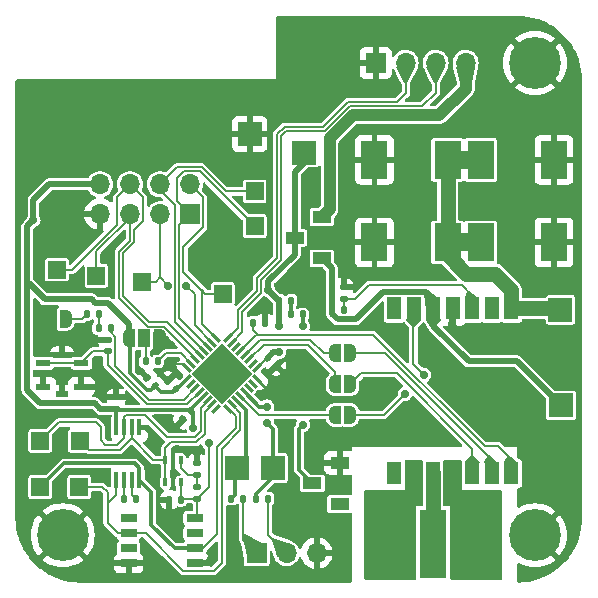
<source format=gbr>
%TF.GenerationSoftware,KiCad,Pcbnew,8.0.2*%
%TF.CreationDate,2024-07-16T11:47:38-07:00*%
%TF.ProjectId,sensor-node-rev-2s,73656e73-6f72-42d6-9e6f-64652d726576,rev?*%
%TF.SameCoordinates,Original*%
%TF.FileFunction,Copper,L1,Top*%
%TF.FilePolarity,Positive*%
%FSLAX46Y46*%
G04 Gerber Fmt 4.6, Leading zero omitted, Abs format (unit mm)*
G04 Created by KiCad (PCBNEW 8.0.2) date 2024-07-16 11:47:38*
%MOMM*%
%LPD*%
G01*
G04 APERTURE LIST*
G04 Aperture macros list*
%AMRoundRect*
0 Rectangle with rounded corners*
0 $1 Rounding radius*
0 $2 $3 $4 $5 $6 $7 $8 $9 X,Y pos of 4 corners*
0 Add a 4 corners polygon primitive as box body*
4,1,4,$2,$3,$4,$5,$6,$7,$8,$9,$2,$3,0*
0 Add four circle primitives for the rounded corners*
1,1,$1+$1,$2,$3*
1,1,$1+$1,$4,$5*
1,1,$1+$1,$6,$7*
1,1,$1+$1,$8,$9*
0 Add four rect primitives between the rounded corners*
20,1,$1+$1,$2,$3,$4,$5,0*
20,1,$1+$1,$4,$5,$6,$7,0*
20,1,$1+$1,$6,$7,$8,$9,0*
20,1,$1+$1,$8,$9,$2,$3,0*%
%AMRotRect*
0 Rectangle, with rotation*
0 The origin of the aperture is its center*
0 $1 length*
0 $2 width*
0 $3 Rotation angle, in degrees counterclockwise*
0 Add horizontal line*
21,1,$1,$2,0,0,$3*%
%AMFreePoly0*
4,1,19,0.500000,-0.750000,0.000000,-0.750000,0.000000,-0.744911,-0.071157,-0.744911,-0.207708,-0.704816,-0.327430,-0.627875,-0.420627,-0.520320,-0.479746,-0.390866,-0.500000,-0.250000,-0.500000,0.250000,-0.479746,0.390866,-0.420627,0.520320,-0.327430,0.627875,-0.207708,0.704816,-0.071157,0.744911,0.000000,0.744911,0.000000,0.750000,0.500000,0.750000,0.500000,-0.750000,0.500000,-0.750000,
$1*%
%AMFreePoly1*
4,1,19,0.000000,0.744911,0.071157,0.744911,0.207708,0.704816,0.327430,0.627875,0.420627,0.520320,0.479746,0.390866,0.500000,0.250000,0.500000,-0.250000,0.479746,-0.390866,0.420627,-0.520320,0.327430,-0.627875,0.207708,-0.704816,0.071157,-0.744911,0.000000,-0.744911,0.000000,-0.750000,-0.500000,-0.750000,-0.500000,0.750000,0.000000,0.750000,0.000000,0.744911,0.000000,0.744911,
$1*%
%AMFreePoly2*
4,1,19,0.550000,-0.750000,0.000000,-0.750000,0.000000,-0.744911,-0.071157,-0.744911,-0.207708,-0.704816,-0.327430,-0.627875,-0.420627,-0.520320,-0.479746,-0.390866,-0.500000,-0.250000,-0.500000,0.250000,-0.479746,0.390866,-0.420627,0.520320,-0.327430,0.627875,-0.207708,0.704816,-0.071157,0.744911,0.000000,0.744911,0.000000,0.750000,0.550000,0.750000,0.550000,-0.750000,0.550000,-0.750000,
$1*%
%AMFreePoly3*
4,1,19,0.000000,0.744911,0.071157,0.744911,0.207708,0.704816,0.327430,0.627875,0.420627,0.520320,0.479746,0.390866,0.500000,0.250000,0.500000,-0.250000,0.479746,-0.390866,0.420627,-0.520320,0.327430,-0.627875,0.207708,-0.704816,0.071157,-0.744911,0.000000,-0.744911,0.000000,-0.750000,-0.550000,-0.750000,-0.550000,0.750000,0.000000,0.750000,0.000000,0.744911,0.000000,0.744911,
$1*%
G04 Aperture macros list end*
%TA.AperFunction,SMDPad,CuDef*%
%ADD10R,2.000000X2.000000*%
%TD*%
%TA.AperFunction,SMDPad,CuDef*%
%ADD11RoundRect,0.135000X0.185000X-0.135000X0.185000X0.135000X-0.185000X0.135000X-0.185000X-0.135000X0*%
%TD*%
%TA.AperFunction,SMDPad,CuDef*%
%ADD12RoundRect,0.100000X-0.100000X0.225000X-0.100000X-0.225000X0.100000X-0.225000X0.100000X0.225000X0*%
%TD*%
%TA.AperFunction,SMDPad,CuDef*%
%ADD13R,1.270000X1.905000*%
%TD*%
%TA.AperFunction,SMDPad,CuDef*%
%ADD14FreePoly0,0.000000*%
%TD*%
%TA.AperFunction,SMDPad,CuDef*%
%ADD15FreePoly1,0.000000*%
%TD*%
%TA.AperFunction,SMDPad,CuDef*%
%ADD16R,1.500000X1.500000*%
%TD*%
%TA.AperFunction,SMDPad,CuDef*%
%ADD17RoundRect,0.135000X0.135000X0.185000X-0.135000X0.185000X-0.135000X-0.185000X0.135000X-0.185000X0*%
%TD*%
%TA.AperFunction,SMDPad,CuDef*%
%ADD18RoundRect,0.140000X-0.219203X-0.021213X-0.021213X-0.219203X0.219203X0.021213X0.021213X0.219203X0*%
%TD*%
%TA.AperFunction,SMDPad,CuDef*%
%ADD19RotRect,0.300000X0.850000X135.000000*%
%TD*%
%TA.AperFunction,SMDPad,CuDef*%
%ADD20RotRect,0.300000X0.850000X45.000000*%
%TD*%
%TA.AperFunction,SMDPad,CuDef*%
%ADD21RotRect,3.700000X3.700000X45.000000*%
%TD*%
%TA.AperFunction,SMDPad,CuDef*%
%ADD22RoundRect,0.140000X-0.021213X0.219203X-0.219203X0.021213X0.021213X-0.219203X0.219203X-0.021213X0*%
%TD*%
%TA.AperFunction,SMDPad,CuDef*%
%ADD23RoundRect,0.140000X0.219203X0.021213X0.021213X0.219203X-0.219203X-0.021213X-0.021213X-0.219203X0*%
%TD*%
%TA.AperFunction,SMDPad,CuDef*%
%ADD24R,1.250000X0.600000*%
%TD*%
%TA.AperFunction,SMDPad,CuDef*%
%ADD25R,1.000000X0.500000*%
%TD*%
%TA.AperFunction,SMDPad,CuDef*%
%ADD26RoundRect,0.140000X0.140000X0.170000X-0.140000X0.170000X-0.140000X-0.170000X0.140000X-0.170000X0*%
%TD*%
%TA.AperFunction,SMDPad,CuDef*%
%ADD27RoundRect,0.140000X0.170000X-0.140000X0.170000X0.140000X-0.170000X0.140000X-0.170000X-0.140000X0*%
%TD*%
%TA.AperFunction,SMDPad,CuDef*%
%ADD28RoundRect,0.147500X0.147500X0.172500X-0.147500X0.172500X-0.147500X-0.172500X0.147500X-0.172500X0*%
%TD*%
%TA.AperFunction,SMDPad,CuDef*%
%ADD29R,0.450000X1.450000*%
%TD*%
%TA.AperFunction,SMDPad,CuDef*%
%ADD30RoundRect,0.135000X-0.135000X-0.185000X0.135000X-0.185000X0.135000X0.185000X-0.135000X0.185000X0*%
%TD*%
%TA.AperFunction,SMDPad,CuDef*%
%ADD31RoundRect,0.147500X-0.147500X-0.172500X0.147500X-0.172500X0.147500X0.172500X-0.147500X0.172500X0*%
%TD*%
%TA.AperFunction,SMDPad,CuDef*%
%ADD32R,2.300000X3.200000*%
%TD*%
%TA.AperFunction,SMDPad,CuDef*%
%ADD33RoundRect,0.135000X-0.185000X0.135000X-0.185000X-0.135000X0.185000X-0.135000X0.185000X0.135000X0*%
%TD*%
%TA.AperFunction,ComponentPad*%
%ADD34R,1.700000X1.700000*%
%TD*%
%TA.AperFunction,ComponentPad*%
%ADD35O,1.700000X1.700000*%
%TD*%
%TA.AperFunction,ComponentPad*%
%ADD36C,4.400000*%
%TD*%
%TA.AperFunction,SMDPad,CuDef*%
%ADD37R,2.286000X5.842000*%
%TD*%
%TA.AperFunction,SMDPad,CuDef*%
%ADD38R,2.413000X5.842000*%
%TD*%
%TA.AperFunction,SMDPad,CuDef*%
%ADD39FreePoly2,0.000000*%
%TD*%
%TA.AperFunction,SMDPad,CuDef*%
%ADD40R,1.000000X1.500000*%
%TD*%
%TA.AperFunction,SMDPad,CuDef*%
%ADD41FreePoly3,0.000000*%
%TD*%
%TA.AperFunction,SMDPad,CuDef*%
%ADD42R,1.600000X1.000000*%
%TD*%
%TA.AperFunction,SMDPad,CuDef*%
%ADD43R,1.450000X0.700000*%
%TD*%
%TA.AperFunction,ViaPad*%
%ADD44C,0.700000*%
%TD*%
%TA.AperFunction,ViaPad*%
%ADD45C,0.900000*%
%TD*%
%TA.AperFunction,Conductor*%
%ADD46C,0.500000*%
%TD*%
%TA.AperFunction,Conductor*%
%ADD47C,0.200000*%
%TD*%
%TA.AperFunction,Conductor*%
%ADD48C,0.300000*%
%TD*%
%TA.AperFunction,Conductor*%
%ADD49C,1.000000*%
%TD*%
%TA.AperFunction,Conductor*%
%ADD50C,1.270000*%
%TD*%
%TA.AperFunction,Conductor*%
%ADD51C,1.250000*%
%TD*%
%TA.AperFunction,Conductor*%
%ADD52C,1.500000*%
%TD*%
G04 APERTURE END LIST*
D10*
%TO.P,TP18,1,1*%
%TO.N,VCAP*%
X120650000Y-121400000D03*
%TD*%
D11*
%TO.P,R11,1*%
%TO.N,VDD*%
X89900000Y-137410000D03*
%TO.P,R11,2*%
%TO.N,Net-(U4-+)*%
X89900000Y-136390000D03*
%TD*%
D12*
%TO.P,U4,1,+*%
%TO.N,Net-(U4-+)*%
X88500000Y-134115000D03*
%TO.P,U4,2,V-*%
%TO.N,GND*%
X87850000Y-134115000D03*
%TO.P,U4,3,-*%
%TO.N,PSENSE_VREF*%
X87200000Y-134115000D03*
%TO.P,U4,4*%
X87200000Y-136015000D03*
%TO.P,U4,5,V+*%
%TO.N,VDD*%
X88500000Y-136015000D03*
%TD*%
D13*
%TO.P,PS1,1,NC_1*%
%TO.N,unconnected-(PS1-NC_1-Pad1)*%
X106577000Y-135254000D03*
%TO.P,PS1,2,GND_1*%
%TO.N,GND*%
X108228000Y-135254000D03*
%TO.P,PS1,3,RFIN*%
%TO.N,/RFIN*%
X109879000Y-135254000D03*
%TO.P,PS1,4,GND_2*%
%TO.N,GND*%
X111530000Y-135254000D03*
%TO.P,PS1,5,DSET*%
%TO.N,Net-(JP6-B)*%
X113181000Y-135254000D03*
%TO.P,PS1,6,INT*%
%TO.N,Net-(JP5-B)*%
X114832000Y-135254000D03*
%TO.P,PS1,7,RESET*%
%TO.N,P2110B_RESET*%
X116483000Y-135254000D03*
%TO.P,PS1,8,VCAP*%
%TO.N,VCAP*%
X116483000Y-121284000D03*
%TO.P,PS1,9,NC_2*%
%TO.N,unconnected-(PS1-NC_2-Pad9)*%
X114832000Y-121284000D03*
%TO.P,PS1,10,VSET*%
%TO.N,/VSET*%
X113181000Y-121284000D03*
%TO.P,PS1,11,GND_3*%
%TO.N,GND*%
X111530000Y-121284000D03*
%TO.P,PS1,12,VOUT*%
%TO.N,/P2110B_VOUT*%
X109879000Y-121284000D03*
%TO.P,PS1,13,DOUT*%
%TO.N,Net-(JP9-B)*%
X108228000Y-121284000D03*
%TO.P,PS1,14,NC_3*%
%TO.N,unconnected-(PS1-NC_3-Pad14)*%
X106577000Y-121284000D03*
%TD*%
D14*
%TO.P,JP9,1,A*%
%TO.N,P2110B_DOUT*%
X101550000Y-130300000D03*
D15*
%TO.P,JP9,2,B*%
%TO.N,Net-(JP9-B)*%
X102850000Y-130300000D03*
%TD*%
D10*
%TO.P,TP17,1,1*%
%TO.N,GND*%
X94325000Y-106525000D03*
%TD*%
D16*
%TO.P,TP11,1,1*%
%TO.N,PSENSE_MINUS*%
X76600000Y-136400000D03*
%TD*%
D17*
%TO.P,R13,1*%
%TO.N,Net-(IC2-RG_2)*%
X84710000Y-137445000D03*
%TO.P,R13,2*%
%TO.N,Net-(IC2-RG_1)*%
X83690000Y-137445000D03*
%TD*%
D16*
%TO.P,TP1,1,1*%
%TO.N,NRF_IRQ*%
X92060000Y-120060000D03*
%TD*%
D18*
%TO.P,C4,1*%
%TO.N,VDD*%
X95900589Y-125450589D03*
%TO.P,C4,2*%
%TO.N,GND*%
X96579411Y-126129411D03*
%TD*%
D17*
%TO.P,R5,1*%
%TO.N,/USER_LED*%
X82560000Y-122950000D03*
%TO.P,R5,2*%
%TO.N,Net-(D2-A)*%
X81540000Y-122950000D03*
%TD*%
D11*
%TO.P,R14,1*%
%TO.N,Net-(U4-+)*%
X89900000Y-135390000D03*
%TO.P,R14,2*%
%TO.N,GND*%
X89900000Y-134370000D03*
%TD*%
D19*
%TO.P,U1,1,VDD*%
%TO.N,VDD*%
X89030152Y-127294975D03*
%TO.P,U1,2,PC14-OSC32_IN*%
%TO.N,unconnected-(U1A-PC14-OSC32_IN-Pad2)*%
X89383705Y-127648528D03*
%TO.P,U1,3,PC15-OSC32_OUT*%
%TO.N,/USER_LED*%
X89737258Y-128002082D03*
%TO.P,U1,4,PF2-NRST*%
%TO.N,/NRST*%
X90090812Y-128355635D03*
%TO.P,U1,5,VDDA/VREF+*%
%TO.N,VDD*%
X90444365Y-128709188D03*
%TO.P,U1,6,PA0-CK_IN*%
%TO.N,PSENSE_OUT*%
X90797918Y-129062742D03*
%TO.P,U1,7,PA1*%
%TO.N,PSENSE_VREF*%
X91151472Y-129416295D03*
%TO.P,U1,8,PA2*%
%TO.N,unconnected-(U1A-PA2-Pad8)*%
X91505025Y-129769848D03*
D20*
%TO.P,U1,9,PA3*%
%TO.N,PSENSE_MINUS*%
X92494975Y-129769848D03*
%TO.P,U1,10,PA4*%
%TO.N,PSENSE_PLUS*%
X92848528Y-129416295D03*
%TO.P,U1,11,PA5*%
%TO.N,USART1_TX*%
X93202082Y-129062742D03*
%TO.P,U1,12,PA6*%
%TO.N,P2110B_DOUT*%
X93555635Y-128709188D03*
%TO.P,U1,13,PA7*%
%TO.N,USART1_RX*%
X93909188Y-128355635D03*
%TO.P,U1,14,PB0*%
%TO.N,unconnected-(U1A-PB0-Pad14)*%
X94262742Y-128002082D03*
%TO.P,U1,15,PB1*%
%TO.N,unconnected-(U1A-PB1-Pad15)*%
X94616295Y-127648528D03*
%TO.P,U1,16,VSS*%
%TO.N,GND*%
X94969848Y-127294975D03*
D19*
%TO.P,U1,17,VDD*%
%TO.N,VDD*%
X94969848Y-126305025D03*
%TO.P,U1,18,PA8*%
%TO.N,unconnected-(U1A-PA8-Pad18)*%
X94616295Y-125951472D03*
%TO.P,U1,19,PA9*%
%TO.N,P2110B_DSET*%
X94262742Y-125597918D03*
%TO.P,U1,20,PA10*%
%TO.N,P2110B_INT*%
X93909188Y-125244365D03*
%TO.P,U1,21,PA11[PA9]*%
%TO.N,P2110B_RESET*%
X93555635Y-124890812D03*
%TO.P,U1,22,PA12[PA10]*%
%TO.N,unconnected-(U1A-PA12[PA10]-Pad22)*%
X93202082Y-124537258D03*
%TO.P,U1,23,PA13*%
%TO.N,SWDIO*%
X92848528Y-124183705D03*
%TO.P,U1,24,PA14*%
%TO.N,SWCLK*%
X92494975Y-123830152D03*
D20*
%TO.P,U1,25,PA15*%
%TO.N,NRF_IRQ*%
X91505025Y-123830152D03*
%TO.P,U1,26,PB3*%
%TO.N,NRF_SCK*%
X91151472Y-124183705D03*
%TO.P,U1,27,PB4*%
%TO.N,NRF_MISO*%
X90797918Y-124537258D03*
%TO.P,U1,28,PB5*%
%TO.N,NRF_MOSI*%
X90444365Y-124890812D03*
%TO.P,U1,29,PB6*%
%TO.N,NRF_CSN*%
X90090812Y-125244365D03*
%TO.P,U1,30,PB7*%
%TO.N,NRF_CE*%
X89737258Y-125597918D03*
%TO.P,U1,31,PF3-BOOT0*%
%TO.N,/BOOT0*%
X89383705Y-125951472D03*
%TO.P,U1,32,VSS*%
%TO.N,GND*%
X89030152Y-126305025D03*
D21*
%TO.P,U1,33,EPAD*%
X92000000Y-126800000D03*
%TD*%
D22*
%TO.P,C2,1*%
%TO.N,VDD*%
X89389411Y-130010589D03*
%TO.P,C2,2*%
%TO.N,GND*%
X88710589Y-130689411D03*
%TD*%
D23*
%TO.P,C3,1*%
%TO.N,VDD*%
X88079411Y-128129411D03*
%TO.P,C3,2*%
%TO.N,GND*%
X87400589Y-127450589D03*
%TD*%
D24*
%TO.P,S4,1,COM_1*%
%TO.N,/NRST*%
X76835000Y-125910000D03*
%TO.P,S4,2,COM_2*%
X80085000Y-125910000D03*
%TO.P,S4,3,NO_1*%
%TO.N,GND*%
X76835000Y-127910000D03*
%TO.P,S4,4,NO_2*%
X80085000Y-127910000D03*
D25*
%TO.P,S4,MP1,MP1*%
X78460000Y-125260000D03*
%TO.P,S4,MP2,MP2*%
X78460000Y-128560000D03*
%TD*%
D26*
%TO.P,C23,1*%
%TO.N,VDD*%
X88480000Y-137500000D03*
%TO.P,C23,2*%
%TO.N,GND*%
X87520000Y-137500000D03*
%TD*%
D27*
%TO.P,C24,1*%
%TO.N,VDD*%
X83050000Y-129780000D03*
%TO.P,C24,2*%
%TO.N,GND*%
X83050000Y-128820000D03*
%TD*%
D14*
%TO.P,JP5,1,A*%
%TO.N,P2110B_INT*%
X101550000Y-125100000D03*
D15*
%TO.P,JP5,2,B*%
%TO.N,Net-(JP5-B)*%
X102850000Y-125100000D03*
%TD*%
D17*
%TO.P,R1,1*%
%TO.N,/BOOT0*%
X86535000Y-125775000D03*
%TO.P,R1,2*%
%TO.N,Net-(JP2-C)*%
X85515000Y-125775000D03*
%TD*%
D16*
%TO.P,TP6,1,1*%
%TO.N,NRF_CSN*%
X78000000Y-118000000D03*
%TD*%
%TO.P,TP9,1,1*%
%TO.N,PSENSE_OUT*%
X76600000Y-132500000D03*
%TD*%
%TO.P,TP3,1,1*%
%TO.N,NRF_MISO*%
X94760000Y-114300000D03*
%TD*%
D28*
%TO.P,D1,1,K*%
%TO.N,POWER_LED_EN*%
X98835000Y-121800000D03*
%TO.P,D1,2,A*%
%TO.N,Net-(D1-A)*%
X97865000Y-121800000D03*
%TD*%
D29*
%TO.P,IC2,1,-IN*%
%TO.N,PSENSE_PLUS*%
X83050000Y-135815000D03*
%TO.P,IC2,2,RG_1*%
%TO.N,Net-(IC2-RG_1)*%
X83700000Y-135815000D03*
%TO.P,IC2,3,RG_2*%
%TO.N,Net-(IC2-RG_2)*%
X84350000Y-135815000D03*
%TO.P,IC2,4,+IN*%
%TO.N,PSENSE_MINUS*%
X85000000Y-135815000D03*
%TO.P,IC2,5,-VS*%
%TO.N,GND*%
X85000000Y-131365000D03*
%TO.P,IC2,6,REF*%
%TO.N,PSENSE_VREF*%
X84350000Y-131365000D03*
%TO.P,IC2,7,VOUT*%
%TO.N,PSENSE_OUT*%
X83700000Y-131365000D03*
%TO.P,IC2,8,+VS*%
%TO.N,VDD*%
X83050000Y-131365000D03*
%TD*%
D30*
%TO.P,R2,1*%
%TO.N,/P2110B_VOUT*%
X101290000Y-121400000D03*
%TO.P,R2,2*%
%TO.N,/VSET*%
X102310000Y-121400000D03*
%TD*%
D16*
%TO.P,TP12,1,1*%
%TO.N,PSENSE_VREF*%
X79950000Y-132500000D03*
%TD*%
%TO.P,TP5,1,1*%
%TO.N,NRF_CE*%
X81350000Y-118525000D03*
%TD*%
D30*
%TO.P,R4,1*%
%TO.N,VDD*%
X96840000Y-120650000D03*
%TO.P,R4,2*%
%TO.N,Net-(D1-A)*%
X97860000Y-120650000D03*
%TD*%
D31*
%TO.P,D2,1,K*%
%TO.N,Net-(D2-K)*%
X80565000Y-121750000D03*
%TO.P,D2,2,A*%
%TO.N,Net-(D2-A)*%
X81535000Y-121750000D03*
%TD*%
D10*
%TO.P,TP16,1,1*%
%TO.N,/P2110B_VOUT*%
X120700000Y-129500000D03*
%TD*%
D32*
%TO.P,C8,1*%
%TO.N,VCAP*%
X113900000Y-115700000D03*
%TO.P,C8,2*%
%TO.N,GND*%
X120100000Y-115700000D03*
%TD*%
D14*
%TO.P,JP6,1,A*%
%TO.N,P2110B_DSET*%
X101550000Y-127700000D03*
D15*
%TO.P,JP6,2,B*%
%TO.N,Net-(JP6-B)*%
X102850000Y-127700000D03*
%TD*%
D33*
%TO.P,R3,1*%
%TO.N,GND*%
X102300000Y-119490000D03*
%TO.P,R3,2*%
%TO.N,/VSET*%
X102300000Y-120510000D03*
%TD*%
D10*
%TO.P,TP14,1,1*%
%TO.N,USART1_RX*%
X96300000Y-134800000D03*
%TD*%
D34*
%TO.P,J2,1,Pin_1*%
%TO.N,GND*%
X105000000Y-100500000D03*
D35*
%TO.P,J2,2,Pin_2*%
%TO.N,SWCLK*%
X107540000Y-100500000D03*
%TO.P,J2,3,Pin_3*%
%TO.N,SWDIO*%
X110080000Y-100500000D03*
%TO.P,J2,4,Pin_4*%
%TO.N,+3.3V*%
X112620000Y-100500000D03*
%TD*%
D30*
%TO.P,R10,1*%
%TO.N,P2110B_RESET*%
X94590000Y-122500000D03*
%TO.P,R10,2*%
%TO.N,GND*%
X95610000Y-122500000D03*
%TD*%
D32*
%TO.P,C6,1*%
%TO.N,VCAP*%
X111100000Y-115700000D03*
%TO.P,C6,2*%
%TO.N,GND*%
X104900000Y-115700000D03*
%TD*%
D17*
%TO.P,R6,1*%
%TO.N,Net-(J4-Pin_1)*%
X93810000Y-137400000D03*
%TO.P,R6,2*%
%TO.N,USART1_TX*%
X92790000Y-137400000D03*
%TD*%
D32*
%TO.P,C5,1*%
%TO.N,VCAP*%
X111100000Y-108700000D03*
%TO.P,C5,2*%
%TO.N,GND*%
X104900000Y-108700000D03*
%TD*%
D16*
%TO.P,TP2,1,1*%
%TO.N,NRF_SCK*%
X85250000Y-119030000D03*
%TD*%
D36*
%TO.P,H3,1,1*%
%TO.N,GND*%
X118500000Y-100500000D03*
%TD*%
D27*
%TO.P,C22,1*%
%TO.N,/NRST*%
X82300000Y-124930000D03*
%TO.P,C22,2*%
%TO.N,GND*%
X82300000Y-123970000D03*
%TD*%
D16*
%TO.P,TP4,1,1*%
%TO.N,NRF_MOSI*%
X94750000Y-111380000D03*
%TD*%
D36*
%TO.P,H4,1,1*%
%TO.N,GND*%
X118500000Y-140500000D03*
%TD*%
D37*
%TO.P,J3,1,1*%
%TO.N,/RFIN*%
X109875000Y-141235600D03*
D38*
%TO.P,J3,2,2*%
%TO.N,GND*%
X114256500Y-141235600D03*
%TO.P,J3,3,3*%
X105493500Y-141235600D03*
%TD*%
D32*
%TO.P,C1,1*%
%TO.N,VCAP*%
X113900000Y-108700000D03*
%TO.P,C1,2*%
%TO.N,GND*%
X120100000Y-108700000D03*
%TD*%
D35*
%TO.P,nRF24L01+,1,Pin_1*%
%TO.N,NRF_IRQ*%
X89280000Y-110770000D03*
%TO.P,nRF24L01+,2,Pin_2*%
%TO.N,NRF_MOSI*%
X86740000Y-110770000D03*
%TO.P,nRF24L01+,3,Pin_3*%
%TO.N,NRF_CSN*%
X84200000Y-110770000D03*
%TO.P,nRF24L01+,4,Pin_4*%
%TO.N,VDD*%
X81660000Y-110770000D03*
%TO.P,nRF24L01+,5,Pin_5*%
%TO.N,GND*%
X81660000Y-113310000D03*
%TO.P,nRF24L01+,6,Pin_6*%
%TO.N,NRF_CE*%
X84200000Y-113310000D03*
%TO.P,nRF24L01+,7,Pin_7*%
%TO.N,NRF_SCK*%
X86740000Y-113310000D03*
D34*
%TO.P,nRF24L01+,8,Pin_8*%
%TO.N,NRF_MISO*%
X89280000Y-113310000D03*
%TD*%
D23*
%TO.P,C7,1*%
%TO.N,VDD*%
X86339411Y-127839411D03*
%TO.P,C7,2*%
%TO.N,GND*%
X85660589Y-127160589D03*
%TD*%
D39*
%TO.P,JP2,1,A*%
%TO.N,VDD*%
X84125000Y-123825000D03*
D40*
%TO.P,JP2,2,C*%
%TO.N,Net-(JP2-C)*%
X85425000Y-123825000D03*
D41*
%TO.P,JP2,3,B*%
%TO.N,GND*%
X86725000Y-123825000D03*
%TD*%
D16*
%TO.P,TP10,1,1*%
%TO.N,PSENSE_PLUS*%
X79900000Y-136400000D03*
%TD*%
D34*
%TO.P,J4,1,Pin_1*%
%TO.N,Net-(J4-Pin_1)*%
X94920000Y-142000000D03*
D35*
%TO.P,J4,2,Pin_2*%
%TO.N,Net-(J4-Pin_2)*%
X97460000Y-142000000D03*
%TO.P,J4,3,Pin_3*%
%TO.N,GND*%
X100000000Y-142000000D03*
%TD*%
D10*
%TO.P,TP13,1,1*%
%TO.N,USART1_TX*%
X93300000Y-134800000D03*
%TD*%
D42*
%TO.P,S1,1,NO*%
%TO.N,unconnected-(S1-NO-Pad1)*%
X101950000Y-137850000D03*
%TO.P,S1,2,COM*%
%TO.N,POWER_LED_EN*%
X99650000Y-136100000D03*
%TO.P,S1,3,NC*%
%TO.N,GND*%
X101950000Y-134350000D03*
%TD*%
D36*
%TO.P,H2,1,1*%
%TO.N,GND*%
X78500000Y-140500000D03*
%TD*%
D10*
%TO.P,TP15,1,1*%
%TO.N,VDD*%
X98900000Y-108100000D03*
%TD*%
D43*
%TO.P,IC1,1,N/C_1*%
%TO.N,unconnected-(IC1-N{slash}C_1-Pad1)*%
X84100000Y-139045000D03*
%TO.P,IC1,2,+OUT*%
%TO.N,PSENSE_PLUS*%
X84100000Y-140315000D03*
%TO.P,IC1,3,N/C_2*%
%TO.N,unconnected-(IC1-N{slash}C_2-Pad3)*%
X84100000Y-141585000D03*
%TO.P,IC1,4,-IN_1*%
%TO.N,GND*%
X84100000Y-142855000D03*
%TO.P,IC1,5,-IN_2*%
X89700000Y-142855000D03*
%TO.P,IC1,6,-OUT*%
%TO.N,PSENSE_MINUS*%
X89700000Y-141585000D03*
%TO.P,IC1,7,N/C_3*%
%TO.N,unconnected-(IC1-N{slash}C_3-Pad7)*%
X89700000Y-140315000D03*
%TO.P,IC1,8,+IN*%
%TO.N,VDD*%
X89700000Y-139045000D03*
%TD*%
D42*
%TO.P,S5,1,NO*%
%TO.N,/P2110B_VOUT*%
X100450000Y-117050000D03*
%TO.P,S5,2,COM*%
%TO.N,VDD*%
X98150000Y-115300000D03*
%TO.P,S5,3,NC*%
%TO.N,+3.3V*%
X100450000Y-113550000D03*
%TD*%
D14*
%TO.P,JP1,1,A*%
%TO.N,GND*%
X77450000Y-122200000D03*
D15*
%TO.P,JP1,2,B*%
%TO.N,Net-(D2-K)*%
X78750000Y-122200000D03*
%TD*%
D17*
%TO.P,R7,1*%
%TO.N,Net-(J4-Pin_2)*%
X95910000Y-137400000D03*
%TO.P,R7,2*%
%TO.N,USART1_RX*%
X94890000Y-137400000D03*
%TD*%
D44*
%TO.N,GND*%
X86300000Y-132300000D03*
X92175000Y-108575000D03*
X97400000Y-137200000D03*
X82190000Y-142830000D03*
X116880000Y-128800000D03*
X80000000Y-124400000D03*
X87100000Y-130700000D03*
X88200000Y-133200000D03*
X100070000Y-132410000D03*
X91475000Y-116000000D03*
X117580000Y-123520000D03*
X100150000Y-139600000D03*
X94100000Y-117900000D03*
X88000000Y-140000000D03*
X78900000Y-106200000D03*
X98700000Y-138200000D03*
X102880000Y-112260000D03*
X89300000Y-102800000D03*
X82300000Y-102800000D03*
X81950000Y-141150000D03*
D45*
X104750000Y-140700000D03*
D44*
X115710000Y-123890000D03*
X85900000Y-102800000D03*
X82300000Y-106200000D03*
X78410000Y-127050000D03*
X77000000Y-124000000D03*
X84972120Y-126602880D03*
X87740000Y-125740000D03*
X95500000Y-121000000D03*
X80480000Y-123040000D03*
X92000000Y-128500000D03*
X75500000Y-106200000D03*
X87870000Y-131390000D03*
X88000000Y-139000000D03*
X92150000Y-113750000D03*
X82025000Y-127275000D03*
D45*
X104750000Y-142100000D03*
D44*
X92700000Y-102800000D03*
X100000000Y-129000000D03*
X78900000Y-102800000D03*
X116420000Y-130870000D03*
D45*
X115000000Y-142100000D03*
D44*
X102500000Y-109925000D03*
X99900000Y-120750000D03*
X96100000Y-102800000D03*
X89300000Y-106200000D03*
X99820000Y-134220000D03*
X95864873Y-128190000D03*
D45*
X111500000Y-123000000D03*
D44*
X91100000Y-142500000D03*
X100200000Y-122450000D03*
X81840000Y-128240000D03*
X97500000Y-127500000D03*
X100000000Y-127500000D03*
X102130000Y-132410000D03*
X107900000Y-131410000D03*
X87700000Y-124400000D03*
X87000000Y-139000000D03*
X92000000Y-125350000D03*
D45*
X115000000Y-140700000D03*
D44*
X93600000Y-126800000D03*
X89900000Y-133500000D03*
X98000000Y-97500000D03*
X98000000Y-100900000D03*
X90350000Y-126800000D03*
X101400000Y-97500000D03*
X114920000Y-128260000D03*
X80200000Y-115400000D03*
X85900000Y-106200000D03*
X75500000Y-102800000D03*
X97500000Y-129000000D03*
X101400000Y-100900000D03*
%TO.N,USART1_RX*%
X95800000Y-129600000D03*
X95800000Y-131000000D03*
%TO.N,NRF_SCK*%
X88975000Y-119350000D03*
X87425000Y-119350000D03*
%TO.N,Net-(JP9-B)*%
X107500000Y-128500000D03*
X109100000Y-126900000D03*
%TO.N,VDD*%
X89575000Y-131370000D03*
X96840000Y-122800000D03*
X95900000Y-119710000D03*
X76025000Y-113825000D03*
X96840000Y-125000000D03*
X90900000Y-132680000D03*
%TO.N,POWER_LED_EN*%
X98850000Y-131150000D03*
X98850000Y-122800000D03*
%TD*%
D46*
%TO.N,GND*%
X89900000Y-134370000D02*
X89900000Y-133500000D01*
X86725000Y-123825000D02*
X87125000Y-123825000D01*
D47*
X87975000Y-125975000D02*
X88700127Y-125975000D01*
X87850000Y-133550000D02*
X88200000Y-133200000D01*
D46*
X90745000Y-142855000D02*
X89700000Y-142855000D01*
X85102880Y-126602880D02*
X85660589Y-127160589D01*
D48*
X86300000Y-132300000D02*
X85365000Y-131365000D01*
D46*
X87125000Y-123825000D02*
X87700000Y-124400000D01*
D47*
X87850000Y-134115000D02*
X87850000Y-133550000D01*
D46*
X111500000Y-121314000D02*
X111500000Y-123000000D01*
D47*
X88700127Y-125975000D02*
X89030152Y-126305025D01*
X84972120Y-126602880D02*
X85102880Y-126602880D01*
D46*
X91100000Y-142500000D02*
X90745000Y-142855000D01*
D48*
X85365000Y-131365000D02*
X85000000Y-131365000D01*
D47*
X95864873Y-128190000D02*
X94969848Y-127294975D01*
D46*
X111530000Y-121284000D02*
X111500000Y-121314000D01*
D47*
X87740000Y-125740000D02*
X87975000Y-125975000D01*
D49*
%TO.N,+3.3V*%
X112620000Y-100500000D02*
X112620000Y-102680000D01*
X112620000Y-102680000D02*
X110400000Y-104900000D01*
X101100000Y-112900000D02*
X100450000Y-113550000D01*
X110400000Y-104900000D02*
X103100000Y-104900000D01*
X101100000Y-106900000D02*
X101100000Y-112900000D01*
X103100000Y-104900000D02*
X101100000Y-106900000D01*
D47*
%TO.N,/NRST*%
X90090812Y-128355635D02*
X89046447Y-129400000D01*
X82300000Y-126055686D02*
X82300000Y-124930000D01*
X85636396Y-129400000D02*
X84626396Y-128390000D01*
X84626396Y-128390000D02*
X84626396Y-128382082D01*
X89046447Y-129400000D02*
X85636396Y-129400000D01*
X76835000Y-125910000D02*
X80085000Y-125910000D01*
X81065000Y-124930000D02*
X82300000Y-124930000D01*
X80085000Y-125910000D02*
X81065000Y-124930000D01*
X84626396Y-128382082D02*
X82300000Y-126055686D01*
%TO.N,PSENSE_PLUS*%
X92000000Y-133150000D02*
X92000000Y-142800000D01*
X93550000Y-130117767D02*
X93550000Y-131600000D01*
X93550000Y-131600000D02*
X92000000Y-133150000D01*
X92848528Y-129416295D02*
X93550000Y-130117767D01*
X82300000Y-137800000D02*
X82300000Y-139440000D01*
X83050000Y-135815000D02*
X83050000Y-137050000D01*
X79900000Y-136400000D02*
X81870000Y-136400000D01*
X85515000Y-140315000D02*
X84100000Y-140315000D01*
X81870000Y-136400000D02*
X82300000Y-136830000D01*
X82300000Y-139440000D02*
X83175000Y-140315000D01*
X91295000Y-143505000D02*
X88705000Y-143505000D01*
X88705000Y-143505000D02*
X85515000Y-140315000D01*
X92000000Y-142800000D02*
X91295000Y-143505000D01*
X83050000Y-137050000D02*
X82300000Y-137800000D01*
X82300000Y-136830000D02*
X82300000Y-137800000D01*
X83175000Y-140315000D02*
X84100000Y-140315000D01*
D48*
%TO.N,PSENSE_MINUS*%
X84610000Y-134400000D02*
X85000000Y-134790000D01*
X86000000Y-139600000D02*
X86000000Y-136815000D01*
D47*
X90415000Y-141585000D02*
X91600000Y-140400000D01*
D48*
X76600000Y-136400000D02*
X78600000Y-134400000D01*
X85000000Y-134790000D02*
X85000000Y-135815000D01*
X89700000Y-141585000D02*
X87985000Y-141585000D01*
X86000000Y-136815000D02*
X85000000Y-135815000D01*
X78600000Y-134400000D02*
X84610000Y-134400000D01*
X87985000Y-141585000D02*
X86000000Y-139600000D01*
D47*
X93150000Y-130424873D02*
X92494975Y-129769848D01*
X89700000Y-141585000D02*
X90415000Y-141585000D01*
X91600000Y-132984314D02*
X93150000Y-131434314D01*
X91600000Y-140400000D02*
X91600000Y-132984314D01*
X93150000Y-131434314D02*
X93150000Y-130424873D01*
%TO.N,Net-(D2-K)*%
X78750000Y-122200000D02*
X80115000Y-122200000D01*
X80115000Y-122200000D02*
X80565000Y-121750000D01*
%TO.N,/BOOT0*%
X87260000Y-125050000D02*
X88482233Y-125050000D01*
X86535000Y-125775000D02*
X87260000Y-125050000D01*
X88482233Y-125050000D02*
X89383705Y-125951472D01*
%TO.N,NRF_CSN*%
X85300000Y-113915025D02*
X84550000Y-114665025D01*
X79300000Y-118000000D02*
X78000000Y-118000000D01*
X83610000Y-120245026D02*
X85834974Y-122470000D01*
X83100000Y-111870000D02*
X83100000Y-114200000D01*
X87316447Y-122470000D02*
X90090812Y-125244365D01*
X84550000Y-115694974D02*
X83610000Y-116634974D01*
X84200000Y-110770000D02*
X85300000Y-111870000D01*
X83610000Y-116634974D02*
X83610000Y-120245026D01*
X83100000Y-114200000D02*
X79300000Y-118000000D01*
X85300000Y-111870000D02*
X85300000Y-113915025D01*
X84550000Y-114665025D02*
X84550000Y-115694974D01*
X84200000Y-110770000D02*
X83100000Y-111870000D01*
X85834974Y-122470000D02*
X87316447Y-122470000D01*
D48*
%TO.N,USART1_RX*%
X95800000Y-129600000D02*
X95153553Y-129600000D01*
X96300000Y-131500000D02*
X96300000Y-134800000D01*
X94890000Y-137400000D02*
X94890000Y-137010000D01*
X94890000Y-137010000D02*
X96300000Y-135600000D01*
X96300000Y-135600000D02*
X96300000Y-134800000D01*
X95153553Y-129600000D02*
X93909188Y-128355635D01*
X95800000Y-131000000D02*
X96300000Y-131500000D01*
D47*
%TO.N,NRF_IRQ*%
X90280000Y-119770000D02*
X90280000Y-122605127D01*
X90280000Y-122605127D02*
X91505025Y-123830152D01*
X90380000Y-114410000D02*
X88725000Y-116065000D01*
X89280000Y-110770000D02*
X90380000Y-111870000D01*
X88725000Y-116065000D02*
X88725000Y-118215000D01*
X88725000Y-118215000D02*
X90570000Y-120060000D01*
X90380000Y-111870000D02*
X90380000Y-114410000D01*
X90570000Y-120060000D02*
X92060000Y-120060000D01*
X90570000Y-120060000D02*
X90280000Y-119770000D01*
%TO.N,NRF_SCK*%
X89700000Y-122732233D02*
X91151472Y-124183705D01*
X87425000Y-119350000D02*
X86740000Y-118665000D01*
X86375000Y-119030000D02*
X85250000Y-119030000D01*
X89700000Y-120075000D02*
X89700000Y-122732233D01*
X86740000Y-118665000D02*
X86740000Y-113310000D01*
X88975000Y-119350000D02*
X89700000Y-120075000D01*
X86740000Y-118665000D02*
X86375000Y-119030000D01*
%TO.N,NRF_MISO*%
X89280000Y-113310000D02*
X88180000Y-112210000D01*
X88180000Y-112210000D02*
X88180000Y-110270000D01*
X88780000Y-109670000D02*
X90130000Y-109670000D01*
X90130000Y-109670000D02*
X94760000Y-114300000D01*
X89280000Y-113310000D02*
X88375000Y-114215000D01*
X88375000Y-114215000D02*
X88375000Y-122114340D01*
X88375000Y-122114340D02*
X90797918Y-124537258D01*
X88180000Y-110270000D02*
X88780000Y-109670000D01*
%TO.N,Net-(JP5-B)*%
X114832000Y-134131500D02*
X105800500Y-125100000D01*
X105800500Y-125100000D02*
X102850000Y-125100000D01*
X114832000Y-135254000D02*
X114832000Y-134131500D01*
%TO.N,Net-(JP6-B)*%
X113181000Y-133156250D02*
X106784750Y-126760000D01*
X106784750Y-126760000D02*
X103790000Y-126760000D01*
X103790000Y-126760000D02*
X102850000Y-127700000D01*
X113181000Y-135254000D02*
X113181000Y-133156250D01*
%TO.N,SWCLK*%
X102644365Y-103800000D02*
X100544365Y-105900000D01*
X96650000Y-117022920D02*
X94950000Y-118722920D01*
X100544365Y-105900000D02*
X97305026Y-105900000D01*
X92494975Y-123825025D02*
X92494975Y-123830152D01*
X107540000Y-103060000D02*
X106800000Y-103800000D01*
X96650000Y-106555026D02*
X96650000Y-117022920D01*
X94950000Y-118722920D02*
X94950000Y-119835026D01*
X93370000Y-121415026D02*
X93370000Y-122950000D01*
X107540000Y-100500000D02*
X107540000Y-103060000D01*
X93370000Y-122950000D02*
X92494975Y-123825025D01*
X106800000Y-103800000D02*
X102644365Y-103800000D01*
X97305026Y-105900000D02*
X96650000Y-106555026D01*
X94950000Y-119835026D02*
X93370000Y-121415026D01*
%TO.N,Net-(JP9-B)*%
X108198000Y-125998000D02*
X108198000Y-121314000D01*
X107500000Y-128500000D02*
X105700000Y-130300000D01*
X108198000Y-121314000D02*
X108228000Y-121284000D01*
X109100000Y-126900000D02*
X108198000Y-125998000D01*
X105700000Y-130300000D02*
X102850000Y-130300000D01*
D48*
%TO.N,USART1_TX*%
X94000000Y-129860660D02*
X93202082Y-129062742D01*
X93090000Y-135010000D02*
X93090000Y-137100000D01*
X94000000Y-134100000D02*
X94000000Y-129860660D01*
X93300000Y-134800000D02*
X93090000Y-135010000D01*
X93300000Y-134800000D02*
X94000000Y-134100000D01*
X93090000Y-137100000D02*
X92790000Y-137400000D01*
D47*
%TO.N,SWDIO*%
X92848528Y-124183705D02*
X93720000Y-123312233D01*
X110080000Y-103020000D02*
X110080000Y-100500000D01*
X95300000Y-118867894D02*
X97000000Y-117167894D01*
X93720000Y-121560000D02*
X95300000Y-119980000D01*
X97450000Y-106250000D02*
X100689340Y-106250000D01*
X108950000Y-104150000D02*
X110080000Y-103020000D01*
X95300000Y-119980000D02*
X95300000Y-118867894D01*
X93720000Y-123312233D02*
X93720000Y-121560000D01*
X97000000Y-117167894D02*
X97000000Y-106700000D01*
X100689340Y-106250000D02*
X102789340Y-104150000D01*
X97000000Y-106700000D02*
X97450000Y-106250000D01*
X102789340Y-104150000D02*
X108950000Y-104150000D01*
%TO.N,NRF_MOSI*%
X88190000Y-109320000D02*
X90274975Y-109320000D01*
X86740000Y-110770000D02*
X88190000Y-109320000D01*
X86740000Y-111264974D02*
X88025000Y-112549974D01*
X88025000Y-122471447D02*
X90444365Y-124890812D01*
X90274975Y-109320000D02*
X92334975Y-111380000D01*
X86740000Y-110770000D02*
X86740000Y-111264974D01*
X88025000Y-112549974D02*
X88025000Y-122471447D01*
X92334975Y-111380000D02*
X94750000Y-111380000D01*
D48*
%TO.N,VDD*%
X84200000Y-126750000D02*
X85672536Y-128222536D01*
D46*
X75510000Y-114340000D02*
X75510000Y-119290000D01*
D47*
X95824284Y-125450589D02*
X94969848Y-126305025D01*
D48*
X83050000Y-129780000D02*
X83050000Y-131365000D01*
D46*
X76600000Y-129300000D02*
X81199339Y-129300000D01*
X77000000Y-120500000D02*
X80950000Y-120500000D01*
D48*
X86339411Y-127839411D02*
X86848614Y-128348614D01*
D47*
X89900000Y-138845000D02*
X89700000Y-139045000D01*
X88480000Y-136035000D02*
X88500000Y-136015000D01*
D48*
X89228822Y-129850000D02*
X89389411Y-130010589D01*
D46*
X95900000Y-118975000D02*
X95900000Y-119710000D01*
D48*
X86848614Y-128348614D02*
X87860208Y-128348614D01*
X85672536Y-128222536D02*
X85956286Y-128222536D01*
D46*
X76025000Y-113825000D02*
X76025000Y-112105000D01*
X81679339Y-129780000D02*
X83050000Y-129780000D01*
X98150000Y-115300000D02*
X98150000Y-116725000D01*
X96840000Y-120650000D02*
X96840000Y-122800000D01*
X75510000Y-128210000D02*
X76600000Y-129300000D01*
X82300000Y-120800000D02*
X84125000Y-122625000D01*
X76025000Y-113825000D02*
X75510000Y-114340000D01*
D48*
X84125000Y-123825000D02*
X84200000Y-123900000D01*
X83050000Y-129780000D02*
X83120000Y-129850000D01*
X88195716Y-128129411D02*
X89030152Y-127294975D01*
D47*
X89900000Y-137410000D02*
X88570000Y-137410000D01*
X90900000Y-136410000D02*
X89900000Y-137410000D01*
D46*
X75650000Y-119150000D02*
X77000000Y-120500000D01*
X98150000Y-109700000D02*
X98900000Y-108950000D01*
D48*
X89575000Y-130196178D02*
X89389411Y-130010589D01*
D46*
X96351178Y-125000000D02*
X95900589Y-125450589D01*
X75650000Y-119150000D02*
X75510000Y-119290000D01*
D48*
X89389411Y-129764142D02*
X90444365Y-128709188D01*
D46*
X96840000Y-125000000D02*
X96351178Y-125000000D01*
X80950000Y-120500000D02*
X81250000Y-120800000D01*
D47*
X90900000Y-132680000D02*
X90900000Y-136410000D01*
X88570000Y-137410000D02*
X88480000Y-137500000D01*
X95900589Y-125450589D02*
X95824284Y-125450589D01*
D46*
X81250000Y-120800000D02*
X82300000Y-120800000D01*
D48*
X84200000Y-123900000D02*
X84200000Y-126750000D01*
D46*
X95900000Y-119710000D02*
X96840000Y-120650000D01*
X84125000Y-122625000D02*
X84125000Y-123825000D01*
D48*
X89389411Y-130010589D02*
X89389411Y-129764142D01*
X89575000Y-131370000D02*
X89575000Y-130196178D01*
D46*
X98900000Y-108950000D02*
X98900000Y-108100000D01*
X76025000Y-112105000D02*
X77360000Y-110770000D01*
X81199339Y-129300000D02*
X81679339Y-129780000D01*
D48*
X87860208Y-128348614D02*
X88079411Y-128129411D01*
X83120000Y-129850000D02*
X89228822Y-129850000D01*
X85956286Y-128222536D02*
X86339411Y-127839411D01*
D46*
X98150000Y-115300000D02*
X98150000Y-109700000D01*
D48*
X88079411Y-128129411D02*
X88195716Y-128129411D01*
D47*
X89900000Y-137410000D02*
X89900000Y-138845000D01*
D46*
X75510000Y-119290000D02*
X75510000Y-128210000D01*
D47*
X88480000Y-137500000D02*
X88480000Y-136035000D01*
D46*
X77360000Y-110770000D02*
X81660000Y-110770000D01*
X98150000Y-116725000D02*
X95900000Y-118975000D01*
D48*
%TO.N,Net-(D1-A)*%
X97860000Y-120650000D02*
X97860000Y-121755000D01*
X97860000Y-121755000D02*
X97815000Y-121800000D01*
D47*
%TO.N,P2110B_RESET*%
X94590000Y-123140000D02*
X94590000Y-122500000D01*
X95000000Y-123550000D02*
X94896447Y-123550000D01*
X116483000Y-135254000D02*
X116483000Y-134053000D01*
X95000000Y-123550000D02*
X94590000Y-123140000D01*
X94896447Y-123550000D02*
X93555635Y-124890812D01*
X116483000Y-134053000D02*
X115380000Y-132950000D01*
X104816186Y-123550000D02*
X95000000Y-123550000D01*
X115380000Y-132950000D02*
X114216186Y-132950000D01*
X114216186Y-132950000D02*
X104816186Y-123550000D01*
%TO.N,P2110B_DOUT*%
X95146447Y-130300000D02*
X93555635Y-128709188D01*
X101550000Y-130300000D02*
X95146447Y-130300000D01*
%TO.N,P2110B_DSET*%
X101550000Y-126655686D02*
X99244314Y-124350000D01*
X95510660Y-124350000D02*
X94262742Y-125597918D01*
X99244314Y-124350000D02*
X95510660Y-124350000D01*
X101550000Y-127700000D02*
X101550000Y-126655686D01*
%TO.N,P2110B_INT*%
X101550000Y-125100000D02*
X100630000Y-125100000D01*
X95203553Y-123950000D02*
X93909188Y-125244365D01*
X99480000Y-123950000D02*
X95203553Y-123950000D01*
X100630000Y-125100000D02*
X99480000Y-123950000D01*
D48*
%TO.N,POWER_LED_EN*%
X98835000Y-121800000D02*
X98835000Y-122785000D01*
X98850000Y-122800000D02*
X98835000Y-122815000D01*
X98500000Y-134950000D02*
X99650000Y-136100000D01*
X98850000Y-131150000D02*
X98500000Y-131500000D01*
X98500000Y-131500000D02*
X98500000Y-134950000D01*
X98835000Y-122785000D02*
X98850000Y-122800000D01*
X98835000Y-122815000D02*
X98835000Y-122965000D01*
D50*
%TO.N,/RFIN*%
X109875000Y-141235600D02*
X109875000Y-135258000D01*
X109875000Y-135258000D02*
X109879000Y-135254000D01*
D47*
%TO.N,NRF_CE*%
X85690000Y-122820000D02*
X87043167Y-122820000D01*
X81350000Y-116444974D02*
X84200000Y-113594974D01*
X83260000Y-116490000D02*
X83260000Y-120390000D01*
X81350000Y-118525000D02*
X81350000Y-116444974D01*
X83260000Y-120390000D02*
X85690000Y-122820000D01*
X84200000Y-113594974D02*
X84200000Y-113310000D01*
X89737258Y-125514091D02*
X89737258Y-125597918D01*
X84200000Y-115550000D02*
X83260000Y-116490000D01*
X84200000Y-113310000D02*
X84200000Y-115550000D01*
X87043167Y-122820000D02*
X89737258Y-125514091D01*
%TO.N,Net-(D2-A)*%
X81535000Y-121750000D02*
X81535000Y-122945000D01*
X81535000Y-122945000D02*
X81540000Y-122950000D01*
%TO.N,/USER_LED*%
X82950000Y-123683866D02*
X82950000Y-126140000D01*
X82950000Y-126140000D02*
X85810000Y-129000000D01*
X88739340Y-129000000D02*
X89737258Y-128002082D01*
X82560000Y-123293866D02*
X82950000Y-123683866D01*
X85810000Y-129000000D02*
X88739340Y-129000000D01*
%TO.N,Net-(J4-Pin_1)*%
X93810000Y-140890000D02*
X94920000Y-142000000D01*
X93810000Y-137400000D02*
X93810000Y-140890000D01*
%TO.N,Net-(J4-Pin_2)*%
X95910000Y-137400000D02*
X95910000Y-140450000D01*
X95910000Y-140450000D02*
X97460000Y-142000000D01*
%TO.N,/VSET*%
X104425000Y-119330000D02*
X103245000Y-120510000D01*
X102290000Y-121380000D02*
X102310000Y-121400000D01*
X102310000Y-120520000D02*
X102310000Y-121400000D01*
X102300000Y-120510000D02*
X102310000Y-120520000D01*
X113181000Y-121284000D02*
X113181000Y-120221000D01*
X112290000Y-119330000D02*
X104425000Y-119330000D01*
X113181000Y-120221000D02*
X112290000Y-119330000D01*
X103245000Y-120510000D02*
X102300000Y-120510000D01*
D51*
%TO.N,VCAP*%
X116483000Y-121284000D02*
X116483000Y-119727500D01*
X116483000Y-119727500D02*
X115091676Y-118336176D01*
X116483000Y-121284000D02*
X120784000Y-121284000D01*
X111100000Y-116772352D02*
X111100000Y-108700000D01*
X115091676Y-118336176D02*
X112663824Y-118336176D01*
X112663824Y-118336176D02*
X111100000Y-116772352D01*
D52*
X111100000Y-108700000D02*
X113900000Y-108700000D01*
X111100000Y-115700000D02*
X113900000Y-115700000D01*
D46*
%TO.N,/P2110B_VOUT*%
X116950000Y-125750000D02*
X120700000Y-129500000D01*
X101290000Y-121400000D02*
X101290000Y-117890000D01*
X105618500Y-119881500D02*
X103300000Y-122200000D01*
X109879000Y-120477500D02*
X109283000Y-119881500D01*
X109283000Y-119881500D02*
X105618500Y-119881500D01*
X101290000Y-117890000D02*
X100450000Y-117050000D01*
X109879000Y-121284000D02*
X109879000Y-122766500D01*
X109879000Y-121284000D02*
X109879000Y-120477500D01*
X101770001Y-122200000D02*
X101290000Y-121719999D01*
X101290000Y-121719999D02*
X101290000Y-121400000D01*
X109879000Y-122766500D02*
X112862500Y-125750000D01*
X112862500Y-125750000D02*
X116950000Y-125750000D01*
X103300000Y-122200000D02*
X101770001Y-122200000D01*
D47*
X101390000Y-121580000D02*
X101400000Y-121590000D01*
%TO.N,Net-(JP2-C)*%
X85515000Y-125775000D02*
X85515000Y-123915000D01*
X85515000Y-123915000D02*
X85425000Y-123825000D01*
%TO.N,Net-(U4-+)*%
X89900000Y-135390000D02*
X89130000Y-135390000D01*
X89900000Y-135390000D02*
X89900000Y-136390000D01*
X88500000Y-134760000D02*
X88500000Y-134115000D01*
X89130000Y-135390000D02*
X88500000Y-134760000D01*
%TO.N,Net-(IC2-RG_2)*%
X84350000Y-137085000D02*
X84350000Y-135815000D01*
X84710000Y-137445000D02*
X84350000Y-137085000D01*
%TO.N,Net-(IC2-RG_1)*%
X83690000Y-137445000D02*
X83690000Y-135825000D01*
X83690000Y-135825000D02*
X83700000Y-135815000D01*
%TO.N,PSENSE_OUT*%
X78160000Y-130940000D02*
X76600000Y-132500000D01*
X87362500Y-132200000D02*
X89664239Y-132200000D01*
X82120000Y-132850000D02*
X81710000Y-132440000D01*
X85462500Y-130300000D02*
X87362500Y-132200000D01*
X81710000Y-131330000D02*
X81320000Y-130940000D01*
X89664239Y-132200000D02*
X90175000Y-131689239D01*
X81710000Y-132440000D02*
X81710000Y-131330000D01*
X90175000Y-129685660D02*
X90797918Y-129062742D01*
X83700000Y-131365000D02*
X83700000Y-130440000D01*
X81320000Y-130940000D02*
X78160000Y-130940000D01*
X83840000Y-130300000D02*
X85462500Y-130300000D01*
X83140000Y-132850000D02*
X82120000Y-132850000D01*
X83700000Y-130440000D02*
X83840000Y-130300000D01*
X83700000Y-132290000D02*
X83140000Y-132850000D01*
X90175000Y-131689239D02*
X90175000Y-129685660D01*
X83700000Y-131365000D02*
X83700000Y-132290000D01*
%TO.N,PSENSE_VREF*%
X84350000Y-131365000D02*
X84350000Y-132290000D01*
X90550000Y-131879925D02*
X90550000Y-130017767D01*
X87200000Y-133100000D02*
X87700000Y-132600000D01*
X80700000Y-133250000D02*
X83350000Y-133250000D01*
X87200000Y-136015000D02*
X87200000Y-134115000D01*
X87700000Y-132600000D02*
X89829925Y-132600000D01*
X87200000Y-134115000D02*
X87200000Y-133100000D01*
X90550000Y-130017767D02*
X91151472Y-129416295D01*
X86175000Y-134115000D02*
X87200000Y-134115000D01*
X84350000Y-132250000D02*
X84350000Y-131365000D01*
X79950000Y-132500000D02*
X80700000Y-133250000D01*
X83350000Y-133250000D02*
X84350000Y-132250000D01*
X84350000Y-132290000D02*
X86175000Y-134115000D01*
X89829925Y-132600000D02*
X90550000Y-131879925D01*
%TD*%
%TA.AperFunction,Conductor*%
%TO.N,Net-(JP5-B)*%
G36*
X114582103Y-133738715D02*
G01*
X115260581Y-134295788D01*
X115264801Y-134303687D01*
X115263802Y-134309687D01*
X114841427Y-135235590D01*
X114834875Y-135241695D01*
X114825926Y-135241379D01*
X114821049Y-135237227D01*
X114200939Y-134307407D01*
X114199201Y-134298623D01*
X114200423Y-134295277D01*
X114431685Y-133874860D01*
X114433656Y-133872235D01*
X114566407Y-133739484D01*
X114574679Y-133736058D01*
X114582103Y-133738715D01*
G37*
%TD.AperFunction*%
%TD*%
%TA.AperFunction,Conductor*%
%TO.N,Net-(J4-Pin_1)*%
G36*
X93912507Y-140408975D02*
G01*
X95352572Y-141144636D01*
X95358380Y-141151451D01*
X95357668Y-141160378D01*
X95357627Y-141160458D01*
X94922241Y-141996694D01*
X94915381Y-142002450D01*
X94915368Y-142002454D01*
X94082502Y-142263965D01*
X94073582Y-142263174D01*
X94067834Y-142256307D01*
X94067510Y-142255025D01*
X93712694Y-140421616D01*
X93714487Y-140412844D01*
X93721958Y-140407908D01*
X93724181Y-140407695D01*
X93907185Y-140407695D01*
X93912507Y-140408975D01*
G37*
%TD.AperFunction*%
%TD*%
%TA.AperFunction,Conductor*%
%TO.N,GND*%
G36*
X117002562Y-96500605D02*
G01*
X117449036Y-96519072D01*
X117459209Y-96519915D01*
X117900114Y-96574873D01*
X117910194Y-96576555D01*
X118345042Y-96667733D01*
X118354950Y-96670242D01*
X118780786Y-96797019D01*
X118790454Y-96800338D01*
X119131430Y-96933388D01*
X119204339Y-96961838D01*
X119213724Y-96965954D01*
X119612869Y-97161083D01*
X119621877Y-97165958D01*
X120003544Y-97393383D01*
X120012123Y-97398989D01*
X120373693Y-97657144D01*
X120381770Y-97663431D01*
X120720796Y-97950571D01*
X120728336Y-97957512D01*
X121042487Y-98271663D01*
X121049428Y-98279203D01*
X121269554Y-98539106D01*
X121336564Y-98618224D01*
X121342859Y-98626312D01*
X121601010Y-98987876D01*
X121606616Y-98996455D01*
X121834041Y-99378122D01*
X121838919Y-99387136D01*
X122034045Y-99786275D01*
X122038161Y-99795660D01*
X122199656Y-100209533D01*
X122202984Y-100219226D01*
X122329753Y-100645036D01*
X122332269Y-100654971D01*
X122423441Y-101089791D01*
X122425128Y-101099900D01*
X122480082Y-101540769D01*
X122480928Y-101550983D01*
X122499393Y-101997436D01*
X122499499Y-102002560D01*
X122499499Y-138997437D01*
X122499393Y-139002561D01*
X122480927Y-139449015D01*
X122480081Y-139459229D01*
X122425127Y-139900098D01*
X122423440Y-139910207D01*
X122332268Y-140345028D01*
X122329752Y-140354963D01*
X122202983Y-140780772D01*
X122199655Y-140790465D01*
X122038157Y-141204348D01*
X122034040Y-141213733D01*
X121838922Y-141612853D01*
X121834045Y-141621867D01*
X121606615Y-142003544D01*
X121601009Y-142012123D01*
X121342859Y-142373686D01*
X121336564Y-142381774D01*
X121049427Y-142720795D01*
X121042486Y-142728335D01*
X120728335Y-143042486D01*
X120720795Y-143049427D01*
X120381774Y-143336564D01*
X120373686Y-143342859D01*
X120012123Y-143601009D01*
X120003544Y-143606615D01*
X119621867Y-143834045D01*
X119612853Y-143838922D01*
X119213733Y-144034040D01*
X119204348Y-144038157D01*
X118790465Y-144199655D01*
X118780772Y-144202983D01*
X118354963Y-144329752D01*
X118345028Y-144332268D01*
X117910207Y-144423440D01*
X117900098Y-144425127D01*
X117459229Y-144480081D01*
X117449015Y-144480927D01*
X117129123Y-144494158D01*
X117061328Y-144477261D01*
X117013430Y-144426393D01*
X116999999Y-144370264D01*
X116999999Y-142968086D01*
X117019684Y-142901047D01*
X117072488Y-142855292D01*
X117141646Y-142845348D01*
X117188150Y-142861970D01*
X117242952Y-142895099D01*
X117242958Y-142895102D01*
X117540824Y-143029160D01*
X117540835Y-143029164D01*
X117852658Y-143126332D01*
X118173961Y-143185213D01*
X118500000Y-143204934D01*
X118826038Y-143185213D01*
X119147341Y-143126332D01*
X119459164Y-143029164D01*
X119459175Y-143029160D01*
X119757041Y-142895102D01*
X119757043Y-142895101D01*
X120036586Y-142726112D01*
X120224968Y-142578523D01*
X120224968Y-142578522D01*
X119082736Y-141436290D01*
X119216602Y-141339033D01*
X119339033Y-141216602D01*
X119436290Y-141082737D01*
X120578522Y-142224968D01*
X120578523Y-142224968D01*
X120726112Y-142036586D01*
X120895101Y-141757043D01*
X120895102Y-141757041D01*
X121029160Y-141459175D01*
X121029164Y-141459164D01*
X121126332Y-141147341D01*
X121185213Y-140826038D01*
X121204934Y-140500000D01*
X121185213Y-140173961D01*
X121126332Y-139852658D01*
X121029164Y-139540835D01*
X121029160Y-139540824D01*
X120895102Y-139242958D01*
X120895101Y-139242956D01*
X120726118Y-138963423D01*
X120578522Y-138775030D01*
X119436290Y-139917262D01*
X119339033Y-139783398D01*
X119216602Y-139660967D01*
X119082736Y-139563709D01*
X120224968Y-138421476D01*
X120036576Y-138273881D01*
X119757043Y-138104898D01*
X119757041Y-138104897D01*
X119459175Y-137970839D01*
X119459164Y-137970835D01*
X119147341Y-137873667D01*
X118826038Y-137814786D01*
X118500000Y-137795065D01*
X118173961Y-137814786D01*
X117852658Y-137873667D01*
X117540835Y-137970835D01*
X117540824Y-137970839D01*
X117242958Y-138104897D01*
X117242948Y-138104902D01*
X117188148Y-138138030D01*
X117120593Y-138155866D01*
X117054120Y-138134348D01*
X117009832Y-138080307D01*
X116999999Y-138031915D01*
X116999999Y-136580997D01*
X117019684Y-136513961D01*
X117072488Y-136468206D01*
X117123999Y-136457000D01*
X117142676Y-136457000D01*
X117142677Y-136456999D01*
X117215740Y-136442466D01*
X117298601Y-136387101D01*
X117353966Y-136304240D01*
X117368500Y-136231174D01*
X117368500Y-134276826D01*
X117368500Y-134276823D01*
X117368499Y-134276821D01*
X117353967Y-134203764D01*
X117353966Y-134203760D01*
X117340705Y-134183913D01*
X117298601Y-134120899D01*
X117215740Y-134065534D01*
X117215739Y-134065533D01*
X117215735Y-134065532D01*
X117142677Y-134051000D01*
X117142674Y-134051000D01*
X117123999Y-134051000D01*
X117056960Y-134031315D01*
X117011205Y-133978511D01*
X116999999Y-133927004D01*
X117000000Y-133000000D01*
X115977044Y-133000000D01*
X115910005Y-132980315D01*
X115889363Y-132963681D01*
X115595213Y-132669531D01*
X115595208Y-132669527D01*
X115515290Y-132623387D01*
X115515289Y-132623386D01*
X115515288Y-132623386D01*
X115426144Y-132599500D01*
X115426143Y-132599500D01*
X114412730Y-132599500D01*
X114345691Y-132579815D01*
X114325049Y-132563181D01*
X109379893Y-127618025D01*
X109346408Y-127556702D01*
X109351392Y-127487010D01*
X109393264Y-127431077D01*
X109400744Y-127426143D01*
X109402835Y-127424538D01*
X109402841Y-127424536D01*
X109528282Y-127328282D01*
X109624536Y-127202841D01*
X109685044Y-127056762D01*
X109705432Y-126901899D01*
X109705682Y-126900001D01*
X109705682Y-126899998D01*
X109689300Y-126775566D01*
X109685044Y-126743238D01*
X109624536Y-126597159D01*
X109528282Y-126471718D01*
X109402841Y-126375464D01*
X109357765Y-126356793D01*
X109256762Y-126314956D01*
X109256760Y-126314955D01*
X109100002Y-126294318D01*
X109099998Y-126294318D01*
X109063422Y-126299133D01*
X108994387Y-126288367D01*
X108959557Y-126263875D01*
X108584819Y-125889137D01*
X108551334Y-125827814D01*
X108548500Y-125801456D01*
X108548500Y-123018239D01*
X108568185Y-122951200D01*
X108578554Y-122937307D01*
X108959324Y-122495363D01*
X109017995Y-122457424D01*
X109087864Y-122457227D01*
X109146749Y-122494835D01*
X109158421Y-122510590D01*
X109255777Y-122666391D01*
X109338869Y-122799365D01*
X109382937Y-122869888D01*
X109397553Y-122903503D01*
X109412607Y-122959685D01*
X109419827Y-122972190D01*
X109478500Y-123073814D01*
X109478502Y-123073816D01*
X109563988Y-123159302D01*
X109569144Y-123164915D01*
X109569200Y-123164866D01*
X109589652Y-123187781D01*
X109594900Y-123192343D01*
X109606774Y-123202088D01*
X112555186Y-126150500D01*
X112669314Y-126216392D01*
X112796607Y-126250500D01*
X112796608Y-126250500D01*
X116691324Y-126250500D01*
X116758363Y-126270185D01*
X116779005Y-126286819D01*
X119413181Y-128920995D01*
X119446666Y-128982318D01*
X119449500Y-129008676D01*
X119449500Y-130524678D01*
X119464032Y-130597735D01*
X119464033Y-130597739D01*
X119464034Y-130597740D01*
X119519399Y-130680601D01*
X119591351Y-130728677D01*
X119602260Y-130735966D01*
X119602264Y-130735967D01*
X119675321Y-130750499D01*
X119675324Y-130750500D01*
X119675326Y-130750500D01*
X121724676Y-130750500D01*
X121724677Y-130750499D01*
X121797740Y-130735966D01*
X121880601Y-130680601D01*
X121935966Y-130597740D01*
X121950500Y-130524674D01*
X121950500Y-128475326D01*
X121950500Y-128475323D01*
X121950499Y-128475321D01*
X121935967Y-128402264D01*
X121935966Y-128402260D01*
X121880601Y-128319399D01*
X121797740Y-128264034D01*
X121797739Y-128264033D01*
X121797735Y-128264032D01*
X121724677Y-128249500D01*
X121724674Y-128249500D01*
X120208676Y-128249500D01*
X120141637Y-128229815D01*
X120120995Y-128213181D01*
X117257316Y-125349502D01*
X117257314Y-125349500D01*
X117198781Y-125315706D01*
X117143187Y-125283608D01*
X117078412Y-125266252D01*
X117015892Y-125249500D01*
X117015891Y-125249500D01*
X113121176Y-125249500D01*
X113054137Y-125229815D01*
X113033495Y-125213181D01*
X110768495Y-122948181D01*
X110735010Y-122886858D01*
X110739994Y-122817166D01*
X110781866Y-122761233D01*
X110847330Y-122736816D01*
X110856176Y-122736500D01*
X111280000Y-122736500D01*
X111280000Y-121158000D01*
X111299685Y-121090961D01*
X111352489Y-121045206D01*
X111404000Y-121034000D01*
X111656000Y-121034000D01*
X111723039Y-121053685D01*
X111768794Y-121106489D01*
X111780000Y-121158000D01*
X111780000Y-122736500D01*
X112212828Y-122736500D01*
X112212844Y-122736499D01*
X112272372Y-122730098D01*
X112272379Y-122730096D01*
X112407086Y-122679854D01*
X112407093Y-122679850D01*
X112522185Y-122593691D01*
X112522190Y-122593686D01*
X112564859Y-122536689D01*
X112620793Y-122494818D01*
X112664126Y-122487000D01*
X113840676Y-122487000D01*
X113840677Y-122486999D01*
X113913740Y-122472466D01*
X113937610Y-122456516D01*
X114004286Y-122435639D01*
X114071666Y-122454123D01*
X114075370Y-122456503D01*
X114099260Y-122472466D01*
X114099262Y-122472466D01*
X114099264Y-122472467D01*
X114172321Y-122486999D01*
X114172324Y-122487000D01*
X114172326Y-122487000D01*
X115491676Y-122487000D01*
X115491677Y-122486999D01*
X115564740Y-122472466D01*
X115588610Y-122456516D01*
X115655286Y-122435639D01*
X115722666Y-122454123D01*
X115726370Y-122456503D01*
X115750260Y-122472466D01*
X115750262Y-122472466D01*
X115750264Y-122472467D01*
X115823321Y-122486999D01*
X115823324Y-122487000D01*
X115823326Y-122487000D01*
X117142676Y-122487000D01*
X117142677Y-122486999D01*
X117215740Y-122472466D01*
X117298601Y-122417101D01*
X117353966Y-122334240D01*
X117353967Y-122334235D01*
X117368872Y-122259308D01*
X117401257Y-122197397D01*
X117461973Y-122162823D01*
X117490489Y-122159500D01*
X119275500Y-122159500D01*
X119342539Y-122179185D01*
X119388294Y-122231989D01*
X119399500Y-122283500D01*
X119399500Y-122424678D01*
X119414032Y-122497735D01*
X119414033Y-122497739D01*
X119418239Y-122504034D01*
X119469399Y-122580601D01*
X119537345Y-122626000D01*
X119552260Y-122635966D01*
X119552264Y-122635967D01*
X119625321Y-122650499D01*
X119625324Y-122650500D01*
X119625326Y-122650500D01*
X121674676Y-122650500D01*
X121674677Y-122650499D01*
X121747740Y-122635966D01*
X121830601Y-122580601D01*
X121885966Y-122497740D01*
X121900500Y-122424674D01*
X121900500Y-120375326D01*
X121900500Y-120375323D01*
X121900499Y-120375321D01*
X121885967Y-120302264D01*
X121885966Y-120302260D01*
X121882551Y-120297149D01*
X121830601Y-120219399D01*
X121775235Y-120182405D01*
X121747739Y-120164033D01*
X121747735Y-120164032D01*
X121674677Y-120149500D01*
X121674674Y-120149500D01*
X119625326Y-120149500D01*
X119625323Y-120149500D01*
X119552264Y-120164032D01*
X119552260Y-120164033D01*
X119469399Y-120219399D01*
X119414033Y-120302260D01*
X119414032Y-120302264D01*
X119412754Y-120308691D01*
X119380369Y-120370602D01*
X119319653Y-120405176D01*
X119291137Y-120408500D01*
X117490489Y-120408500D01*
X117423450Y-120388815D01*
X117377695Y-120336011D01*
X117368872Y-120308694D01*
X117362790Y-120278119D01*
X117360882Y-120268531D01*
X117358500Y-120244341D01*
X117358500Y-119641268D01*
X117358499Y-119641266D01*
X117353473Y-119616000D01*
X117324855Y-119472126D01*
X117291544Y-119391706D01*
X117258861Y-119312801D01*
X117258854Y-119312788D01*
X117163046Y-119169402D01*
X117123043Y-119129399D01*
X117041099Y-119047455D01*
X116355350Y-118361706D01*
X115649778Y-117656133D01*
X115649774Y-117656130D01*
X115506387Y-117560321D01*
X115506374Y-117560314D01*
X115366885Y-117502537D01*
X115312481Y-117458696D01*
X115290416Y-117392402D01*
X115292719Y-117363788D01*
X115295891Y-117347844D01*
X118450000Y-117347844D01*
X118456401Y-117407372D01*
X118456403Y-117407379D01*
X118506645Y-117542086D01*
X118506649Y-117542093D01*
X118592809Y-117657187D01*
X118592812Y-117657190D01*
X118707906Y-117743350D01*
X118707913Y-117743354D01*
X118842620Y-117793596D01*
X118842627Y-117793598D01*
X118902155Y-117799999D01*
X118902172Y-117800000D01*
X119850000Y-117800000D01*
X120350000Y-117800000D01*
X121297828Y-117800000D01*
X121297844Y-117799999D01*
X121357372Y-117793598D01*
X121357379Y-117793596D01*
X121492086Y-117743354D01*
X121492093Y-117743350D01*
X121607187Y-117657190D01*
X121607190Y-117657187D01*
X121693350Y-117542093D01*
X121693354Y-117542086D01*
X121743596Y-117407379D01*
X121743598Y-117407372D01*
X121749999Y-117347844D01*
X121750000Y-117347827D01*
X121750000Y-115950000D01*
X120350000Y-115950000D01*
X120350000Y-117800000D01*
X119850000Y-117800000D01*
X119850000Y-115950000D01*
X118450000Y-115950000D01*
X118450000Y-117347844D01*
X115295891Y-117347844D01*
X115300500Y-117324674D01*
X115300500Y-114075326D01*
X115300500Y-114075323D01*
X115300499Y-114075321D01*
X115295891Y-114052155D01*
X118450000Y-114052155D01*
X118450000Y-115450000D01*
X119850000Y-115450000D01*
X120350000Y-115450000D01*
X121750000Y-115450000D01*
X121750000Y-114052172D01*
X121749999Y-114052155D01*
X121743598Y-113992627D01*
X121743596Y-113992620D01*
X121693354Y-113857913D01*
X121693350Y-113857906D01*
X121607190Y-113742812D01*
X121607187Y-113742809D01*
X121492093Y-113656649D01*
X121492086Y-113656645D01*
X121357379Y-113606403D01*
X121357372Y-113606401D01*
X121297844Y-113600000D01*
X120350000Y-113600000D01*
X120350000Y-115450000D01*
X119850000Y-115450000D01*
X119850000Y-113600000D01*
X118902155Y-113600000D01*
X118842627Y-113606401D01*
X118842620Y-113606403D01*
X118707913Y-113656645D01*
X118707906Y-113656649D01*
X118592812Y-113742809D01*
X118592809Y-113742812D01*
X118506649Y-113857906D01*
X118506645Y-113857913D01*
X118456403Y-113992620D01*
X118456401Y-113992627D01*
X118450000Y-114052155D01*
X115295891Y-114052155D01*
X115285967Y-114002264D01*
X115285966Y-114002260D01*
X115230601Y-113919399D01*
X115147740Y-113864034D01*
X115147739Y-113864033D01*
X115147735Y-113864032D01*
X115074677Y-113849500D01*
X115074674Y-113849500D01*
X112725326Y-113849500D01*
X112725323Y-113849500D01*
X112652264Y-113864032D01*
X112652260Y-113864033D01*
X112568890Y-113919739D01*
X112502212Y-113940616D01*
X112434832Y-113922131D01*
X112431110Y-113919739D01*
X112347739Y-113864033D01*
X112347735Y-113864032D01*
X112274677Y-113849500D01*
X112274674Y-113849500D01*
X112099500Y-113849500D01*
X112032461Y-113829815D01*
X111986706Y-113777011D01*
X111975500Y-113725500D01*
X111975500Y-110674500D01*
X111995185Y-110607461D01*
X112047989Y-110561706D01*
X112099500Y-110550500D01*
X112274676Y-110550500D01*
X112274677Y-110550499D01*
X112347740Y-110535966D01*
X112430601Y-110480601D01*
X112430600Y-110480601D01*
X112431110Y-110480261D01*
X112497787Y-110459383D01*
X112565167Y-110477868D01*
X112568890Y-110480261D01*
X112652256Y-110535964D01*
X112652258Y-110535964D01*
X112652260Y-110535966D01*
X112652262Y-110535966D01*
X112652264Y-110535967D01*
X112725321Y-110550499D01*
X112725324Y-110550500D01*
X112725326Y-110550500D01*
X115074676Y-110550500D01*
X115074677Y-110550499D01*
X115147740Y-110535966D01*
X115230601Y-110480601D01*
X115285966Y-110397740D01*
X115295891Y-110347844D01*
X118450000Y-110347844D01*
X118456401Y-110407372D01*
X118456403Y-110407379D01*
X118506645Y-110542086D01*
X118506649Y-110542093D01*
X118592809Y-110657187D01*
X118592812Y-110657190D01*
X118707906Y-110743350D01*
X118707913Y-110743354D01*
X118842620Y-110793596D01*
X118842627Y-110793598D01*
X118902155Y-110799999D01*
X118902172Y-110800000D01*
X119850000Y-110800000D01*
X120350000Y-110800000D01*
X121297828Y-110800000D01*
X121297844Y-110799999D01*
X121357372Y-110793598D01*
X121357379Y-110793596D01*
X121492086Y-110743354D01*
X121492093Y-110743350D01*
X121607187Y-110657190D01*
X121607190Y-110657187D01*
X121693350Y-110542093D01*
X121693354Y-110542086D01*
X121743596Y-110407379D01*
X121743598Y-110407372D01*
X121749999Y-110347844D01*
X121750000Y-110347827D01*
X121750000Y-108950000D01*
X120350000Y-108950000D01*
X120350000Y-110800000D01*
X119850000Y-110800000D01*
X119850000Y-108950000D01*
X118450000Y-108950000D01*
X118450000Y-110347844D01*
X115295891Y-110347844D01*
X115300500Y-110324674D01*
X115300500Y-107075326D01*
X115300500Y-107075323D01*
X115300499Y-107075321D01*
X115295891Y-107052155D01*
X118450000Y-107052155D01*
X118450000Y-108450000D01*
X119850000Y-108450000D01*
X120350000Y-108450000D01*
X121750000Y-108450000D01*
X121750000Y-107052172D01*
X121749999Y-107052155D01*
X121743598Y-106992627D01*
X121743596Y-106992620D01*
X121693354Y-106857913D01*
X121693350Y-106857906D01*
X121607190Y-106742812D01*
X121607187Y-106742809D01*
X121492093Y-106656649D01*
X121492086Y-106656645D01*
X121357379Y-106606403D01*
X121357372Y-106606401D01*
X121297844Y-106600000D01*
X120350000Y-106600000D01*
X120350000Y-108450000D01*
X119850000Y-108450000D01*
X119850000Y-106600000D01*
X118902155Y-106600000D01*
X118842627Y-106606401D01*
X118842620Y-106606403D01*
X118707913Y-106656645D01*
X118707906Y-106656649D01*
X118592812Y-106742809D01*
X118592809Y-106742812D01*
X118506649Y-106857906D01*
X118506645Y-106857913D01*
X118456403Y-106992620D01*
X118456401Y-106992627D01*
X118450000Y-107052155D01*
X115295891Y-107052155D01*
X115285967Y-107002264D01*
X115285966Y-107002260D01*
X115230601Y-106919399D01*
X115147740Y-106864034D01*
X115147739Y-106864033D01*
X115147735Y-106864032D01*
X115074677Y-106849500D01*
X115074674Y-106849500D01*
X112725326Y-106849500D01*
X112725323Y-106849500D01*
X112652264Y-106864032D01*
X112652260Y-106864033D01*
X112568890Y-106919739D01*
X112502212Y-106940616D01*
X112434832Y-106922131D01*
X112431110Y-106919739D01*
X112347739Y-106864033D01*
X112347735Y-106864032D01*
X112274677Y-106849500D01*
X112274674Y-106849500D01*
X109925326Y-106849500D01*
X109925323Y-106849500D01*
X109852264Y-106864032D01*
X109852260Y-106864033D01*
X109769399Y-106919399D01*
X109714033Y-107002260D01*
X109714032Y-107002264D01*
X109699500Y-107075321D01*
X109699500Y-110324678D01*
X109714032Y-110397735D01*
X109714033Y-110397739D01*
X109714034Y-110397740D01*
X109769399Y-110480601D01*
X109852257Y-110535964D01*
X109852260Y-110535966D01*
X109852264Y-110535967D01*
X109925321Y-110550499D01*
X109925324Y-110550500D01*
X109925326Y-110550500D01*
X110100500Y-110550500D01*
X110167539Y-110570185D01*
X110213294Y-110622989D01*
X110224500Y-110674500D01*
X110224500Y-113725500D01*
X110204815Y-113792539D01*
X110152011Y-113838294D01*
X110100500Y-113849500D01*
X109925323Y-113849500D01*
X109852264Y-113864032D01*
X109852260Y-113864033D01*
X109769399Y-113919399D01*
X109714033Y-114002260D01*
X109714032Y-114002264D01*
X109699500Y-114075321D01*
X109699500Y-117324678D01*
X109714032Y-117397735D01*
X109714033Y-117397739D01*
X109714034Y-117397740D01*
X109769399Y-117480601D01*
X109818339Y-117513301D01*
X109852260Y-117535966D01*
X109852264Y-117535967D01*
X109925321Y-117550499D01*
X109925324Y-117550500D01*
X109925326Y-117550500D01*
X110588642Y-117550500D01*
X110655681Y-117570185D01*
X110676323Y-117586819D01*
X111857323Y-118767819D01*
X111890808Y-118829142D01*
X111885824Y-118898834D01*
X111843952Y-118954767D01*
X111778488Y-118979184D01*
X111769642Y-118979500D01*
X104378856Y-118979500D01*
X104300482Y-119000500D01*
X104300481Y-119000500D01*
X104289714Y-119003384D01*
X104289713Y-119003385D01*
X104209791Y-119049527D01*
X104209786Y-119049531D01*
X103287891Y-119971426D01*
X103226568Y-120004911D01*
X103156876Y-119999927D01*
X103100943Y-119958055D01*
X103076526Y-119892591D01*
X103081134Y-119849150D01*
X103112844Y-119740000D01*
X102174000Y-119740000D01*
X102106961Y-119720315D01*
X102061206Y-119667511D01*
X102050000Y-119616000D01*
X102050000Y-119240000D01*
X102550000Y-119240000D01*
X103112844Y-119240000D01*
X103072404Y-119100805D01*
X102990738Y-118962714D01*
X102990731Y-118962705D01*
X102877294Y-118849268D01*
X102877285Y-118849261D01*
X102739191Y-118767593D01*
X102739188Y-118767592D01*
X102585130Y-118722834D01*
X102550000Y-118720068D01*
X102550000Y-119240000D01*
X102050000Y-119240000D01*
X102050000Y-118720068D01*
X102049999Y-118720068D01*
X102014872Y-118722833D01*
X101949094Y-118741944D01*
X101879225Y-118741744D01*
X101820555Y-118703801D01*
X101791712Y-118640163D01*
X101790500Y-118622867D01*
X101790500Y-117824109D01*
X101790500Y-117824108D01*
X101784174Y-117800500D01*
X101756392Y-117696814D01*
X101742866Y-117673386D01*
X101690500Y-117582686D01*
X101597314Y-117489500D01*
X101536819Y-117429005D01*
X101503334Y-117367682D01*
X101501201Y-117347844D01*
X103250000Y-117347844D01*
X103256401Y-117407372D01*
X103256403Y-117407379D01*
X103306645Y-117542086D01*
X103306649Y-117542093D01*
X103392809Y-117657187D01*
X103392812Y-117657190D01*
X103507906Y-117743350D01*
X103507913Y-117743354D01*
X103642620Y-117793596D01*
X103642627Y-117793598D01*
X103702155Y-117799999D01*
X103702172Y-117800000D01*
X104650000Y-117800000D01*
X105150000Y-117800000D01*
X106097828Y-117800000D01*
X106097844Y-117799999D01*
X106157372Y-117793598D01*
X106157379Y-117793596D01*
X106292086Y-117743354D01*
X106292093Y-117743350D01*
X106407187Y-117657190D01*
X106407190Y-117657187D01*
X106493350Y-117542093D01*
X106493354Y-117542086D01*
X106543596Y-117407379D01*
X106543598Y-117407372D01*
X106549999Y-117347844D01*
X106550000Y-117347827D01*
X106550000Y-115950000D01*
X105150000Y-115950000D01*
X105150000Y-117800000D01*
X104650000Y-117800000D01*
X104650000Y-115950000D01*
X103250000Y-115950000D01*
X103250000Y-117347844D01*
X101501201Y-117347844D01*
X101500500Y-117341324D01*
X101500500Y-116525323D01*
X101500499Y-116525321D01*
X101485967Y-116452264D01*
X101485966Y-116452260D01*
X101480351Y-116443856D01*
X101430601Y-116369399D01*
X101347740Y-116314034D01*
X101347739Y-116314033D01*
X101347735Y-116314032D01*
X101274677Y-116299500D01*
X101274674Y-116299500D01*
X99625326Y-116299500D01*
X99625323Y-116299500D01*
X99552264Y-116314032D01*
X99552260Y-116314033D01*
X99469399Y-116369399D01*
X99414033Y-116452260D01*
X99414032Y-116452264D01*
X99399500Y-116525321D01*
X99399500Y-117574678D01*
X99414032Y-117647735D01*
X99414033Y-117647739D01*
X99419642Y-117656133D01*
X99469399Y-117730601D01*
X99552260Y-117785966D01*
X99552264Y-117785967D01*
X99625321Y-117800499D01*
X99625324Y-117800500D01*
X99625326Y-117800500D01*
X100441324Y-117800500D01*
X100508363Y-117820185D01*
X100529005Y-117836819D01*
X100753181Y-118060995D01*
X100786666Y-118122318D01*
X100789500Y-118148676D01*
X100789500Y-121056217D01*
X100780867Y-121093543D01*
X100783261Y-121094283D01*
X100780418Y-121103481D01*
X100780418Y-121103482D01*
X100769500Y-121178418D01*
X100769500Y-121621582D01*
X100779054Y-121687153D01*
X100780419Y-121696524D01*
X100783261Y-121705721D01*
X100780863Y-121706461D01*
X100789500Y-121743784D01*
X100789500Y-121785891D01*
X100795762Y-121809261D01*
X100823608Y-121913186D01*
X100839529Y-121940761D01*
X100889500Y-122027313D01*
X101369501Y-122507314D01*
X101462687Y-122600500D01*
X101576815Y-122666392D01*
X101704109Y-122700500D01*
X101704111Y-122700500D01*
X103365890Y-122700500D01*
X103365892Y-122700500D01*
X103493186Y-122666392D01*
X103607314Y-122600500D01*
X105479819Y-120727995D01*
X105541142Y-120694510D01*
X105610834Y-120699494D01*
X105666767Y-120741366D01*
X105691184Y-120806830D01*
X105691500Y-120815676D01*
X105691500Y-122261178D01*
X105706032Y-122334235D01*
X105706033Y-122334239D01*
X105718039Y-122352207D01*
X105761399Y-122417101D01*
X105835541Y-122466640D01*
X105844260Y-122472466D01*
X105844264Y-122472467D01*
X105917321Y-122486999D01*
X105917324Y-122487000D01*
X105917326Y-122487000D01*
X107236676Y-122487000D01*
X107236677Y-122486999D01*
X107309740Y-122472466D01*
X107309744Y-122472463D01*
X107321021Y-122467793D01*
X107321512Y-122468979D01*
X107375856Y-122451962D01*
X107443237Y-122470446D01*
X107475122Y-122498760D01*
X107786596Y-122890416D01*
X107820551Y-122933111D01*
X107846872Y-122997833D01*
X107847500Y-123010293D01*
X107847500Y-125786270D01*
X107827815Y-125853309D01*
X107775011Y-125899064D01*
X107705853Y-125909008D01*
X107642297Y-125879983D01*
X107635819Y-125873951D01*
X105031399Y-123269531D01*
X105031394Y-123269527D01*
X104951476Y-123223387D01*
X104951475Y-123223386D01*
X104951474Y-123223386D01*
X104862330Y-123199500D01*
X104862329Y-123199500D01*
X99520078Y-123199500D01*
X99453039Y-123179815D01*
X99407284Y-123127011D01*
X99397340Y-123057853D01*
X99405517Y-123028048D01*
X99419434Y-122994446D01*
X99435044Y-122956762D01*
X99455682Y-122800000D01*
X99455598Y-122799365D01*
X99435044Y-122643239D01*
X99435044Y-122643238D01*
X99374536Y-122497159D01*
X99287106Y-122383218D01*
X99261914Y-122318053D01*
X99275952Y-122249608D01*
X99297802Y-122220054D01*
X99308502Y-122209355D01*
X99365739Y-122097022D01*
X99365739Y-122097020D01*
X99365740Y-122097019D01*
X99380238Y-122005477D01*
X99380500Y-122003823D01*
X99380499Y-121596178D01*
X99365739Y-121502978D01*
X99308502Y-121390645D01*
X99308498Y-121390641D01*
X99308497Y-121390639D01*
X99219360Y-121301502D01*
X99219357Y-121301500D01*
X99219355Y-121301498D01*
X99107022Y-121244261D01*
X99107021Y-121244260D01*
X99107018Y-121244259D01*
X99107019Y-121244259D01*
X99013828Y-121229500D01*
X98656178Y-121229500D01*
X98567928Y-121243477D01*
X98562978Y-121244261D01*
X98450645Y-121301498D01*
X98450643Y-121301499D01*
X98441950Y-121305929D01*
X98440303Y-121302697D01*
X98391568Y-121320081D01*
X98323516Y-121304250D01*
X98274825Y-121254140D01*
X98260500Y-121196283D01*
X98260500Y-121166040D01*
X98280185Y-121099001D01*
X98296821Y-121078357D01*
X98313077Y-121062101D01*
X98313078Y-121062099D01*
X98349352Y-120987898D01*
X98369582Y-120946518D01*
X98380500Y-120871582D01*
X98380500Y-120428418D01*
X98369582Y-120353482D01*
X98354664Y-120322967D01*
X98313078Y-120237900D01*
X98313076Y-120237897D01*
X98222102Y-120146923D01*
X98222099Y-120146921D01*
X98106521Y-120090419D01*
X98106519Y-120090418D01*
X98106518Y-120090418D01*
X98031582Y-120079500D01*
X97688418Y-120079500D01*
X97613482Y-120090418D01*
X97613480Y-120090418D01*
X97613478Y-120090419D01*
X97497900Y-120146921D01*
X97497897Y-120146923D01*
X97437681Y-120207140D01*
X97376358Y-120240625D01*
X97306666Y-120235641D01*
X97262319Y-120207140D01*
X97202102Y-120146923D01*
X97202099Y-120146921D01*
X97086520Y-120090418D01*
X97086517Y-120090417D01*
X97012181Y-120079587D01*
X96948680Y-120050443D01*
X96942378Y-120044564D01*
X96519962Y-119622148D01*
X96486477Y-119560825D01*
X96485361Y-119554423D01*
X96485044Y-119553243D01*
X96485044Y-119553238D01*
X96424536Y-119407159D01*
X96424534Y-119407156D01*
X96420472Y-119400119D01*
X96422213Y-119399113D01*
X96400930Y-119344057D01*
X96400500Y-119333742D01*
X96400500Y-119233676D01*
X96420185Y-119166637D01*
X96436819Y-119145995D01*
X97485500Y-118097314D01*
X98550500Y-117032314D01*
X98569445Y-116999500D01*
X98616392Y-116918186D01*
X98650500Y-116790892D01*
X98650500Y-116174500D01*
X98670185Y-116107461D01*
X98722989Y-116061706D01*
X98774500Y-116050500D01*
X98974676Y-116050500D01*
X98974677Y-116050499D01*
X99047740Y-116035966D01*
X99130601Y-115980601D01*
X99185966Y-115897740D01*
X99200500Y-115824674D01*
X99200500Y-114775326D01*
X99200500Y-114775323D01*
X99200499Y-114775321D01*
X99185967Y-114702264D01*
X99185966Y-114702260D01*
X99152943Y-114652837D01*
X99130601Y-114619399D01*
X99047740Y-114564034D01*
X99047739Y-114564033D01*
X99047735Y-114564032D01*
X98974677Y-114549500D01*
X98974674Y-114549500D01*
X98774500Y-114549500D01*
X98707461Y-114529815D01*
X98661706Y-114477011D01*
X98650500Y-114425500D01*
X98650500Y-109958676D01*
X98670185Y-109891637D01*
X98686819Y-109870995D01*
X99170995Y-109386819D01*
X99232318Y-109353334D01*
X99258676Y-109350500D01*
X99924676Y-109350500D01*
X99924677Y-109350499D01*
X99997740Y-109335966D01*
X100080601Y-109280601D01*
X100122398Y-109218045D01*
X100176009Y-109173241D01*
X100245334Y-109164534D01*
X100308362Y-109194688D01*
X100345082Y-109254131D01*
X100349500Y-109286937D01*
X100349500Y-112537770D01*
X100329815Y-112604809D01*
X100313181Y-112625451D01*
X100175451Y-112763181D01*
X100114128Y-112796666D01*
X100087770Y-112799500D01*
X99625323Y-112799500D01*
X99552264Y-112814032D01*
X99552260Y-112814033D01*
X99469399Y-112869399D01*
X99414033Y-112952260D01*
X99414032Y-112952264D01*
X99399500Y-113025321D01*
X99399500Y-114074678D01*
X99414032Y-114147735D01*
X99414033Y-114147739D01*
X99414034Y-114147740D01*
X99469399Y-114230601D01*
X99534513Y-114274108D01*
X99552260Y-114285966D01*
X99552264Y-114285967D01*
X99625321Y-114300499D01*
X99625324Y-114300500D01*
X99625326Y-114300500D01*
X101274676Y-114300500D01*
X101274677Y-114300499D01*
X101347740Y-114285966D01*
X101430601Y-114230601D01*
X101485966Y-114147740D01*
X101500500Y-114074674D01*
X101500500Y-114052155D01*
X103250000Y-114052155D01*
X103250000Y-115450000D01*
X104650000Y-115450000D01*
X105150000Y-115450000D01*
X106550000Y-115450000D01*
X106550000Y-114052172D01*
X106549999Y-114052155D01*
X106543598Y-113992627D01*
X106543596Y-113992620D01*
X106493354Y-113857913D01*
X106493350Y-113857906D01*
X106407190Y-113742812D01*
X106407187Y-113742809D01*
X106292093Y-113656649D01*
X106292086Y-113656645D01*
X106157379Y-113606403D01*
X106157372Y-113606401D01*
X106097844Y-113600000D01*
X105150000Y-113600000D01*
X105150000Y-115450000D01*
X104650000Y-115450000D01*
X104650000Y-113600000D01*
X103702155Y-113600000D01*
X103642627Y-113606401D01*
X103642620Y-113606403D01*
X103507913Y-113656645D01*
X103507906Y-113656649D01*
X103392812Y-113742809D01*
X103392809Y-113742812D01*
X103306649Y-113857906D01*
X103306645Y-113857913D01*
X103256403Y-113992620D01*
X103256401Y-113992627D01*
X103250000Y-114052155D01*
X101500500Y-114052155D01*
X101500500Y-113612230D01*
X101520185Y-113545191D01*
X101536814Y-113524553D01*
X101682952Y-113378416D01*
X101735681Y-113299500D01*
X101765084Y-113255495D01*
X101821658Y-113118913D01*
X101840275Y-113025321D01*
X101850500Y-112973920D01*
X101850500Y-110347844D01*
X103250000Y-110347844D01*
X103256401Y-110407372D01*
X103256403Y-110407379D01*
X103306645Y-110542086D01*
X103306649Y-110542093D01*
X103392809Y-110657187D01*
X103392812Y-110657190D01*
X103507906Y-110743350D01*
X103507913Y-110743354D01*
X103642620Y-110793596D01*
X103642627Y-110793598D01*
X103702155Y-110799999D01*
X103702172Y-110800000D01*
X104650000Y-110800000D01*
X105150000Y-110800000D01*
X106097828Y-110800000D01*
X106097844Y-110799999D01*
X106157372Y-110793598D01*
X106157379Y-110793596D01*
X106292086Y-110743354D01*
X106292093Y-110743350D01*
X106407187Y-110657190D01*
X106407190Y-110657187D01*
X106493350Y-110542093D01*
X106493354Y-110542086D01*
X106543596Y-110407379D01*
X106543598Y-110407372D01*
X106549999Y-110347844D01*
X106550000Y-110347827D01*
X106550000Y-108950000D01*
X105150000Y-108950000D01*
X105150000Y-110800000D01*
X104650000Y-110800000D01*
X104650000Y-108950000D01*
X103250000Y-108950000D01*
X103250000Y-110347844D01*
X101850500Y-110347844D01*
X101850500Y-107262229D01*
X101870185Y-107195190D01*
X101886819Y-107174548D01*
X102009212Y-107052155D01*
X103250000Y-107052155D01*
X103250000Y-108450000D01*
X104650000Y-108450000D01*
X105150000Y-108450000D01*
X106550000Y-108450000D01*
X106550000Y-107052172D01*
X106549999Y-107052155D01*
X106543598Y-106992627D01*
X106543596Y-106992620D01*
X106493354Y-106857913D01*
X106493350Y-106857906D01*
X106407190Y-106742812D01*
X106407187Y-106742809D01*
X106292093Y-106656649D01*
X106292086Y-106656645D01*
X106157379Y-106606403D01*
X106157372Y-106606401D01*
X106097844Y-106600000D01*
X105150000Y-106600000D01*
X105150000Y-108450000D01*
X104650000Y-108450000D01*
X104650000Y-106600000D01*
X103702155Y-106600000D01*
X103642627Y-106606401D01*
X103642620Y-106606403D01*
X103507913Y-106656645D01*
X103507906Y-106656649D01*
X103392812Y-106742809D01*
X103392809Y-106742812D01*
X103306649Y-106857906D01*
X103306645Y-106857913D01*
X103256403Y-106992620D01*
X103256401Y-106992627D01*
X103250000Y-107052155D01*
X102009212Y-107052155D01*
X103374548Y-105686819D01*
X103435871Y-105653334D01*
X103462229Y-105650500D01*
X110473920Y-105650500D01*
X110571462Y-105631096D01*
X110618913Y-105621658D01*
X110755495Y-105565084D01*
X110804729Y-105532186D01*
X110878416Y-105482952D01*
X113202951Y-103158416D01*
X113237879Y-103106142D01*
X113264605Y-103066145D01*
X113264606Y-103066143D01*
X113285079Y-103035503D01*
X113285080Y-103035500D01*
X113285084Y-103035495D01*
X113341658Y-102898913D01*
X113370500Y-102753918D01*
X113370500Y-102263055D01*
X113373087Y-102237858D01*
X113406702Y-102075882D01*
X113650810Y-100899632D01*
X113652946Y-100890938D01*
X113706397Y-100703083D01*
X113725215Y-100500000D01*
X115795065Y-100500000D01*
X115814786Y-100826038D01*
X115873667Y-101147341D01*
X115970835Y-101459164D01*
X115970839Y-101459175D01*
X116104897Y-101757041D01*
X116104898Y-101757043D01*
X116273881Y-102036576D01*
X116421476Y-102224968D01*
X117563708Y-101082736D01*
X117660967Y-101216602D01*
X117783398Y-101339033D01*
X117917262Y-101436290D01*
X116775030Y-102578522D01*
X116775030Y-102578523D01*
X116963423Y-102726118D01*
X117242956Y-102895101D01*
X117242958Y-102895102D01*
X117540824Y-103029160D01*
X117540835Y-103029164D01*
X117852658Y-103126332D01*
X118173961Y-103185213D01*
X118500000Y-103204934D01*
X118826038Y-103185213D01*
X119147341Y-103126332D01*
X119459164Y-103029164D01*
X119459175Y-103029160D01*
X119757041Y-102895102D01*
X119757043Y-102895101D01*
X120036586Y-102726112D01*
X120224968Y-102578523D01*
X120224968Y-102578522D01*
X119082737Y-101436290D01*
X119216602Y-101339033D01*
X119339033Y-101216602D01*
X119436290Y-101082737D01*
X120578522Y-102224968D01*
X120578523Y-102224968D01*
X120726112Y-102036586D01*
X120895101Y-101757043D01*
X120895102Y-101757041D01*
X121029160Y-101459175D01*
X121029164Y-101459164D01*
X121126332Y-101147341D01*
X121185213Y-100826038D01*
X121204934Y-100500000D01*
X121185213Y-100173961D01*
X121126332Y-99852658D01*
X121029164Y-99540835D01*
X121029160Y-99540824D01*
X120895102Y-99242958D01*
X120895101Y-99242956D01*
X120726118Y-98963423D01*
X120578522Y-98775030D01*
X119436290Y-99917262D01*
X119339033Y-99783398D01*
X119216602Y-99660967D01*
X119082736Y-99563709D01*
X120224968Y-98421476D01*
X120036576Y-98273881D01*
X119757043Y-98104898D01*
X119757041Y-98104897D01*
X119459175Y-97970839D01*
X119459164Y-97970835D01*
X119147341Y-97873667D01*
X118826038Y-97814786D01*
X118500000Y-97795065D01*
X118173961Y-97814786D01*
X117852658Y-97873667D01*
X117540835Y-97970835D01*
X117540824Y-97970839D01*
X117242958Y-98104897D01*
X117242956Y-98104898D01*
X116963422Y-98273881D01*
X116963416Y-98273886D01*
X116775030Y-98421474D01*
X116775029Y-98421476D01*
X117917262Y-99563709D01*
X117783398Y-99660967D01*
X117660967Y-99783398D01*
X117563709Y-99917262D01*
X116421476Y-98775029D01*
X116421474Y-98775030D01*
X116273886Y-98963416D01*
X116273881Y-98963422D01*
X116104898Y-99242956D01*
X116104897Y-99242958D01*
X115970839Y-99540824D01*
X115970835Y-99540835D01*
X115873667Y-99852658D01*
X115814786Y-100173961D01*
X115795065Y-100500000D01*
X113725215Y-100500000D01*
X113719115Y-100434174D01*
X113706397Y-100296917D01*
X113684292Y-100219226D01*
X113650582Y-100100750D01*
X113650159Y-100099901D01*
X113562310Y-99923475D01*
X113559673Y-99918179D01*
X113436764Y-99755421D01*
X113436762Y-99755418D01*
X113286041Y-99618019D01*
X113286039Y-99618017D01*
X113112642Y-99510655D01*
X113112635Y-99510651D01*
X113017546Y-99473814D01*
X112922456Y-99436976D01*
X112721976Y-99399500D01*
X112518024Y-99399500D01*
X112317544Y-99436976D01*
X112317541Y-99436976D01*
X112317541Y-99436977D01*
X112127364Y-99510651D01*
X112127357Y-99510655D01*
X111953960Y-99618017D01*
X111953958Y-99618019D01*
X111803237Y-99755418D01*
X111680327Y-99918178D01*
X111589422Y-100100739D01*
X111589417Y-100100752D01*
X111533602Y-100296917D01*
X111514785Y-100499999D01*
X111514785Y-100500000D01*
X111533603Y-100703084D01*
X111587041Y-100890900D01*
X111589188Y-100899637D01*
X111866913Y-102237860D01*
X111869500Y-102263057D01*
X111869500Y-102317770D01*
X111849815Y-102384809D01*
X111833181Y-102405451D01*
X110125451Y-104113181D01*
X110064128Y-104146666D01*
X110037770Y-104149500D01*
X109745544Y-104149500D01*
X109678505Y-104129815D01*
X109632750Y-104077011D01*
X109622806Y-104007853D01*
X109651831Y-103944297D01*
X109657863Y-103937819D01*
X109832501Y-103763181D01*
X110360469Y-103235212D01*
X110406614Y-103155288D01*
X110419782Y-103106144D01*
X110430500Y-103066144D01*
X110430500Y-102299375D01*
X110443525Y-102244054D01*
X111088369Y-100950486D01*
X111092097Y-100942679D01*
X111092431Y-100941948D01*
X111095993Y-100933779D01*
X111095995Y-100933764D01*
X111097502Y-100928971D01*
X111104805Y-100910850D01*
X111110582Y-100899250D01*
X111166397Y-100703083D01*
X111185215Y-100500000D01*
X111179115Y-100434174D01*
X111166397Y-100296917D01*
X111144292Y-100219226D01*
X111110582Y-100100750D01*
X111110159Y-100099901D01*
X111022310Y-99923475D01*
X111019673Y-99918179D01*
X110896764Y-99755421D01*
X110896762Y-99755418D01*
X110746041Y-99618019D01*
X110746039Y-99618017D01*
X110572642Y-99510655D01*
X110572635Y-99510651D01*
X110477546Y-99473814D01*
X110382456Y-99436976D01*
X110181976Y-99399500D01*
X109978024Y-99399500D01*
X109777544Y-99436976D01*
X109777541Y-99436976D01*
X109777541Y-99436977D01*
X109587364Y-99510651D01*
X109587357Y-99510655D01*
X109413960Y-99618017D01*
X109413958Y-99618019D01*
X109263237Y-99755418D01*
X109140327Y-99918178D01*
X109049422Y-100100739D01*
X109049417Y-100100752D01*
X108993602Y-100296917D01*
X108974785Y-100499999D01*
X108974785Y-100500000D01*
X108993602Y-100703082D01*
X108993603Y-100703084D01*
X109049413Y-100899238D01*
X109049420Y-100899254D01*
X109062208Y-100924937D01*
X109070842Y-100947597D01*
X109071629Y-100950484D01*
X109071632Y-100950492D01*
X109473562Y-101756768D01*
X109715747Y-102242595D01*
X109716475Y-102244054D01*
X109729500Y-102299375D01*
X109729500Y-102823456D01*
X109709815Y-102890495D01*
X109693181Y-102911137D01*
X108841137Y-103763181D01*
X108779814Y-103796666D01*
X108753456Y-103799500D01*
X107595544Y-103799500D01*
X107528505Y-103779815D01*
X107482750Y-103727011D01*
X107472806Y-103657853D01*
X107501831Y-103594297D01*
X107507863Y-103587819D01*
X107649016Y-103446666D01*
X107820470Y-103275212D01*
X107866614Y-103195288D01*
X107890500Y-103106144D01*
X107890500Y-102299375D01*
X107903525Y-102244054D01*
X108548369Y-100950486D01*
X108552097Y-100942679D01*
X108552431Y-100941948D01*
X108555993Y-100933779D01*
X108555995Y-100933764D01*
X108557502Y-100928971D01*
X108564805Y-100910850D01*
X108570582Y-100899250D01*
X108626397Y-100703083D01*
X108645215Y-100500000D01*
X108639115Y-100434174D01*
X108626397Y-100296917D01*
X108604292Y-100219226D01*
X108570582Y-100100750D01*
X108570159Y-100099901D01*
X108482310Y-99923475D01*
X108479673Y-99918179D01*
X108356764Y-99755421D01*
X108356762Y-99755418D01*
X108206041Y-99618019D01*
X108206039Y-99618017D01*
X108032642Y-99510655D01*
X108032635Y-99510651D01*
X107937546Y-99473814D01*
X107842456Y-99436976D01*
X107641976Y-99399500D01*
X107438024Y-99399500D01*
X107237544Y-99436976D01*
X107237541Y-99436976D01*
X107237541Y-99436977D01*
X107047364Y-99510651D01*
X107047357Y-99510655D01*
X106873960Y-99618017D01*
X106873958Y-99618019D01*
X106723237Y-99755418D01*
X106600328Y-99918176D01*
X106585000Y-99948960D01*
X106537496Y-100000196D01*
X106469833Y-100017617D01*
X106403493Y-99995691D01*
X106359538Y-99941379D01*
X106350000Y-99893687D01*
X106350000Y-99602172D01*
X106349999Y-99602155D01*
X106343598Y-99542627D01*
X106343596Y-99542620D01*
X106293354Y-99407913D01*
X106293350Y-99407906D01*
X106207190Y-99292812D01*
X106207187Y-99292809D01*
X106092093Y-99206649D01*
X106092086Y-99206645D01*
X105957379Y-99156403D01*
X105957372Y-99156401D01*
X105897844Y-99150000D01*
X105250000Y-99150000D01*
X105250000Y-100066988D01*
X105192993Y-100034075D01*
X105065826Y-100000000D01*
X104934174Y-100000000D01*
X104807007Y-100034075D01*
X104750000Y-100066988D01*
X104750000Y-99150000D01*
X104102155Y-99150000D01*
X104042627Y-99156401D01*
X104042620Y-99156403D01*
X103907913Y-99206645D01*
X103907906Y-99206649D01*
X103792812Y-99292809D01*
X103792809Y-99292812D01*
X103706649Y-99407906D01*
X103706645Y-99407913D01*
X103656403Y-99542620D01*
X103656401Y-99542627D01*
X103650000Y-99602155D01*
X103650000Y-100250000D01*
X104566988Y-100250000D01*
X104534075Y-100307007D01*
X104500000Y-100434174D01*
X104500000Y-100565826D01*
X104534075Y-100692993D01*
X104566988Y-100750000D01*
X103650000Y-100750000D01*
X103650000Y-101397844D01*
X103656401Y-101457372D01*
X103656403Y-101457379D01*
X103706645Y-101592086D01*
X103706649Y-101592093D01*
X103792809Y-101707187D01*
X103792812Y-101707190D01*
X103907906Y-101793350D01*
X103907913Y-101793354D01*
X104042620Y-101843596D01*
X104042627Y-101843598D01*
X104102155Y-101849999D01*
X104102172Y-101850000D01*
X104750000Y-101850000D01*
X104750000Y-100933012D01*
X104807007Y-100965925D01*
X104934174Y-101000000D01*
X105065826Y-101000000D01*
X105192993Y-100965925D01*
X105250000Y-100933012D01*
X105250000Y-101850000D01*
X105897828Y-101850000D01*
X105897844Y-101849999D01*
X105957372Y-101843598D01*
X105957379Y-101843596D01*
X106092086Y-101793354D01*
X106092093Y-101793350D01*
X106207187Y-101707190D01*
X106207190Y-101707187D01*
X106293350Y-101592093D01*
X106293354Y-101592086D01*
X106343596Y-101457379D01*
X106343598Y-101457372D01*
X106349999Y-101397844D01*
X106350000Y-101397827D01*
X106350000Y-101112820D01*
X106369685Y-101045781D01*
X106422489Y-101000026D01*
X106491647Y-100990082D01*
X106555203Y-101019107D01*
X106584975Y-101057499D01*
X106933562Y-101756768D01*
X107175747Y-102242595D01*
X107176475Y-102244054D01*
X107189500Y-102299375D01*
X107189500Y-102863456D01*
X107169815Y-102930495D01*
X107153181Y-102951137D01*
X106691137Y-103413181D01*
X106629814Y-103446666D01*
X106603456Y-103449500D01*
X102598221Y-103449500D01*
X102509076Y-103473386D01*
X102429152Y-103519531D01*
X102429149Y-103519533D01*
X100435502Y-105513181D01*
X100374179Y-105546666D01*
X100347821Y-105549500D01*
X97258882Y-105549500D01*
X97200721Y-105565084D01*
X97200720Y-105565083D01*
X97169742Y-105573384D01*
X97169735Y-105573387D01*
X97089817Y-105619527D01*
X97089812Y-105619531D01*
X96369531Y-106339812D01*
X96369527Y-106339817D01*
X96343276Y-106385287D01*
X96343276Y-106385288D01*
X96323386Y-106419736D01*
X96299500Y-106508882D01*
X96299500Y-116826376D01*
X96279815Y-116893415D01*
X96263181Y-116914057D01*
X94669531Y-118507706D01*
X94669529Y-118507708D01*
X94662538Y-118519818D01*
X94630968Y-118574500D01*
X94630967Y-118574502D01*
X94623386Y-118587630D01*
X94599500Y-118676776D01*
X94599500Y-119638482D01*
X94579815Y-119705521D01*
X94563181Y-119726163D01*
X93249437Y-121039906D01*
X93188114Y-121073391D01*
X93118422Y-121068407D01*
X93062489Y-121026535D01*
X93038072Y-120961071D01*
X93044737Y-120919948D01*
X93043584Y-120919719D01*
X93060114Y-120836614D01*
X93060500Y-120834674D01*
X93060500Y-119285326D01*
X93060500Y-119285323D01*
X93060499Y-119285321D01*
X93045967Y-119212264D01*
X93045966Y-119212260D01*
X93025957Y-119182314D01*
X92990601Y-119129399D01*
X92907740Y-119074034D01*
X92907739Y-119074033D01*
X92907735Y-119074032D01*
X92834677Y-119059500D01*
X92834674Y-119059500D01*
X91285326Y-119059500D01*
X91285323Y-119059500D01*
X91212264Y-119074032D01*
X91212260Y-119074033D01*
X91129399Y-119129399D01*
X91074033Y-119212260D01*
X91074032Y-119212264D01*
X91059500Y-119285321D01*
X91059500Y-119585500D01*
X91039815Y-119652539D01*
X90987011Y-119698294D01*
X90935500Y-119709500D01*
X90766544Y-119709500D01*
X90699505Y-119689815D01*
X90678863Y-119673181D01*
X89111819Y-118106137D01*
X89078334Y-118044814D01*
X89075500Y-118018456D01*
X89075500Y-116261544D01*
X89095185Y-116194505D01*
X89111819Y-116173863D01*
X89880864Y-115404818D01*
X90660469Y-114625213D01*
X90706614Y-114545288D01*
X90710272Y-114531637D01*
X90710782Y-114529735D01*
X90723307Y-114482989D01*
X90730500Y-114456144D01*
X90730500Y-111823856D01*
X90706614Y-111734712D01*
X90704184Y-111730503D01*
X90704182Y-111730499D01*
X90660470Y-111654788D01*
X90328576Y-111322894D01*
X90295091Y-111261571D01*
X90300075Y-111191879D01*
X90305258Y-111179941D01*
X90310582Y-111169250D01*
X90366397Y-110973083D01*
X90385215Y-110770000D01*
X90381249Y-110727204D01*
X90394663Y-110658637D01*
X90443020Y-110608204D01*
X90510966Y-110591921D01*
X90576928Y-110614958D01*
X90592401Y-110628083D01*
X93723181Y-113758863D01*
X93756666Y-113820186D01*
X93759500Y-113846544D01*
X93759500Y-115074678D01*
X93774032Y-115147735D01*
X93774033Y-115147739D01*
X93774034Y-115147740D01*
X93829399Y-115230601D01*
X93887551Y-115269456D01*
X93912260Y-115285966D01*
X93912264Y-115285967D01*
X93985321Y-115300499D01*
X93985324Y-115300500D01*
X93985326Y-115300500D01*
X95534676Y-115300500D01*
X95534677Y-115300499D01*
X95607740Y-115285966D01*
X95690601Y-115230601D01*
X95745966Y-115147740D01*
X95760500Y-115074674D01*
X95760500Y-113525326D01*
X95760500Y-113525323D01*
X95760499Y-113525321D01*
X95745967Y-113452264D01*
X95745966Y-113452260D01*
X95743615Y-113448742D01*
X95690601Y-113369399D01*
X95607740Y-113314034D01*
X95607739Y-113314033D01*
X95607735Y-113314032D01*
X95534677Y-113299500D01*
X95534674Y-113299500D01*
X94306544Y-113299500D01*
X94239505Y-113279815D01*
X94218863Y-113263181D01*
X92897863Y-111942181D01*
X92864378Y-111880858D01*
X92869362Y-111811166D01*
X92911234Y-111755233D01*
X92976698Y-111730816D01*
X92985544Y-111730500D01*
X93625500Y-111730500D01*
X93692539Y-111750185D01*
X93738294Y-111802989D01*
X93749500Y-111854500D01*
X93749500Y-112154678D01*
X93764032Y-112227735D01*
X93764033Y-112227739D01*
X93782405Y-112255235D01*
X93819399Y-112310601D01*
X93893699Y-112360246D01*
X93902260Y-112365966D01*
X93902264Y-112365967D01*
X93975321Y-112380499D01*
X93975324Y-112380500D01*
X93975326Y-112380500D01*
X95524676Y-112380500D01*
X95524677Y-112380499D01*
X95597740Y-112365966D01*
X95680601Y-112310601D01*
X95735966Y-112227740D01*
X95750500Y-112154674D01*
X95750500Y-110605326D01*
X95750500Y-110605323D01*
X95750499Y-110605321D01*
X95735967Y-110532264D01*
X95735966Y-110532260D01*
X95701448Y-110480600D01*
X95680601Y-110449399D01*
X95597740Y-110394034D01*
X95597739Y-110394033D01*
X95597735Y-110394032D01*
X95524677Y-110379500D01*
X95524674Y-110379500D01*
X93975326Y-110379500D01*
X93975323Y-110379500D01*
X93902264Y-110394032D01*
X93902260Y-110394033D01*
X93819399Y-110449399D01*
X93764033Y-110532260D01*
X93764032Y-110532264D01*
X93749500Y-110605321D01*
X93749500Y-110905500D01*
X93729815Y-110972539D01*
X93677011Y-111018294D01*
X93625500Y-111029500D01*
X92531519Y-111029500D01*
X92464480Y-111009815D01*
X92443838Y-110993181D01*
X90490188Y-109039531D01*
X90490183Y-109039527D01*
X90410265Y-108993387D01*
X90410264Y-108993386D01*
X90410263Y-108993386D01*
X90321119Y-108969500D01*
X88143856Y-108969500D01*
X88143854Y-108969500D01*
X88060501Y-108991833D01*
X88060502Y-108991834D01*
X88054714Y-108993384D01*
X88054708Y-108993387D01*
X87974791Y-109039527D01*
X87974786Y-109039531D01*
X87290511Y-109723805D01*
X87229188Y-109757290D01*
X87159496Y-109752306D01*
X87158037Y-109751751D01*
X87042461Y-109706977D01*
X87042456Y-109706976D01*
X86841976Y-109669500D01*
X86638024Y-109669500D01*
X86437544Y-109706976D01*
X86437541Y-109706976D01*
X86437541Y-109706977D01*
X86247364Y-109780651D01*
X86247357Y-109780655D01*
X86073960Y-109888017D01*
X86073958Y-109888019D01*
X85923237Y-110025418D01*
X85800327Y-110188178D01*
X85709422Y-110370739D01*
X85709417Y-110370752D01*
X85653602Y-110566917D01*
X85634785Y-110769999D01*
X85634785Y-110770000D01*
X85653602Y-110973082D01*
X85709417Y-111169247D01*
X85709422Y-111169260D01*
X85800327Y-111351821D01*
X85923237Y-111514581D01*
X86073958Y-111651980D01*
X86073960Y-111651982D01*
X86078492Y-111654788D01*
X86247363Y-111759348D01*
X86437544Y-111833024D01*
X86638024Y-111870500D01*
X86638026Y-111870500D01*
X86798483Y-111870500D01*
X86865522Y-111890185D01*
X86886164Y-111906819D01*
X86985444Y-112006099D01*
X87018929Y-112067422D01*
X87013945Y-112137114D01*
X86972073Y-112193047D01*
X86906609Y-112217464D01*
X86874980Y-112215669D01*
X86841976Y-112209500D01*
X86638024Y-112209500D01*
X86437544Y-112246976D01*
X86437541Y-112246976D01*
X86437541Y-112246977D01*
X86247364Y-112320651D01*
X86247357Y-112320655D01*
X86073960Y-112428017D01*
X86073958Y-112428019D01*
X85923237Y-112565418D01*
X85873454Y-112631343D01*
X85817345Y-112672979D01*
X85747633Y-112677670D01*
X85686451Y-112643928D01*
X85653224Y-112582465D01*
X85650500Y-112556616D01*
X85650500Y-111823858D01*
X85650500Y-111823856D01*
X85626614Y-111734712D01*
X85624184Y-111730503D01*
X85624182Y-111730499D01*
X85580470Y-111654788D01*
X85248576Y-111322894D01*
X85215091Y-111261571D01*
X85220075Y-111191879D01*
X85225258Y-111179941D01*
X85230582Y-111169250D01*
X85286397Y-110973083D01*
X85305215Y-110770000D01*
X85286397Y-110566917D01*
X85230582Y-110370750D01*
X85219176Y-110347844D01*
X85157438Y-110223856D01*
X85139673Y-110188179D01*
X85016764Y-110025421D01*
X85016762Y-110025418D01*
X84866041Y-109888019D01*
X84866039Y-109888017D01*
X84692642Y-109780655D01*
X84692635Y-109780651D01*
X84545897Y-109723805D01*
X84502456Y-109706976D01*
X84301976Y-109669500D01*
X84098024Y-109669500D01*
X83897544Y-109706976D01*
X83897541Y-109706976D01*
X83897541Y-109706977D01*
X83707364Y-109780651D01*
X83707357Y-109780655D01*
X83533960Y-109888017D01*
X83533958Y-109888019D01*
X83383237Y-110025418D01*
X83260327Y-110188178D01*
X83169422Y-110370739D01*
X83169417Y-110370752D01*
X83113602Y-110566917D01*
X83094785Y-110769999D01*
X83094785Y-110770000D01*
X83113602Y-110973082D01*
X83169418Y-111169253D01*
X83174741Y-111179941D01*
X83187002Y-111248726D01*
X83160129Y-111313221D01*
X83151423Y-111322894D01*
X82819530Y-111654788D01*
X82775818Y-111730499D01*
X82775816Y-111730503D01*
X82775815Y-111730502D01*
X82773387Y-111734708D01*
X82773385Y-111734713D01*
X82749500Y-111823856D01*
X82749500Y-112190950D01*
X82729815Y-112257989D01*
X82677011Y-112303744D01*
X82607853Y-112313688D01*
X82544297Y-112284663D01*
X82537819Y-112278631D01*
X82531082Y-112271894D01*
X82337578Y-112136399D01*
X82123492Y-112036570D01*
X82123477Y-112036564D01*
X82084414Y-112026097D01*
X82024754Y-111989732D01*
X81994226Y-111926885D01*
X82002521Y-111857509D01*
X82047007Y-111803632D01*
X82071710Y-111790698D01*
X82152637Y-111759348D01*
X82326041Y-111651981D01*
X82476764Y-111514579D01*
X82599673Y-111351821D01*
X82690582Y-111169250D01*
X82746397Y-110973083D01*
X82765215Y-110770000D01*
X82746397Y-110566917D01*
X82690582Y-110370750D01*
X82679176Y-110347844D01*
X82617438Y-110223856D01*
X82599673Y-110188179D01*
X82476764Y-110025421D01*
X82476762Y-110025418D01*
X82326041Y-109888019D01*
X82326039Y-109888017D01*
X82152642Y-109780655D01*
X82152635Y-109780651D01*
X82005897Y-109723805D01*
X81962456Y-109706976D01*
X81761976Y-109669500D01*
X81558024Y-109669500D01*
X81357544Y-109706976D01*
X81357541Y-109706976D01*
X81357541Y-109706977D01*
X81167364Y-109780651D01*
X81167357Y-109780655D01*
X80993960Y-109888017D01*
X80993958Y-109888019D01*
X80843237Y-110025418D01*
X80720326Y-110188178D01*
X80714055Y-110200774D01*
X80666551Y-110252010D01*
X80603056Y-110269500D01*
X77294107Y-110269500D01*
X77166812Y-110303608D01*
X77052686Y-110369500D01*
X77052683Y-110369502D01*
X75624502Y-111797683D01*
X75624500Y-111797686D01*
X75558608Y-111911812D01*
X75524500Y-112039108D01*
X75524500Y-113448742D01*
X75504815Y-113515781D01*
X75501073Y-113521103D01*
X75500465Y-113522156D01*
X75439954Y-113668241D01*
X75437852Y-113676089D01*
X75435911Y-113675569D01*
X75412019Y-113729559D01*
X75405039Y-113737146D01*
X75202686Y-113939500D01*
X75109502Y-114032683D01*
X75109500Y-114032686D01*
X75043608Y-114146812D01*
X75015080Y-114253282D01*
X75009500Y-114274108D01*
X75009500Y-119224108D01*
X75009500Y-128144108D01*
X75009500Y-128275892D01*
X75020616Y-128317379D01*
X75043608Y-128403187D01*
X75076554Y-128460250D01*
X75109500Y-128517314D01*
X76292686Y-129700500D01*
X76406814Y-129766392D01*
X76534108Y-129800500D01*
X76665893Y-129800500D01*
X80940663Y-129800500D01*
X81007702Y-129820185D01*
X81028344Y-129836819D01*
X81278839Y-130087314D01*
X81372025Y-130180500D01*
X81486153Y-130246392D01*
X81613447Y-130280500D01*
X81745232Y-130280500D01*
X82525500Y-130280500D01*
X82592539Y-130300185D01*
X82638294Y-130352989D01*
X82649500Y-130404500D01*
X82649500Y-130414150D01*
X82629815Y-130481189D01*
X82628603Y-130483040D01*
X82589033Y-130542260D01*
X82589032Y-130542264D01*
X82574500Y-130615321D01*
X82574500Y-132114678D01*
X82589032Y-132187735D01*
X82589033Y-132187739D01*
X82589034Y-132187740D01*
X82644399Y-132270601D01*
X82647089Y-132272398D01*
X82651631Y-132277833D01*
X82653035Y-132279237D01*
X82652909Y-132279362D01*
X82691894Y-132326009D01*
X82700601Y-132395334D01*
X82670447Y-132458362D01*
X82611004Y-132495082D01*
X82578198Y-132499500D01*
X82316544Y-132499500D01*
X82249505Y-132479815D01*
X82228863Y-132463181D01*
X82096819Y-132331137D01*
X82063334Y-132269814D01*
X82060500Y-132243456D01*
X82060500Y-131283858D01*
X82060500Y-131283856D01*
X82036614Y-131194712D01*
X82025995Y-131176319D01*
X81990473Y-131114794D01*
X81990470Y-131114791D01*
X81990469Y-131114788D01*
X81925212Y-131049531D01*
X81535212Y-130659530D01*
X81535211Y-130659529D01*
X81535208Y-130659527D01*
X81455290Y-130613387D01*
X81455289Y-130613386D01*
X81455288Y-130613386D01*
X81366144Y-130589500D01*
X78113856Y-130589500D01*
X78024712Y-130613386D01*
X78024709Y-130613387D01*
X77944791Y-130659527D01*
X77944786Y-130659531D01*
X77141137Y-131463181D01*
X77079814Y-131496666D01*
X77053456Y-131499500D01*
X75825323Y-131499500D01*
X75752264Y-131514032D01*
X75752260Y-131514033D01*
X75669399Y-131569399D01*
X75614033Y-131652260D01*
X75614032Y-131652264D01*
X75599500Y-131725321D01*
X75599500Y-133274678D01*
X75614032Y-133347735D01*
X75614033Y-133347739D01*
X75614034Y-133347740D01*
X75669399Y-133430601D01*
X75738858Y-133477011D01*
X75752260Y-133485966D01*
X75752264Y-133485967D01*
X75825321Y-133500499D01*
X75825324Y-133500500D01*
X75825326Y-133500500D01*
X77374676Y-133500500D01*
X77374677Y-133500499D01*
X77447740Y-133485966D01*
X77530601Y-133430601D01*
X77585966Y-133347740D01*
X77600500Y-133274674D01*
X77600500Y-132046544D01*
X77620185Y-131979505D01*
X77636819Y-131958863D01*
X78268863Y-131326819D01*
X78330186Y-131293334D01*
X78356544Y-131290500D01*
X79028029Y-131290500D01*
X79095068Y-131310185D01*
X79140823Y-131362989D01*
X79150767Y-131432147D01*
X79121742Y-131495703D01*
X79096920Y-131517601D01*
X79019399Y-131569399D01*
X78964033Y-131652260D01*
X78964032Y-131652264D01*
X78949500Y-131725321D01*
X78949500Y-133274678D01*
X78964032Y-133347735D01*
X78964033Y-133347739D01*
X78964034Y-133347740D01*
X79019399Y-133430601D01*
X79088858Y-133477011D01*
X79102260Y-133485966D01*
X79102264Y-133485967D01*
X79175321Y-133500499D01*
X79175324Y-133500500D01*
X79175326Y-133500500D01*
X80403638Y-133500500D01*
X80470677Y-133520185D01*
X80479125Y-133526125D01*
X80484785Y-133530468D01*
X80484787Y-133530469D01*
X80484788Y-133530470D01*
X80542923Y-133564034D01*
X80564712Y-133576614D01*
X80653856Y-133600500D01*
X80653858Y-133600500D01*
X83396142Y-133600500D01*
X83396144Y-133600500D01*
X83485288Y-133576614D01*
X83507077Y-133564034D01*
X83565212Y-133530470D01*
X84242319Y-132853363D01*
X84303642Y-132819878D01*
X84373334Y-132824862D01*
X84417681Y-132853363D01*
X85959788Y-134395470D01*
X86025461Y-134433386D01*
X86039712Y-134441614D01*
X86128856Y-134465500D01*
X86128857Y-134465500D01*
X86221144Y-134465500D01*
X86693807Y-134465500D01*
X86760846Y-134485185D01*
X86805207Y-134535039D01*
X86810800Y-134546480D01*
X86810801Y-134546481D01*
X86810802Y-134546483D01*
X86813178Y-134548859D01*
X86815391Y-134552911D01*
X86816773Y-134554847D01*
X86816539Y-134555013D01*
X86846665Y-134610179D01*
X86849500Y-134636543D01*
X86849500Y-135493456D01*
X86829815Y-135560495D01*
X86813181Y-135581137D01*
X86810803Y-135583514D01*
X86759426Y-135688608D01*
X86749500Y-135756739D01*
X86749500Y-136273260D01*
X86759426Y-136341391D01*
X86810803Y-136446485D01*
X86893514Y-136529196D01*
X86893515Y-136529196D01*
X86893517Y-136529198D01*
X86998607Y-136580573D01*
X86998608Y-136580573D01*
X87006181Y-136584275D01*
X87057763Y-136631403D01*
X87075678Y-136698937D01*
X87054237Y-136765435D01*
X87014844Y-136802407D01*
X86984624Y-136820279D01*
X86984616Y-136820285D01*
X86870285Y-136934616D01*
X86870278Y-136934625D01*
X86787968Y-137073804D01*
X86787966Y-137073809D01*
X86742855Y-137229081D01*
X86742854Y-137229087D01*
X86741209Y-137249999D01*
X86741210Y-137250000D01*
X87646000Y-137250000D01*
X87713039Y-137269685D01*
X87758794Y-137322489D01*
X87770000Y-137374000D01*
X87770000Y-138304503D01*
X87916195Y-138262031D01*
X88055374Y-138179721D01*
X88055379Y-138179717D01*
X88148333Y-138086763D01*
X88209656Y-138053278D01*
X88255410Y-138051970D01*
X88309265Y-138060500D01*
X88650734Y-138060499D01*
X88650739Y-138060499D01*
X88650739Y-138060498D01*
X88704587Y-138051970D01*
X88742170Y-138046018D01*
X88742171Y-138046018D01*
X88742172Y-138046017D01*
X88742175Y-138046017D01*
X88852391Y-137989859D01*
X88939859Y-137902391D01*
X88977659Y-137828203D01*
X89025633Y-137777409D01*
X89088143Y-137760500D01*
X89333959Y-137760500D01*
X89400998Y-137780185D01*
X89421640Y-137796819D01*
X89487896Y-137863075D01*
X89496259Y-137869046D01*
X89494080Y-137872097D01*
X89531538Y-137906316D01*
X89549500Y-137970596D01*
X89549500Y-138320500D01*
X89529815Y-138387539D01*
X89477011Y-138433294D01*
X89425500Y-138444500D01*
X88950323Y-138444500D01*
X88877264Y-138459032D01*
X88877260Y-138459033D01*
X88794399Y-138514399D01*
X88739033Y-138597260D01*
X88739032Y-138597264D01*
X88724500Y-138670321D01*
X88724500Y-139419678D01*
X88739032Y-139492735D01*
X88739033Y-139492739D01*
X88794399Y-139575601D01*
X88796342Y-139576899D01*
X88799622Y-139580824D01*
X88803035Y-139584237D01*
X88802729Y-139584542D01*
X88841146Y-139630512D01*
X88849852Y-139699838D01*
X88819696Y-139762864D01*
X88796342Y-139783101D01*
X88794399Y-139784398D01*
X88739033Y-139867260D01*
X88739032Y-139867264D01*
X88724500Y-139940321D01*
X88724500Y-140689678D01*
X88739032Y-140762735D01*
X88739033Y-140762739D01*
X88794399Y-140845601D01*
X88796342Y-140846899D01*
X88799622Y-140850824D01*
X88803035Y-140854237D01*
X88802729Y-140854542D01*
X88841146Y-140900512D01*
X88849852Y-140969838D01*
X88819696Y-141032864D01*
X88796342Y-141053101D01*
X88794399Y-141054399D01*
X88744291Y-141129391D01*
X88690679Y-141174196D01*
X88641189Y-141184500D01*
X88202255Y-141184500D01*
X88135216Y-141164815D01*
X88114574Y-141148181D01*
X86436819Y-139470426D01*
X86403334Y-139409103D01*
X86400500Y-139382745D01*
X86400500Y-137750000D01*
X86741210Y-137750000D01*
X86742854Y-137770910D01*
X86787968Y-137926195D01*
X86870278Y-138065374D01*
X86870285Y-138065383D01*
X86984616Y-138179714D01*
X86984625Y-138179721D01*
X87123804Y-138262031D01*
X87270000Y-138304504D01*
X87270000Y-137750000D01*
X86741210Y-137750000D01*
X86400500Y-137750000D01*
X86400500Y-136877729D01*
X86400501Y-136877716D01*
X86400501Y-136762274D01*
X86398138Y-136753454D01*
X86373207Y-136660413D01*
X86343812Y-136609500D01*
X86343812Y-136609499D01*
X86320482Y-136569090D01*
X86320481Y-136569089D01*
X86320480Y-136569087D01*
X86245913Y-136494520D01*
X86245912Y-136494519D01*
X86241582Y-136490189D01*
X86241571Y-136490179D01*
X85511819Y-135760426D01*
X85478334Y-135699103D01*
X85475500Y-135672745D01*
X85475500Y-135065323D01*
X85475499Y-135065321D01*
X85460967Y-134992264D01*
X85460966Y-134992260D01*
X85421397Y-134933040D01*
X85400520Y-134866362D01*
X85400500Y-134864150D01*
X85400500Y-134737275D01*
X85400499Y-134737271D01*
X85399286Y-134732745D01*
X85391608Y-134704087D01*
X85373207Y-134635412D01*
X85320480Y-134544087D01*
X84855913Y-134079520D01*
X84806515Y-134051000D01*
X84764589Y-134026793D01*
X84713657Y-134013146D01*
X84662727Y-133999500D01*
X78652727Y-133999500D01*
X78547273Y-133999500D01*
X78445410Y-134026793D01*
X78354087Y-134079520D01*
X78354084Y-134079522D01*
X77070426Y-135363181D01*
X77009103Y-135396666D01*
X76982745Y-135399500D01*
X75825323Y-135399500D01*
X75752264Y-135414032D01*
X75752260Y-135414033D01*
X75669399Y-135469399D01*
X75614033Y-135552260D01*
X75614032Y-135552264D01*
X75599500Y-135625321D01*
X75599500Y-137174678D01*
X75614032Y-137247735D01*
X75614033Y-137247739D01*
X75614034Y-137247740D01*
X75669399Y-137330601D01*
X75752260Y-137385966D01*
X75752264Y-137385967D01*
X75825321Y-137400499D01*
X75825324Y-137400500D01*
X75825326Y-137400500D01*
X77374676Y-137400500D01*
X77374677Y-137400499D01*
X77447740Y-137385966D01*
X77530601Y-137330601D01*
X77585966Y-137247740D01*
X77600500Y-137174674D01*
X77600500Y-136017255D01*
X77620185Y-135950216D01*
X77636819Y-135929574D01*
X78729574Y-134836819D01*
X78790897Y-134803334D01*
X78817255Y-134800500D01*
X82485176Y-134800500D01*
X82552215Y-134820185D01*
X82597970Y-134872989D01*
X82607914Y-134942147D01*
X82593126Y-134980738D01*
X82593707Y-134980979D01*
X82589032Y-134992264D01*
X82574500Y-135065321D01*
X82574500Y-136309455D01*
X82554815Y-136376494D01*
X82502011Y-136422249D01*
X82432853Y-136432193D01*
X82369297Y-136403168D01*
X82362819Y-136397136D01*
X82085213Y-136119531D01*
X82085208Y-136119527D01*
X82005290Y-136073387D01*
X82005289Y-136073386D01*
X82005288Y-136073386D01*
X81916144Y-136049500D01*
X81916143Y-136049500D01*
X81024500Y-136049500D01*
X80957461Y-136029815D01*
X80911706Y-135977011D01*
X80900500Y-135925500D01*
X80900500Y-135625323D01*
X80900499Y-135625321D01*
X80885967Y-135552264D01*
X80885966Y-135552260D01*
X80880994Y-135544819D01*
X80830601Y-135469399D01*
X80775235Y-135432405D01*
X80747739Y-135414033D01*
X80747735Y-135414032D01*
X80674677Y-135399500D01*
X80674674Y-135399500D01*
X79125326Y-135399500D01*
X79125323Y-135399500D01*
X79052264Y-135414032D01*
X79052260Y-135414033D01*
X78969399Y-135469399D01*
X78914033Y-135552260D01*
X78914032Y-135552264D01*
X78899500Y-135625321D01*
X78899500Y-137174678D01*
X78914032Y-137247735D01*
X78914033Y-137247739D01*
X78914034Y-137247740D01*
X78969399Y-137330601D01*
X79052260Y-137385966D01*
X79052264Y-137385967D01*
X79125321Y-137400499D01*
X79125324Y-137400500D01*
X79125326Y-137400500D01*
X80674676Y-137400500D01*
X80674677Y-137400499D01*
X80747740Y-137385966D01*
X80830601Y-137330601D01*
X80885966Y-137247740D01*
X80900500Y-137174674D01*
X80900500Y-136874500D01*
X80920185Y-136807461D01*
X80972989Y-136761706D01*
X81024500Y-136750500D01*
X81673456Y-136750500D01*
X81740495Y-136770185D01*
X81761137Y-136786819D01*
X81913181Y-136938863D01*
X81946666Y-137000186D01*
X81949500Y-137026544D01*
X81949500Y-137753856D01*
X81949500Y-139486144D01*
X81965880Y-139547273D01*
X81973386Y-139575287D01*
X81973387Y-139575290D01*
X82019527Y-139655208D01*
X82019529Y-139655211D01*
X82019530Y-139655212D01*
X82959788Y-140595470D01*
X82959789Y-140595471D01*
X82959791Y-140595472D01*
X83039710Y-140641613D01*
X83039712Y-140641614D01*
X83044692Y-140642948D01*
X83104353Y-140679312D01*
X83134218Y-140738532D01*
X83139032Y-140762736D01*
X83139033Y-140762739D01*
X83194399Y-140845601D01*
X83196342Y-140846899D01*
X83199622Y-140850824D01*
X83203035Y-140854237D01*
X83202729Y-140854542D01*
X83241146Y-140900512D01*
X83249852Y-140969838D01*
X83219696Y-141032864D01*
X83196342Y-141053101D01*
X83194399Y-141054398D01*
X83139033Y-141137260D01*
X83139032Y-141137264D01*
X83124500Y-141210321D01*
X83124500Y-141959678D01*
X83128001Y-141977278D01*
X83121774Y-142046869D01*
X83080696Y-142100735D01*
X83017809Y-142147812D01*
X82931649Y-142262906D01*
X82931645Y-142262913D01*
X82881403Y-142397620D01*
X82881401Y-142397627D01*
X82875000Y-142457155D01*
X82875000Y-142605000D01*
X85325000Y-142605000D01*
X85325000Y-142457172D01*
X85324999Y-142457155D01*
X85318598Y-142397627D01*
X85318596Y-142397620D01*
X85268354Y-142262913D01*
X85268350Y-142262906D01*
X85182190Y-142147813D01*
X85119304Y-142100736D01*
X85077433Y-142044802D01*
X85071999Y-141977273D01*
X85075500Y-141959676D01*
X85075500Y-141210323D01*
X85075499Y-141210321D01*
X85060967Y-141137264D01*
X85060966Y-141137260D01*
X85055393Y-141128920D01*
X85005601Y-141054399D01*
X85003660Y-141053102D01*
X85000383Y-141049181D01*
X84996965Y-141045763D01*
X84997270Y-141045457D01*
X84958855Y-140999492D01*
X84950146Y-140930167D01*
X84980300Y-140867139D01*
X85003661Y-140846897D01*
X85005601Y-140845601D01*
X85060966Y-140762740D01*
X85060967Y-140762736D01*
X85065640Y-140751456D01*
X85067334Y-140752157D01*
X85092843Y-140703396D01*
X85153559Y-140668823D01*
X85182073Y-140665500D01*
X85318456Y-140665500D01*
X85385495Y-140685185D01*
X85406137Y-140701819D01*
X86929287Y-142224968D01*
X88424531Y-143720212D01*
X88489788Y-143785469D01*
X88489791Y-143785470D01*
X88489794Y-143785473D01*
X88569706Y-143831611D01*
X88569707Y-143831611D01*
X88569712Y-143831614D01*
X88658856Y-143855500D01*
X88658858Y-143855500D01*
X91341142Y-143855500D01*
X91341144Y-143855500D01*
X91430288Y-143831614D01*
X91510212Y-143785470D01*
X92280470Y-143015212D01*
X92326614Y-142935288D01*
X92350500Y-142846144D01*
X92350500Y-138063883D01*
X92370185Y-137996844D01*
X92422989Y-137951089D01*
X92492147Y-137941145D01*
X92528958Y-137952482D01*
X92543482Y-137959582D01*
X92618418Y-137970500D01*
X92618423Y-137970500D01*
X92961577Y-137970500D01*
X92961582Y-137970500D01*
X93036518Y-137959582D01*
X93140265Y-137908863D01*
X93152099Y-137903078D01*
X93152100Y-137903076D01*
X93152102Y-137903076D01*
X93212320Y-137842857D01*
X93273641Y-137809374D01*
X93343333Y-137814358D01*
X93387681Y-137842859D01*
X93423181Y-137878359D01*
X93456666Y-137939682D01*
X93459500Y-137966040D01*
X93459500Y-140936145D01*
X93479463Y-141010651D01*
X93483383Y-141025282D01*
X93483387Y-141025291D01*
X93529527Y-141105208D01*
X93529531Y-141105213D01*
X93571151Y-141146833D01*
X93604636Y-141208156D01*
X93605211Y-141210954D01*
X93764993Y-142036576D01*
X93806296Y-142250000D01*
X93816997Y-142305291D01*
X93816788Y-142305331D01*
X93819500Y-142329945D01*
X93819500Y-142874678D01*
X93834032Y-142947735D01*
X93834033Y-142947739D01*
X93852405Y-142975235D01*
X93889399Y-143030601D01*
X93971286Y-143085315D01*
X93972260Y-143085966D01*
X93972264Y-143085967D01*
X94045321Y-143100499D01*
X94045324Y-143100500D01*
X94045326Y-143100500D01*
X95794676Y-143100500D01*
X95794677Y-143100499D01*
X95867740Y-143085966D01*
X95950601Y-143030601D01*
X96005966Y-142947740D01*
X96020500Y-142874674D01*
X96020500Y-141936795D01*
X96040185Y-141869756D01*
X96092989Y-141824001D01*
X96162147Y-141814057D01*
X96225703Y-141843082D01*
X96262089Y-141897441D01*
X96318442Y-142065826D01*
X96324404Y-142083640D01*
X96425055Y-142384390D01*
X96426730Y-142389805D01*
X96429416Y-142399245D01*
X96429417Y-142399247D01*
X96429610Y-142399635D01*
X96434002Y-142409520D01*
X96434840Y-142411653D01*
X96436481Y-142414795D01*
X96441306Y-142423126D01*
X96520327Y-142581821D01*
X96643237Y-142744581D01*
X96793958Y-142881980D01*
X96793960Y-142881982D01*
X96880051Y-142935287D01*
X96967363Y-142989348D01*
X97157544Y-143063024D01*
X97358024Y-143100500D01*
X97358026Y-143100500D01*
X97561974Y-143100500D01*
X97561976Y-143100500D01*
X97762456Y-143063024D01*
X97952637Y-142989348D01*
X98126041Y-142881981D01*
X98276764Y-142744579D01*
X98399673Y-142581821D01*
X98475276Y-142429989D01*
X98486817Y-142406812D01*
X98534319Y-142355575D01*
X98601982Y-142338153D01*
X98668323Y-142360078D01*
X98712278Y-142414389D01*
X98717592Y-142429989D01*
X98726567Y-142463485D01*
X98726570Y-142463492D01*
X98826399Y-142677578D01*
X98961894Y-142871082D01*
X99128917Y-143038105D01*
X99322421Y-143173600D01*
X99536507Y-143273429D01*
X99536516Y-143273433D01*
X99750000Y-143330634D01*
X99750000Y-142433012D01*
X99807007Y-142465925D01*
X99934174Y-142500000D01*
X100065826Y-142500000D01*
X100192993Y-142465925D01*
X100250000Y-142433012D01*
X100250000Y-143330633D01*
X100463483Y-143273433D01*
X100463492Y-143273429D01*
X100677578Y-143173600D01*
X100871082Y-143038105D01*
X101038105Y-142871082D01*
X101173600Y-142677578D01*
X101273429Y-142463492D01*
X101273432Y-142463486D01*
X101330636Y-142250000D01*
X100433012Y-142250000D01*
X100465925Y-142192993D01*
X100500000Y-142065826D01*
X100500000Y-141934174D01*
X100465925Y-141807007D01*
X100433012Y-141750000D01*
X101330636Y-141750000D01*
X101330635Y-141749999D01*
X101273432Y-141536513D01*
X101273429Y-141536507D01*
X101173600Y-141322422D01*
X101173599Y-141322420D01*
X101038113Y-141128926D01*
X101038108Y-141128920D01*
X100871082Y-140961894D01*
X100677578Y-140826399D01*
X100463492Y-140726570D01*
X100463486Y-140726567D01*
X100250000Y-140669364D01*
X100250000Y-141566988D01*
X100192993Y-141534075D01*
X100065826Y-141500000D01*
X99934174Y-141500000D01*
X99807007Y-141534075D01*
X99750000Y-141566988D01*
X99750000Y-140669364D01*
X99749999Y-140669364D01*
X99536513Y-140726567D01*
X99536507Y-140726570D01*
X99322422Y-140826399D01*
X99322420Y-140826400D01*
X99128926Y-140961886D01*
X99128920Y-140961891D01*
X98961891Y-141128920D01*
X98961886Y-141128926D01*
X98826400Y-141322420D01*
X98826399Y-141322422D01*
X98726570Y-141536507D01*
X98726568Y-141536511D01*
X98717592Y-141570011D01*
X98681226Y-141629671D01*
X98618379Y-141660199D01*
X98549003Y-141651904D01*
X98495126Y-141607418D01*
X98486817Y-141593188D01*
X98420081Y-141459164D01*
X98399673Y-141418179D01*
X98276764Y-141255421D01*
X98276762Y-141255418D01*
X98126041Y-141118019D01*
X98126039Y-141118017D01*
X97952640Y-141010653D01*
X97952634Y-141010651D01*
X97885922Y-140984806D01*
X97869184Y-140976836D01*
X97854481Y-140968432D01*
X97777687Y-140942731D01*
X97772253Y-140940771D01*
X97762455Y-140936975D01*
X97756946Y-140935408D01*
X97756985Y-140935269D01*
X97749874Y-140933423D01*
X96483816Y-140509715D01*
X96435488Y-140479806D01*
X96296819Y-140341137D01*
X96263334Y-140279814D01*
X96260500Y-140253456D01*
X96260500Y-137966040D01*
X96280185Y-137899001D01*
X96296814Y-137878363D01*
X96363076Y-137812102D01*
X96363076Y-137812100D01*
X96363078Y-137812099D01*
X96398985Y-137738649D01*
X96419582Y-137696518D01*
X96430500Y-137621582D01*
X96430500Y-137178418D01*
X96419582Y-137103482D01*
X96398454Y-137060264D01*
X96363078Y-136987900D01*
X96363076Y-136987897D01*
X96272102Y-136896923D01*
X96272099Y-136896921D01*
X96156521Y-136840419D01*
X96156519Y-136840418D01*
X96156518Y-136840418D01*
X96081582Y-136829500D01*
X95936254Y-136829500D01*
X95869215Y-136809815D01*
X95823460Y-136757011D01*
X95813516Y-136687853D01*
X95842541Y-136624297D01*
X95848573Y-136617819D01*
X96006517Y-136459876D01*
X96379574Y-136086819D01*
X96440897Y-136053334D01*
X96467255Y-136050500D01*
X97324676Y-136050500D01*
X97324677Y-136050499D01*
X97397740Y-136035966D01*
X97480601Y-135980601D01*
X97535966Y-135897740D01*
X97550500Y-135824674D01*
X97550500Y-133775326D01*
X97550500Y-133775323D01*
X97550499Y-133775321D01*
X97535967Y-133702264D01*
X97535966Y-133702260D01*
X97531089Y-133694961D01*
X97480601Y-133619399D01*
X97400500Y-133565878D01*
X97397739Y-133564033D01*
X97397735Y-133564032D01*
X97324677Y-133549500D01*
X97324674Y-133549500D01*
X96824500Y-133549500D01*
X96757461Y-133529815D01*
X96711706Y-133477011D01*
X96700500Y-133425500D01*
X96700500Y-131447275D01*
X96700500Y-131447273D01*
X96686567Y-131395275D01*
X96673207Y-131345412D01*
X96627712Y-131266614D01*
X96627712Y-131266612D01*
X96620482Y-131254089D01*
X96620478Y-131254084D01*
X96541599Y-131175205D01*
X96541576Y-131175184D01*
X96441401Y-131075008D01*
X96407917Y-131013684D01*
X96406144Y-131003512D01*
X96405681Y-130999998D01*
X96385044Y-130843238D01*
X96376226Y-130821951D01*
X96368758Y-130752484D01*
X96400033Y-130690005D01*
X96460122Y-130654352D01*
X96490788Y-130650500D01*
X98224918Y-130650500D01*
X98291957Y-130670185D01*
X98337712Y-130722989D01*
X98347656Y-130792147D01*
X98327858Y-130839154D01*
X98329528Y-130840119D01*
X98325465Y-130847156D01*
X98264956Y-130993237D01*
X98264956Y-130993238D01*
X98243855Y-131153513D01*
X98215588Y-131217409D01*
X98208598Y-131225007D01*
X98179521Y-131254084D01*
X98126792Y-131345413D01*
X98126791Y-131345413D01*
X98113433Y-131395273D01*
X98113433Y-131395274D01*
X98103553Y-131432147D01*
X98099500Y-131447273D01*
X98099500Y-134897273D01*
X98099500Y-135002727D01*
X98109353Y-135039500D01*
X98126793Y-135104589D01*
X98149249Y-135143482D01*
X98179520Y-135195913D01*
X98386640Y-135403033D01*
X98563181Y-135579573D01*
X98596666Y-135640896D01*
X98599500Y-135667254D01*
X98599500Y-136624678D01*
X98614032Y-136697735D01*
X98614033Y-136697739D01*
X98620821Y-136707898D01*
X98669399Y-136780601D01*
X98742583Y-136829500D01*
X98752260Y-136835966D01*
X98752264Y-136835967D01*
X98825321Y-136850499D01*
X98825324Y-136850500D01*
X98825326Y-136850500D01*
X100474676Y-136850500D01*
X100474677Y-136850499D01*
X100547740Y-136835966D01*
X100630601Y-136780601D01*
X100685966Y-136697740D01*
X100700500Y-136624674D01*
X100700500Y-135575326D01*
X100700500Y-135575323D01*
X100700499Y-135575321D01*
X100685967Y-135502264D01*
X100685966Y-135502260D01*
X100664009Y-135469399D01*
X100630601Y-135419399D01*
X100547740Y-135364034D01*
X100547739Y-135364033D01*
X100547735Y-135364032D01*
X100474677Y-135349500D01*
X100474674Y-135349500D01*
X99517254Y-135349500D01*
X99450215Y-135329815D01*
X99429573Y-135313181D01*
X99014237Y-134897844D01*
X100650000Y-134897844D01*
X100656401Y-134957372D01*
X100656403Y-134957379D01*
X100706645Y-135092086D01*
X100706649Y-135092093D01*
X100792809Y-135207187D01*
X100792812Y-135207190D01*
X100907906Y-135293350D01*
X100907913Y-135293354D01*
X101042620Y-135343596D01*
X101042627Y-135343598D01*
X101102155Y-135349999D01*
X101102172Y-135350000D01*
X101700000Y-135350000D01*
X101700000Y-134600000D01*
X100650000Y-134600000D01*
X100650000Y-134897844D01*
X99014237Y-134897844D01*
X98936819Y-134820426D01*
X98903334Y-134759103D01*
X98900500Y-134732745D01*
X98900500Y-133802155D01*
X100650000Y-133802155D01*
X100650000Y-134100000D01*
X101700000Y-134100000D01*
X101700000Y-133350000D01*
X101102155Y-133350000D01*
X101042627Y-133356401D01*
X101042620Y-133356403D01*
X100907913Y-133406645D01*
X100907906Y-133406649D01*
X100792812Y-133492809D01*
X100792809Y-133492812D01*
X100706649Y-133607906D01*
X100706645Y-133607913D01*
X100656403Y-133742620D01*
X100656401Y-133742627D01*
X100650000Y-133802155D01*
X98900500Y-133802155D01*
X98900500Y-131857778D01*
X98920185Y-131790739D01*
X98972989Y-131744984D01*
X98999009Y-131737512D01*
X98998912Y-131737147D01*
X99006754Y-131735044D01*
X99006762Y-131735044D01*
X99152841Y-131674536D01*
X99278282Y-131578282D01*
X99374536Y-131452841D01*
X99435044Y-131306762D01*
X99448802Y-131202254D01*
X99455682Y-131150001D01*
X99455682Y-131149998D01*
X99437736Y-131013684D01*
X99435044Y-130993238D01*
X99374536Y-130847159D01*
X99374534Y-130847156D01*
X99370472Y-130840119D01*
X99372448Y-130838977D01*
X99351511Y-130784807D01*
X99365555Y-130716363D01*
X99414373Y-130666377D01*
X99475082Y-130650500D01*
X100696641Y-130650500D01*
X100763680Y-130670185D01*
X100809435Y-130722989D01*
X100815616Y-130739561D01*
X100828902Y-130784807D01*
X100832909Y-130798454D01*
X100832910Y-130798457D01*
X100892630Y-130929227D01*
X100892639Y-130929243D01*
X100931950Y-130990411D01*
X100931961Y-130990427D01*
X101026106Y-131099077D01*
X101081069Y-131146702D01*
X101202017Y-131224431D01*
X101202020Y-131224432D01*
X101202023Y-131224434D01*
X101268174Y-131254644D01*
X101406129Y-131295151D01*
X101478111Y-131305500D01*
X101478113Y-131305500D01*
X102050002Y-131305500D01*
X102050003Y-131305499D01*
X102147776Y-131286051D01*
X102147781Y-131286047D01*
X102152540Y-131284077D01*
X102222009Y-131276604D01*
X102247460Y-131284077D01*
X102252219Y-131286048D01*
X102252224Y-131286051D01*
X102252228Y-131286051D01*
X102252229Y-131286052D01*
X102349995Y-131305499D01*
X102349998Y-131305500D01*
X102350000Y-131305500D01*
X102921887Y-131305500D01*
X102921889Y-131305500D01*
X102993871Y-131295151D01*
X103131826Y-131254644D01*
X103197977Y-131224434D01*
X103215399Y-131213238D01*
X103240726Y-131196961D01*
X103318931Y-131146702D01*
X103373893Y-131099077D01*
X103404874Y-131063323D01*
X103468038Y-130990427D01*
X103468040Y-130990424D01*
X103468047Y-130990416D01*
X103507363Y-130929239D01*
X103507366Y-130929231D01*
X103507369Y-130929227D01*
X103546638Y-130843239D01*
X103567091Y-130798454D01*
X103584381Y-130739565D01*
X103622155Y-130680788D01*
X103685710Y-130651762D01*
X103703359Y-130650500D01*
X105746142Y-130650500D01*
X105746144Y-130650500D01*
X105835288Y-130626614D01*
X105854839Y-130615326D01*
X105915212Y-130580470D01*
X107359557Y-129136122D01*
X107420878Y-129102639D01*
X107463421Y-129100866D01*
X107500000Y-129105682D01*
X107656762Y-129085044D01*
X107802841Y-129024536D01*
X107928282Y-128928282D01*
X108024536Y-128802841D01*
X108043546Y-128756946D01*
X108087385Y-128702545D01*
X108153679Y-128680479D01*
X108221378Y-128697757D01*
X108245787Y-128716719D01*
X112317387Y-132788319D01*
X112350872Y-132849642D01*
X112345888Y-132919334D01*
X112304016Y-132975267D01*
X112238552Y-132999684D01*
X112229706Y-133000000D01*
X103000000Y-133000000D01*
X103000000Y-133233690D01*
X102980315Y-133300729D01*
X102927511Y-133346484D01*
X102862744Y-133356979D01*
X102797844Y-133350000D01*
X102200000Y-133350000D01*
X102200000Y-135350000D01*
X102797828Y-135350000D01*
X102797839Y-135349999D01*
X102862742Y-135343020D01*
X102931502Y-135355424D01*
X102982640Y-135403033D01*
X103000000Y-135466309D01*
X103000000Y-136993225D01*
X102980315Y-137060264D01*
X102927511Y-137106019D01*
X102858353Y-137115963D01*
X102851809Y-137114842D01*
X102774678Y-137099500D01*
X102774674Y-137099500D01*
X101125326Y-137099500D01*
X101125323Y-137099500D01*
X101052264Y-137114032D01*
X101052260Y-137114033D01*
X100969399Y-137169399D01*
X100914033Y-137252260D01*
X100914032Y-137252264D01*
X100899500Y-137325321D01*
X100899500Y-138374678D01*
X100914032Y-138447735D01*
X100914033Y-138447739D01*
X100921580Y-138459034D01*
X100969399Y-138530601D01*
X101051049Y-138585157D01*
X101052260Y-138585966D01*
X101052264Y-138585967D01*
X101125321Y-138600499D01*
X101125324Y-138600500D01*
X101125326Y-138600500D01*
X102774676Y-138600500D01*
X102851808Y-138585157D01*
X102921400Y-138591384D01*
X102976577Y-138634247D01*
X102999822Y-138700136D01*
X103000000Y-138706774D01*
X103000000Y-144375499D01*
X102980315Y-144442538D01*
X102927511Y-144488293D01*
X102876000Y-144499499D01*
X80002562Y-144499499D01*
X79997438Y-144499393D01*
X79550984Y-144480927D01*
X79540770Y-144480081D01*
X79099901Y-144425127D01*
X79089792Y-144423440D01*
X78654971Y-144332268D01*
X78645036Y-144329752D01*
X78219227Y-144202983D01*
X78209534Y-144199655D01*
X77795651Y-144038157D01*
X77786266Y-144034040D01*
X77387146Y-143838922D01*
X77378132Y-143834045D01*
X76996455Y-143606615D01*
X76987876Y-143601009D01*
X76626313Y-143342859D01*
X76618225Y-143336564D01*
X76611223Y-143330634D01*
X76519377Y-143252844D01*
X82875000Y-143252844D01*
X82881401Y-143312372D01*
X82881403Y-143312379D01*
X82931645Y-143447086D01*
X82931649Y-143447093D01*
X83017809Y-143562187D01*
X83017812Y-143562190D01*
X83132906Y-143648350D01*
X83132913Y-143648354D01*
X83267620Y-143698596D01*
X83267627Y-143698598D01*
X83327155Y-143704999D01*
X83327172Y-143705000D01*
X83850000Y-143705000D01*
X84350000Y-143705000D01*
X84872828Y-143705000D01*
X84872844Y-143704999D01*
X84932372Y-143698598D01*
X84932379Y-143698596D01*
X85067086Y-143648354D01*
X85067093Y-143648350D01*
X85182187Y-143562190D01*
X85182190Y-143562187D01*
X85268350Y-143447093D01*
X85268354Y-143447086D01*
X85318596Y-143312379D01*
X85318598Y-143312372D01*
X85324999Y-143252844D01*
X85325000Y-143252827D01*
X85325000Y-143105000D01*
X84350000Y-143105000D01*
X84350000Y-143705000D01*
X83850000Y-143705000D01*
X83850000Y-143105000D01*
X82875000Y-143105000D01*
X82875000Y-143252844D01*
X76519377Y-143252844D01*
X76344819Y-143105000D01*
X76279204Y-143049427D01*
X76271664Y-143042486D01*
X75957513Y-142728335D01*
X75950572Y-142720795D01*
X75832865Y-142581819D01*
X75663431Y-142381769D01*
X75657140Y-142373686D01*
X75609532Y-142307007D01*
X75398990Y-142012123D01*
X75393384Y-142003544D01*
X75165954Y-141621867D01*
X75161077Y-141612853D01*
X74965959Y-141213733D01*
X74961842Y-141204348D01*
X74891974Y-141025291D01*
X74800339Y-140790453D01*
X74797020Y-140780785D01*
X74713426Y-140500000D01*
X75795065Y-140500000D01*
X75814786Y-140826038D01*
X75873667Y-141147341D01*
X75970835Y-141459164D01*
X75970839Y-141459175D01*
X76104897Y-141757041D01*
X76104898Y-141757043D01*
X76273881Y-142036576D01*
X76421476Y-142224968D01*
X77563708Y-141082736D01*
X77660967Y-141216602D01*
X77783398Y-141339033D01*
X77917262Y-141436290D01*
X76775030Y-142578522D01*
X76775030Y-142578523D01*
X76963423Y-142726118D01*
X77242956Y-142895101D01*
X77242958Y-142895102D01*
X77540824Y-143029160D01*
X77540835Y-143029164D01*
X77852658Y-143126332D01*
X78173961Y-143185213D01*
X78500000Y-143204934D01*
X78826038Y-143185213D01*
X79147341Y-143126332D01*
X79459164Y-143029164D01*
X79459175Y-143029160D01*
X79757041Y-142895102D01*
X79757043Y-142895101D01*
X80036586Y-142726112D01*
X80224968Y-142578523D01*
X80224968Y-142578522D01*
X79082737Y-141436290D01*
X79216602Y-141339033D01*
X79339033Y-141216602D01*
X79436290Y-141082737D01*
X80578522Y-142224968D01*
X80578523Y-142224968D01*
X80726112Y-142036586D01*
X80895101Y-141757043D01*
X80895102Y-141757041D01*
X81029160Y-141459175D01*
X81029164Y-141459164D01*
X81126332Y-141147341D01*
X81185213Y-140826038D01*
X81204934Y-140500000D01*
X81185213Y-140173961D01*
X81126332Y-139852658D01*
X81029164Y-139540835D01*
X81029160Y-139540824D01*
X80895102Y-139242958D01*
X80895101Y-139242956D01*
X80726118Y-138963423D01*
X80578522Y-138775030D01*
X79436290Y-139917262D01*
X79339033Y-139783398D01*
X79216602Y-139660967D01*
X79082736Y-139563709D01*
X80224968Y-138421476D01*
X80036576Y-138273881D01*
X79757043Y-138104898D01*
X79757041Y-138104897D01*
X79459175Y-137970839D01*
X79459164Y-137970835D01*
X79147341Y-137873667D01*
X78826038Y-137814786D01*
X78500000Y-137795065D01*
X78173961Y-137814786D01*
X77852658Y-137873667D01*
X77540835Y-137970835D01*
X77540824Y-137970839D01*
X77242958Y-138104897D01*
X77242956Y-138104898D01*
X76963422Y-138273881D01*
X76963416Y-138273886D01*
X76775030Y-138421474D01*
X76775029Y-138421476D01*
X77917262Y-139563709D01*
X77783398Y-139660967D01*
X77660967Y-139783398D01*
X77563709Y-139917262D01*
X76421476Y-138775029D01*
X76421474Y-138775030D01*
X76273886Y-138963416D01*
X76273881Y-138963422D01*
X76104898Y-139242956D01*
X76104897Y-139242958D01*
X75970839Y-139540824D01*
X75970835Y-139540835D01*
X75873667Y-139852658D01*
X75814786Y-140173961D01*
X75795065Y-140500000D01*
X74713426Y-140500000D01*
X74670243Y-140354950D01*
X74667734Y-140345042D01*
X74576556Y-139910193D01*
X74574874Y-139900113D01*
X74519916Y-139459208D01*
X74519073Y-139449035D01*
X74500607Y-139002561D01*
X74500501Y-138997437D01*
X74500501Y-138926512D01*
X74500500Y-138926494D01*
X74500500Y-107572844D01*
X92825000Y-107572844D01*
X92831401Y-107632372D01*
X92831403Y-107632379D01*
X92881645Y-107767086D01*
X92881649Y-107767093D01*
X92967809Y-107882187D01*
X92967812Y-107882190D01*
X93082906Y-107968350D01*
X93082913Y-107968354D01*
X93217620Y-108018596D01*
X93217627Y-108018598D01*
X93277155Y-108024999D01*
X93277172Y-108025000D01*
X94075000Y-108025000D01*
X94575000Y-108025000D01*
X95372828Y-108025000D01*
X95372844Y-108024999D01*
X95432372Y-108018598D01*
X95432379Y-108018596D01*
X95567086Y-107968354D01*
X95567093Y-107968350D01*
X95682187Y-107882190D01*
X95682190Y-107882187D01*
X95768350Y-107767093D01*
X95768354Y-107767086D01*
X95818596Y-107632379D01*
X95818598Y-107632372D01*
X95824999Y-107572844D01*
X95825000Y-107572827D01*
X95825000Y-106775000D01*
X94575000Y-106775000D01*
X94575000Y-108025000D01*
X94075000Y-108025000D01*
X94075000Y-106775000D01*
X92825000Y-106775000D01*
X92825000Y-107572844D01*
X74500500Y-107572844D01*
X74500500Y-105477155D01*
X92825000Y-105477155D01*
X92825000Y-106275000D01*
X94075000Y-106275000D01*
X94575000Y-106275000D01*
X95825000Y-106275000D01*
X95825000Y-105477172D01*
X95824999Y-105477155D01*
X95818598Y-105417627D01*
X95818596Y-105417620D01*
X95768354Y-105282913D01*
X95768350Y-105282906D01*
X95682190Y-105167812D01*
X95682187Y-105167809D01*
X95567093Y-105081649D01*
X95567086Y-105081645D01*
X95432379Y-105031403D01*
X95432372Y-105031401D01*
X95372844Y-105025000D01*
X94575000Y-105025000D01*
X94575000Y-106275000D01*
X94075000Y-106275000D01*
X94075000Y-105025000D01*
X93277155Y-105025000D01*
X93217627Y-105031401D01*
X93217620Y-105031403D01*
X93082913Y-105081645D01*
X93082906Y-105081649D01*
X92967812Y-105167809D01*
X92967809Y-105167812D01*
X92881649Y-105282906D01*
X92881645Y-105282913D01*
X92831403Y-105417620D01*
X92831401Y-105417627D01*
X92825000Y-105477155D01*
X74500500Y-105477155D01*
X74500500Y-102075895D01*
X74500501Y-102075882D01*
X74500501Y-102024000D01*
X74520186Y-101956961D01*
X74572990Y-101911206D01*
X74624501Y-101900000D01*
X96600000Y-101900000D01*
X96600000Y-96624500D01*
X96619685Y-96557461D01*
X96672489Y-96511706D01*
X96724000Y-96500500D01*
X116997439Y-96500500D01*
X117002562Y-96500605D01*
G37*
%TD.AperFunction*%
%TA.AperFunction,Conductor*%
G36*
X91568834Y-141029362D02*
G01*
X91624767Y-141071234D01*
X91649184Y-141136698D01*
X91649500Y-141145544D01*
X91649500Y-142603456D01*
X91629815Y-142670495D01*
X91613181Y-142691137D01*
X91186137Y-143118181D01*
X91124814Y-143151666D01*
X91098456Y-143154500D01*
X91025862Y-143154500D01*
X90958823Y-143134815D01*
X90938181Y-143118181D01*
X90925000Y-143105000D01*
X89574000Y-143105000D01*
X89506961Y-143085315D01*
X89461206Y-143032511D01*
X89450000Y-142981000D01*
X89450000Y-142729000D01*
X89469685Y-142661961D01*
X89522489Y-142616206D01*
X89574000Y-142605000D01*
X90925000Y-142605000D01*
X90925000Y-142457172D01*
X90924999Y-142457155D01*
X90918598Y-142397627D01*
X90918596Y-142397620D01*
X90868354Y-142262913D01*
X90868350Y-142262906D01*
X90782190Y-142147813D01*
X90719304Y-142100736D01*
X90677433Y-142044802D01*
X90671999Y-141977273D01*
X90675500Y-141959676D01*
X90675500Y-141871544D01*
X90695185Y-141804505D01*
X90711819Y-141783863D01*
X91437819Y-141057863D01*
X91499142Y-141024378D01*
X91568834Y-141029362D01*
G37*
%TD.AperFunction*%
%TA.AperFunction,Conductor*%
G36*
X90248519Y-132779600D02*
G01*
X90304453Y-132821471D01*
X90319747Y-132848329D01*
X90367952Y-132964706D01*
X90375464Y-132982841D01*
X90471718Y-133108282D01*
X90500987Y-133130740D01*
X90542189Y-133187165D01*
X90549500Y-133229115D01*
X90549500Y-133554574D01*
X90529815Y-133621613D01*
X90477011Y-133667368D01*
X90407853Y-133677312D01*
X90362380Y-133661307D01*
X90339189Y-133647592D01*
X90185130Y-133602834D01*
X90150000Y-133600068D01*
X90150000Y-134496000D01*
X90130315Y-134563039D01*
X90077511Y-134608794D01*
X90026000Y-134620000D01*
X89774000Y-134620000D01*
X89706961Y-134600315D01*
X89661206Y-134547511D01*
X89650000Y-134496000D01*
X89650000Y-133600068D01*
X89649999Y-133600068D01*
X89614869Y-133602834D01*
X89614868Y-133602834D01*
X89460811Y-133647592D01*
X89460808Y-133647593D01*
X89322714Y-133729261D01*
X89322705Y-133729268D01*
X89209268Y-133842705D01*
X89209264Y-133842711D01*
X89178804Y-133894216D01*
X89127734Y-133941899D01*
X89058992Y-133954402D01*
X88994403Y-133927756D01*
X88954473Y-133870421D01*
X88949369Y-133848982D01*
X88940573Y-133788607D01*
X88889198Y-133683517D01*
X88889196Y-133683515D01*
X88889196Y-133683514D01*
X88806485Y-133600803D01*
X88701391Y-133549426D01*
X88633261Y-133539500D01*
X88633260Y-133539500D01*
X88498485Y-133539500D01*
X88431446Y-133519815D01*
X88400109Y-133490987D01*
X88377924Y-133462075D01*
X88252586Y-133365899D01*
X88106631Y-133305444D01*
X88050000Y-133297987D01*
X88050000Y-133845357D01*
X88049675Y-133854324D01*
X88049500Y-133856737D01*
X88049500Y-134373265D01*
X88049675Y-134375679D01*
X88050000Y-134384645D01*
X88050000Y-134932010D01*
X88050001Y-134932011D01*
X88102890Y-134925049D01*
X88171926Y-134935815D01*
X88213739Y-134969508D01*
X88213783Y-134969465D01*
X88214191Y-134969873D01*
X88217446Y-134972496D01*
X88219531Y-134975213D01*
X88472137Y-135227819D01*
X88505622Y-135289142D01*
X88500638Y-135358834D01*
X88458766Y-135414767D01*
X88393302Y-135439184D01*
X88384456Y-135439500D01*
X88366739Y-135439500D01*
X88298608Y-135449426D01*
X88193514Y-135500803D01*
X88110803Y-135583514D01*
X88059426Y-135688608D01*
X88049500Y-135756739D01*
X88049500Y-136273260D01*
X88059426Y-136341391D01*
X88115315Y-136455714D01*
X88112274Y-136457200D01*
X88129352Y-136506331D01*
X88129500Y-136512395D01*
X88129500Y-136646721D01*
X88109815Y-136713760D01*
X88057011Y-136759515D01*
X87987853Y-136769459D01*
X87942380Y-136753454D01*
X87916195Y-136737968D01*
X87760909Y-136692854D01*
X87724644Y-136690000D01*
X87645043Y-136690000D01*
X87578004Y-136670315D01*
X87532249Y-136617511D01*
X87522305Y-136548353D01*
X87551330Y-136484797D01*
X87557363Y-136478318D01*
X87589196Y-136446485D01*
X87589198Y-136446483D01*
X87640573Y-136341393D01*
X87650500Y-136273260D01*
X87650500Y-135756740D01*
X87640573Y-135688607D01*
X87589198Y-135583517D01*
X87589196Y-135583515D01*
X87589196Y-135583514D01*
X87586819Y-135581137D01*
X87584606Y-135577085D01*
X87583227Y-135575153D01*
X87583460Y-135574986D01*
X87553334Y-135519814D01*
X87550500Y-135493456D01*
X87550500Y-135060305D01*
X87570185Y-134993266D01*
X87622989Y-134947511D01*
X87634248Y-134945823D01*
X87650000Y-134932010D01*
X87650000Y-134384645D01*
X87650325Y-134375679D01*
X87650500Y-134373265D01*
X87650500Y-133856737D01*
X87650325Y-133854324D01*
X87650000Y-133845357D01*
X87650000Y-133285118D01*
X87630970Y-133255114D01*
X87631386Y-133185246D01*
X87662469Y-133133212D01*
X87808865Y-132986816D01*
X87870186Y-132953334D01*
X87896544Y-132950500D01*
X89876067Y-132950500D01*
X89876069Y-132950500D01*
X89965213Y-132926614D01*
X89970801Y-132923387D01*
X89970805Y-132923386D01*
X90045130Y-132880474D01*
X90045129Y-132880474D01*
X90045137Y-132880470D01*
X90117507Y-132808098D01*
X90178827Y-132774616D01*
X90248519Y-132779600D01*
G37*
%TD.AperFunction*%
%TA.AperFunction,Conductor*%
G36*
X85822495Y-131159685D02*
G01*
X85843137Y-131176319D01*
X87147886Y-132481068D01*
X87181371Y-132542391D01*
X87176387Y-132612083D01*
X87147887Y-132656430D01*
X86919528Y-132884789D01*
X86895383Y-132926613D01*
X86895381Y-132926615D01*
X86873388Y-132964706D01*
X86873387Y-132964709D01*
X86873386Y-132964711D01*
X86873386Y-132964712D01*
X86867463Y-132986818D01*
X86849500Y-133053856D01*
X86849500Y-133593456D01*
X86829815Y-133660495D01*
X86813181Y-133681137D01*
X86810802Y-133683515D01*
X86805207Y-133694961D01*
X86758079Y-133746543D01*
X86693807Y-133764500D01*
X86371544Y-133764500D01*
X86304505Y-133744815D01*
X86283863Y-133728181D01*
X85328170Y-132772488D01*
X85294685Y-132711165D01*
X85299669Y-132641473D01*
X85341541Y-132585540D01*
X85372519Y-132568625D01*
X85467084Y-132533355D01*
X85467093Y-132533350D01*
X85582187Y-132447190D01*
X85582190Y-132447187D01*
X85668350Y-132332093D01*
X85668354Y-132332086D01*
X85718596Y-132197379D01*
X85718598Y-132197372D01*
X85724999Y-132137844D01*
X85725000Y-132137827D01*
X85725000Y-131590000D01*
X84949500Y-131590000D01*
X84882461Y-131570315D01*
X84836706Y-131517511D01*
X84825500Y-131466000D01*
X84825500Y-131264000D01*
X84845185Y-131196961D01*
X84897989Y-131151206D01*
X84949500Y-131140000D01*
X85755456Y-131140000D01*
X85822495Y-131159685D01*
G37*
%TD.AperFunction*%
%TA.AperFunction,Conductor*%
G36*
X87848044Y-130270185D02*
G01*
X87893799Y-130322989D01*
X87903743Y-130392147D01*
X87893411Y-130423043D01*
X87894473Y-130423464D01*
X87891600Y-130430721D01*
X87851386Y-130587341D01*
X87851386Y-130749052D01*
X87891597Y-130905663D01*
X87891600Y-130905673D01*
X87969497Y-131047366D01*
X87969503Y-131047375D01*
X87983123Y-131063323D01*
X88622908Y-130423539D01*
X88684231Y-130390054D01*
X88753923Y-130395038D01*
X88798270Y-130423539D01*
X88976460Y-130601729D01*
X89009945Y-130663052D01*
X89004961Y-130732744D01*
X88976460Y-130777091D01*
X88336676Y-131416874D01*
X88352625Y-131430496D01*
X88352635Y-131430503D01*
X88494326Y-131508399D01*
X88494336Y-131508402D01*
X88650947Y-131548613D01*
X88650955Y-131548614D01*
X88812653Y-131548614D01*
X88812658Y-131548613D01*
X88876872Y-131532126D01*
X88946701Y-131534520D01*
X89004150Y-131574286D01*
X89022271Y-131604778D01*
X89052620Y-131678048D01*
X89060089Y-131747517D01*
X89028813Y-131809996D01*
X88968724Y-131845648D01*
X88938059Y-131849500D01*
X87559044Y-131849500D01*
X87492005Y-131829815D01*
X87471363Y-131813181D01*
X86120363Y-130462181D01*
X86086878Y-130400858D01*
X86091862Y-130331166D01*
X86133734Y-130275233D01*
X86199198Y-130250816D01*
X86208044Y-130250500D01*
X87781005Y-130250500D01*
X87848044Y-130270185D01*
G37*
%TD.AperFunction*%
%TA.AperFunction,Conductor*%
G36*
X99114809Y-124720185D02*
G01*
X99135451Y-124736819D01*
X100135947Y-125737315D01*
X101078433Y-126679800D01*
X101111918Y-126741123D01*
X101106934Y-126810815D01*
X101071956Y-126861193D01*
X101026107Y-126900921D01*
X100931961Y-127009572D01*
X100931950Y-127009588D01*
X100892639Y-127070756D01*
X100892630Y-127070772D01*
X100832910Y-127201542D01*
X100812419Y-127271328D01*
X100791959Y-127413638D01*
X100791959Y-127486361D01*
X100793238Y-127495256D01*
X100794500Y-127512902D01*
X100794500Y-127887097D01*
X100793238Y-127904742D01*
X100791959Y-127913635D01*
X100791959Y-127986361D01*
X100812419Y-128128671D01*
X100812421Y-128128677D01*
X100832817Y-128198142D01*
X100832910Y-128198457D01*
X100892630Y-128329227D01*
X100892639Y-128329243D01*
X100931950Y-128390411D01*
X100931961Y-128390427D01*
X101026106Y-128499077D01*
X101081069Y-128546702D01*
X101202017Y-128624431D01*
X101202020Y-128624432D01*
X101202023Y-128624434D01*
X101268174Y-128654644D01*
X101406129Y-128695151D01*
X101478111Y-128705500D01*
X101478113Y-128705500D01*
X102050002Y-128705500D01*
X102050003Y-128705499D01*
X102147776Y-128686051D01*
X102147781Y-128686047D01*
X102152540Y-128684077D01*
X102222009Y-128676604D01*
X102247460Y-128684077D01*
X102252219Y-128686048D01*
X102252224Y-128686051D01*
X102252228Y-128686051D01*
X102252229Y-128686052D01*
X102349995Y-128705499D01*
X102349998Y-128705500D01*
X102350000Y-128705500D01*
X102921887Y-128705500D01*
X102921889Y-128705500D01*
X102993871Y-128695151D01*
X103131826Y-128654644D01*
X103197977Y-128624434D01*
X103200153Y-128623036D01*
X103244871Y-128594297D01*
X103318931Y-128546702D01*
X103373893Y-128499077D01*
X103394476Y-128475323D01*
X103468038Y-128390427D01*
X103468040Y-128390424D01*
X103468047Y-128390416D01*
X103507363Y-128329239D01*
X103507366Y-128329231D01*
X103507369Y-128329227D01*
X103543779Y-128249500D01*
X103567091Y-128198454D01*
X103587579Y-128128677D01*
X103608041Y-127986362D01*
X103608041Y-127913639D01*
X103606762Y-127904742D01*
X103605500Y-127887097D01*
X103605500Y-127512902D01*
X103606762Y-127495256D01*
X103608041Y-127486361D01*
X103608041Y-127486347D01*
X103608357Y-127481941D01*
X103610078Y-127482064D01*
X103627726Y-127421964D01*
X103644360Y-127401322D01*
X103898863Y-127146819D01*
X103960186Y-127113334D01*
X103986544Y-127110500D01*
X106588206Y-127110500D01*
X106655245Y-127130185D01*
X106675887Y-127146819D01*
X107283280Y-127754212D01*
X107316765Y-127815535D01*
X107311781Y-127885227D01*
X107269909Y-127941160D01*
X107243053Y-127956454D01*
X107197159Y-127975464D01*
X107071718Y-128071718D01*
X106975463Y-128197160D01*
X106914956Y-128343237D01*
X106914955Y-128343239D01*
X106894318Y-128499998D01*
X106894318Y-128500001D01*
X106899133Y-128536576D01*
X106888367Y-128605611D01*
X106863875Y-128640442D01*
X105591137Y-129913181D01*
X105529814Y-129946666D01*
X105503456Y-129949500D01*
X103703359Y-129949500D01*
X103636320Y-129929815D01*
X103590565Y-129877011D01*
X103584381Y-129860433D01*
X103567091Y-129801546D01*
X103546638Y-129756760D01*
X103507369Y-129670772D01*
X103507360Y-129670756D01*
X103496664Y-129654113D01*
X103468047Y-129609584D01*
X103468043Y-129609579D01*
X103468038Y-129609572D01*
X103373893Y-129500922D01*
X103318930Y-129453297D01*
X103197982Y-129375568D01*
X103197977Y-129375566D01*
X103131826Y-129345356D01*
X103004102Y-129307853D01*
X102993875Y-129304850D01*
X102993863Y-129304847D01*
X102921889Y-129294500D01*
X102350000Y-129294500D01*
X102349997Y-129294500D01*
X102252228Y-129313947D01*
X102247452Y-129315926D01*
X102177982Y-129323394D01*
X102152548Y-129315926D01*
X102147771Y-129313947D01*
X102050003Y-129294500D01*
X102050000Y-129294500D01*
X101478111Y-129294500D01*
X101478110Y-129294500D01*
X101406136Y-129304847D01*
X101406124Y-129304850D01*
X101268174Y-129345356D01*
X101202022Y-129375566D01*
X101202017Y-129375568D01*
X101081069Y-129453297D01*
X101026106Y-129500922D01*
X100931961Y-129609572D01*
X100931950Y-129609588D01*
X100892639Y-129670756D01*
X100892630Y-129670772D01*
X100832910Y-129801542D01*
X100832909Y-129801545D01*
X100832909Y-129801546D01*
X100821247Y-129841266D01*
X100815619Y-129860433D01*
X100777845Y-129919212D01*
X100714290Y-129948238D01*
X100696641Y-129949500D01*
X96490788Y-129949500D01*
X96423749Y-129929815D01*
X96377994Y-129877011D01*
X96368050Y-129807853D01*
X96376227Y-129778047D01*
X96385044Y-129756762D01*
X96405682Y-129600000D01*
X96385044Y-129443238D01*
X96324536Y-129297159D01*
X96228282Y-129171718D01*
X96102841Y-129075464D01*
X95956762Y-129014956D01*
X95956760Y-129014955D01*
X95800001Y-128994318D01*
X95799999Y-128994318D01*
X95643239Y-129014955D01*
X95643237Y-129014956D01*
X95497157Y-129075464D01*
X95412694Y-129140276D01*
X95347525Y-129165470D01*
X95279080Y-129151432D01*
X95249527Y-129129581D01*
X94757716Y-128637770D01*
X94724231Y-128576447D01*
X94729215Y-128506755D01*
X94757717Y-128462407D01*
X94768032Y-128452093D01*
X94863906Y-128356219D01*
X94892872Y-128312868D01*
X94927084Y-128278655D01*
X94970432Y-128249692D01*
X94988496Y-128231627D01*
X95049816Y-128198142D01*
X95093823Y-128196570D01*
X95164302Y-128206702D01*
X95306616Y-128186242D01*
X95306621Y-128186241D01*
X95437399Y-128126515D01*
X95437401Y-128126514D01*
X95484032Y-128088936D01*
X95484038Y-128088931D01*
X95517855Y-128055114D01*
X95517855Y-128055113D01*
X95298074Y-127835333D01*
X95264589Y-127774010D01*
X95264163Y-127771970D01*
X95258847Y-127745242D01*
X95217459Y-127683299D01*
X94881106Y-127346946D01*
X94847621Y-127285623D01*
X94852605Y-127215931D01*
X94881064Y-127171625D01*
X94882124Y-127170564D01*
X94943432Y-127137050D01*
X95013126Y-127142002D01*
X95057528Y-127170523D01*
X95729986Y-127842982D01*
X95729987Y-127842982D01*
X95763804Y-127809165D01*
X95763809Y-127809159D01*
X95801387Y-127762528D01*
X95801388Y-127762526D01*
X95861114Y-127631748D01*
X95861115Y-127631743D01*
X95881575Y-127489429D01*
X95861115Y-127347115D01*
X95861114Y-127347110D01*
X95801388Y-127216331D01*
X95763808Y-127169696D01*
X95469171Y-126875059D01*
X96187315Y-126875059D01*
X96320721Y-126948399D01*
X96477341Y-126988613D01*
X96477347Y-126988614D01*
X96639045Y-126988614D01*
X96639052Y-126988613D01*
X96795663Y-126948402D01*
X96795673Y-126948399D01*
X96937366Y-126870503D01*
X96953323Y-126856875D01*
X96579412Y-126482964D01*
X96579411Y-126482964D01*
X96187315Y-126875059D01*
X95469171Y-126875059D01*
X95305370Y-126711258D01*
X95271885Y-126649935D01*
X95276869Y-126580243D01*
X95305370Y-126535896D01*
X95416939Y-126424327D01*
X95543930Y-126297335D01*
X95605251Y-126263852D01*
X95674942Y-126268836D01*
X95730876Y-126310707D01*
X95751713Y-126354181D01*
X95760421Y-126388098D01*
X95833761Y-126521505D01*
X95833762Y-126521505D01*
X96225858Y-126129410D01*
X96932964Y-126129410D01*
X96932964Y-126129411D01*
X97306874Y-126503321D01*
X97306876Y-126503321D01*
X97320498Y-126487373D01*
X97320501Y-126487368D01*
X97398399Y-126345673D01*
X97398402Y-126345663D01*
X97438613Y-126189052D01*
X97438614Y-126189045D01*
X97438614Y-126027346D01*
X97438613Y-126027341D01*
X97398399Y-125870721D01*
X97398399Y-125870720D01*
X97325059Y-125737315D01*
X96932964Y-126129410D01*
X96225858Y-126129410D01*
X96579410Y-125775858D01*
X96716864Y-125638403D01*
X96778187Y-125604918D01*
X96820730Y-125603145D01*
X96840000Y-125605682D01*
X96996762Y-125585044D01*
X97142841Y-125524536D01*
X97268282Y-125428282D01*
X97364536Y-125302841D01*
X97425044Y-125156762D01*
X97438802Y-125052254D01*
X97445682Y-125000001D01*
X97445682Y-124999998D01*
X97424708Y-124840685D01*
X97435474Y-124771650D01*
X97481854Y-124719394D01*
X97547647Y-124700500D01*
X99047770Y-124700500D01*
X99114809Y-124720185D01*
G37*
%TD.AperFunction*%
%TA.AperFunction,Conductor*%
G36*
X81803926Y-125300185D02*
G01*
X81824568Y-125316818D01*
X81897609Y-125389859D01*
X81897616Y-125389862D01*
X81898379Y-125390417D01*
X81899090Y-125391339D01*
X81904510Y-125396759D01*
X81903809Y-125397459D01*
X81941048Y-125445744D01*
X81949500Y-125490740D01*
X81949500Y-126101830D01*
X81966878Y-126166684D01*
X81966877Y-126166684D01*
X81966878Y-126166686D01*
X81973385Y-126190972D01*
X82019527Y-126270894D01*
X82019531Y-126270899D01*
X83664173Y-127915541D01*
X83697658Y-127976864D01*
X83692674Y-128046556D01*
X83650802Y-128102489D01*
X83585338Y-128126906D01*
X83517065Y-128112054D01*
X83513371Y-128109954D01*
X83476195Y-128087968D01*
X83476190Y-128087966D01*
X83320918Y-128042855D01*
X83320912Y-128042854D01*
X83300000Y-128041209D01*
X83300000Y-128570000D01*
X83854504Y-128570000D01*
X83812032Y-128423806D01*
X83790045Y-128386629D01*
X83772862Y-128318905D01*
X83795022Y-128252642D01*
X83849487Y-128208879D01*
X83918967Y-128201509D01*
X83981402Y-128232872D01*
X83984458Y-128235826D01*
X84323565Y-128574933D01*
X84343272Y-128600615D01*
X84345926Y-128605212D01*
X84345928Y-128605215D01*
X84978533Y-129237819D01*
X85012018Y-129299142D01*
X85007034Y-129368833D01*
X84965163Y-129424767D01*
X84899698Y-129449184D01*
X84890852Y-129449500D01*
X83891451Y-129449500D01*
X83824412Y-129429815D01*
X83778657Y-129377011D01*
X83768713Y-129307853D01*
X83784719Y-129262379D01*
X83812031Y-129216196D01*
X83812031Y-129216195D01*
X83854504Y-129070000D01*
X82245496Y-129070000D01*
X82260285Y-129120906D01*
X82260085Y-129190775D01*
X82222142Y-129249445D01*
X82158504Y-129278288D01*
X82141208Y-129279500D01*
X81938015Y-129279500D01*
X81870976Y-129259815D01*
X81850334Y-129243181D01*
X81506655Y-128899502D01*
X81506653Y-128899500D01*
X81449589Y-128866554D01*
X81392526Y-128833608D01*
X81323567Y-128815131D01*
X81265231Y-128799500D01*
X81265230Y-128799500D01*
X81129418Y-128799500D01*
X81062379Y-128779815D01*
X81016624Y-128727011D01*
X81006680Y-128657853D01*
X81035705Y-128594297D01*
X81055107Y-128576234D01*
X81063434Y-128570000D01*
X82245496Y-128570000D01*
X82800000Y-128570000D01*
X82800000Y-128041210D01*
X82799999Y-128041209D01*
X82779087Y-128042854D01*
X82779081Y-128042855D01*
X82623809Y-128087966D01*
X82623804Y-128087968D01*
X82484625Y-128170278D01*
X82484616Y-128170285D01*
X82370285Y-128284616D01*
X82370278Y-128284625D01*
X82287968Y-128423804D01*
X82245496Y-128570000D01*
X81063434Y-128570000D01*
X81067187Y-128567190D01*
X81067190Y-128567187D01*
X81153350Y-128452093D01*
X81153354Y-128452086D01*
X81203596Y-128317379D01*
X81203598Y-128317372D01*
X81209999Y-128257844D01*
X81210000Y-128257827D01*
X81210000Y-128160000D01*
X79959000Y-128160000D01*
X79891961Y-128140315D01*
X79846206Y-128087511D01*
X79835000Y-128036000D01*
X79835000Y-127660000D01*
X80335000Y-127660000D01*
X81210000Y-127660000D01*
X81210000Y-127562172D01*
X81209999Y-127562155D01*
X81203598Y-127502627D01*
X81203596Y-127502620D01*
X81153354Y-127367913D01*
X81153350Y-127367906D01*
X81067190Y-127252812D01*
X81067187Y-127252809D01*
X80952093Y-127166649D01*
X80952086Y-127166645D01*
X80817379Y-127116403D01*
X80817372Y-127116401D01*
X80757844Y-127110000D01*
X80335000Y-127110000D01*
X80335000Y-127660000D01*
X79835000Y-127660000D01*
X79835000Y-127110000D01*
X79412155Y-127110000D01*
X79352627Y-127116401D01*
X79352620Y-127116403D01*
X79217913Y-127166645D01*
X79217906Y-127166649D01*
X79102812Y-127252809D01*
X79102809Y-127252812D01*
X79016649Y-127367906D01*
X79016645Y-127367913D01*
X78966403Y-127502620D01*
X78966401Y-127502627D01*
X78960000Y-127562155D01*
X78960000Y-127686000D01*
X78940315Y-127753039D01*
X78887511Y-127798794D01*
X78836000Y-127810000D01*
X78710000Y-127810000D01*
X78710000Y-128675500D01*
X78690315Y-128742539D01*
X78637511Y-128788294D01*
X78586000Y-128799500D01*
X78334000Y-128799500D01*
X78266961Y-128779815D01*
X78221206Y-128727011D01*
X78210000Y-128675500D01*
X78210000Y-127810000D01*
X78084000Y-127810000D01*
X78016961Y-127790315D01*
X77971206Y-127737511D01*
X77960000Y-127686000D01*
X77960000Y-127562172D01*
X77959999Y-127562155D01*
X77953598Y-127502627D01*
X77953596Y-127502620D01*
X77903354Y-127367913D01*
X77903350Y-127367906D01*
X77817190Y-127252812D01*
X77817187Y-127252809D01*
X77702093Y-127166649D01*
X77702086Y-127166645D01*
X77567379Y-127116403D01*
X77567372Y-127116401D01*
X77507844Y-127110000D01*
X77085000Y-127110000D01*
X77085000Y-128036000D01*
X77065315Y-128103039D01*
X77012511Y-128148794D01*
X76961000Y-128160000D01*
X76709000Y-128160000D01*
X76641961Y-128140315D01*
X76596206Y-128087511D01*
X76585000Y-128036000D01*
X76585000Y-127110000D01*
X76162172Y-127110000D01*
X76147755Y-127111550D01*
X76078996Y-127099144D01*
X76027858Y-127051534D01*
X76010500Y-126988260D01*
X76010500Y-126576819D01*
X76030185Y-126509780D01*
X76082989Y-126464025D01*
X76152147Y-126454081D01*
X76158677Y-126455199D01*
X76185326Y-126460500D01*
X77484676Y-126460500D01*
X77484677Y-126460499D01*
X77557740Y-126445966D01*
X77640601Y-126390601D01*
X77664936Y-126354181D01*
X77690709Y-126315609D01*
X77744321Y-126270804D01*
X77793811Y-126260500D01*
X79126189Y-126260500D01*
X79193228Y-126280185D01*
X79229291Y-126315609D01*
X79279398Y-126390600D01*
X79279399Y-126390601D01*
X79362260Y-126445966D01*
X79362264Y-126445967D01*
X79435321Y-126460499D01*
X79435324Y-126460500D01*
X79435326Y-126460500D01*
X80734676Y-126460500D01*
X80734677Y-126460499D01*
X80807740Y-126445966D01*
X80890601Y-126390601D01*
X80945966Y-126307740D01*
X80960500Y-126234674D01*
X80960500Y-125585326D01*
X80960500Y-125581542D01*
X80980185Y-125514503D01*
X80996819Y-125493861D01*
X81173862Y-125316819D01*
X81235185Y-125283334D01*
X81261543Y-125280500D01*
X81736887Y-125280500D01*
X81803926Y-125300185D01*
G37*
%TD.AperFunction*%
%TA.AperFunction,Conductor*%
G36*
X88352728Y-125420185D02*
G01*
X88373370Y-125436819D01*
X88394109Y-125457558D01*
X88427594Y-125518881D01*
X88422610Y-125588573D01*
X88394110Y-125632920D01*
X88236189Y-125790841D01*
X88198612Y-125837471D01*
X88198611Y-125837473D01*
X88138885Y-125968251D01*
X88138884Y-125968256D01*
X88118424Y-126110570D01*
X88138884Y-126252884D01*
X88138885Y-126252889D01*
X88198611Y-126383668D01*
X88236191Y-126430303D01*
X88694630Y-126888742D01*
X88728115Y-126950065D01*
X88723131Y-127019757D01*
X88694630Y-127064104D01*
X88444244Y-127314489D01*
X88382921Y-127347974D01*
X88313229Y-127342990D01*
X88257296Y-127301118D01*
X88236459Y-127257646D01*
X88219577Y-127191899D01*
X88219577Y-127191898D01*
X88146237Y-127058493D01*
X87488270Y-127716460D01*
X87426947Y-127749945D01*
X87357255Y-127744961D01*
X87312908Y-127716460D01*
X86673123Y-127076675D01*
X86626004Y-127078527D01*
X86558244Y-127061490D01*
X86510452Y-127010522D01*
X86501033Y-126985461D01*
X86479577Y-126901899D01*
X86401683Y-126760209D01*
X86401678Y-126760202D01*
X86378047Y-126732534D01*
X86378043Y-126732530D01*
X86368636Y-126723123D01*
X87026675Y-126723123D01*
X87400589Y-127097036D01*
X87400590Y-127097036D01*
X87792683Y-126704940D01*
X87792683Y-126704939D01*
X87659277Y-126631599D01*
X87502658Y-126591386D01*
X87340947Y-126591386D01*
X87184336Y-126631597D01*
X87184326Y-126631600D01*
X87042632Y-126709497D01*
X87026675Y-126723123D01*
X86368636Y-126723123D01*
X86191768Y-126546257D01*
X86158283Y-126484934D01*
X86163267Y-126415242D01*
X86205138Y-126359308D01*
X86270602Y-126334891D01*
X86297320Y-126335869D01*
X86363418Y-126345500D01*
X86363423Y-126345500D01*
X86706577Y-126345500D01*
X86706582Y-126345500D01*
X86781518Y-126334582D01*
X86854030Y-126299133D01*
X86897099Y-126278078D01*
X86897102Y-126278076D01*
X86988076Y-126187102D01*
X86988078Y-126187099D01*
X87025490Y-126110570D01*
X87044582Y-126071518D01*
X87055500Y-125996582D01*
X87055500Y-125801544D01*
X87075185Y-125734505D01*
X87091819Y-125713863D01*
X87368863Y-125436819D01*
X87430186Y-125403334D01*
X87456544Y-125400500D01*
X88285689Y-125400500D01*
X88352728Y-125420185D01*
G37*
%TD.AperFunction*%
%TA.AperFunction,Conductor*%
G36*
X84900323Y-124825500D02*
G01*
X84900326Y-124825500D01*
X85040500Y-124825500D01*
X85107539Y-124845185D01*
X85153294Y-124897989D01*
X85164500Y-124949500D01*
X85164500Y-125208959D01*
X85144815Y-125275998D01*
X85128181Y-125296640D01*
X85061923Y-125362897D01*
X85061921Y-125362900D01*
X85005419Y-125478478D01*
X85005418Y-125478480D01*
X85005418Y-125478482D01*
X84994500Y-125553418D01*
X84994500Y-125996582D01*
X85005418Y-126071518D01*
X85005418Y-126071519D01*
X85005419Y-126071521D01*
X85061921Y-126187099D01*
X85061923Y-126187102D01*
X85152896Y-126278075D01*
X85152897Y-126278075D01*
X85152898Y-126278076D01*
X85195970Y-126299133D01*
X85217514Y-126309665D01*
X85269097Y-126356793D01*
X85287011Y-126424327D01*
X85286958Y-126425939D01*
X85286675Y-126433123D01*
X85926460Y-127072908D01*
X85959945Y-127134231D01*
X85954961Y-127203923D01*
X85926460Y-127248270D01*
X85748270Y-127426460D01*
X85686947Y-127459945D01*
X85617255Y-127454961D01*
X85572908Y-127426460D01*
X84933124Y-126786676D01*
X84910146Y-126787579D01*
X84901822Y-126793013D01*
X84831954Y-126793510D01*
X84778361Y-126761968D01*
X84636819Y-126620426D01*
X84603334Y-126559103D01*
X84600500Y-126532745D01*
X84600500Y-124947083D01*
X84620185Y-124880044D01*
X84672989Y-124834289D01*
X84700309Y-124825466D01*
X84776041Y-124810402D01*
X84824424Y-124810402D01*
X84900323Y-124825500D01*
G37*
%TD.AperFunction*%
%TA.AperFunction,Conductor*%
G36*
X76215703Y-120423962D02*
G01*
X76222181Y-120429994D01*
X76595159Y-120802972D01*
X76595169Y-120802983D01*
X76599499Y-120807313D01*
X76599500Y-120807314D01*
X76692686Y-120900500D01*
X76791215Y-120957386D01*
X76806814Y-120966392D01*
X76934107Y-121000500D01*
X76934108Y-121000500D01*
X78062900Y-121000500D01*
X78129939Y-121020185D01*
X78175694Y-121072989D01*
X78185638Y-121142147D01*
X78156613Y-121205703D01*
X78131791Y-121227602D01*
X78069333Y-121269334D01*
X78013950Y-121352221D01*
X78013947Y-121352228D01*
X77994500Y-121449995D01*
X77994500Y-121887096D01*
X77993238Y-121904741D01*
X77991959Y-121913634D01*
X77991959Y-121986361D01*
X77993238Y-121995256D01*
X77994500Y-122012902D01*
X77994500Y-122387097D01*
X77993238Y-122404742D01*
X77991959Y-122413635D01*
X77991959Y-122486363D01*
X77993238Y-122495258D01*
X77994500Y-122512904D01*
X77994500Y-122950004D01*
X78013947Y-123047771D01*
X78013950Y-123047778D01*
X78069333Y-123130665D01*
X78069334Y-123130666D01*
X78130560Y-123171576D01*
X78152224Y-123186051D01*
X78152227Y-123186051D01*
X78152228Y-123186052D01*
X78249995Y-123205499D01*
X78249998Y-123205500D01*
X78250000Y-123205500D01*
X78821887Y-123205500D01*
X78821889Y-123205500D01*
X78893871Y-123195151D01*
X79031826Y-123154644D01*
X79097977Y-123124434D01*
X79218931Y-123046702D01*
X79273893Y-122999077D01*
X79274971Y-122997833D01*
X79368038Y-122890427D01*
X79368040Y-122890424D01*
X79368047Y-122890416D01*
X79407363Y-122829239D01*
X79407366Y-122829231D01*
X79407369Y-122829227D01*
X79434366Y-122770109D01*
X79467091Y-122698454D01*
X79484381Y-122639565D01*
X79522155Y-122580788D01*
X79585710Y-122551762D01*
X79603359Y-122550500D01*
X80161142Y-122550500D01*
X80161144Y-122550500D01*
X80250288Y-122526614D01*
X80265916Y-122517591D01*
X80330212Y-122480470D01*
X80408397Y-122402285D01*
X80453864Y-122356818D01*
X80515187Y-122323333D01*
X80541545Y-122320499D01*
X80743821Y-122320499D01*
X80743822Y-122320499D01*
X80837022Y-122305739D01*
X80949355Y-122248502D01*
X80951818Y-122246039D01*
X80962319Y-122235539D01*
X81023642Y-122202054D01*
X81093334Y-122207038D01*
X81137681Y-122235539D01*
X81148181Y-122246039D01*
X81181666Y-122307362D01*
X81184500Y-122333720D01*
X81184500Y-122388959D01*
X81164815Y-122455998D01*
X81148181Y-122476640D01*
X81086923Y-122537897D01*
X81086921Y-122537900D01*
X81030419Y-122653478D01*
X81030419Y-122653479D01*
X81030418Y-122653482D01*
X81019500Y-122728418D01*
X81019500Y-123171582D01*
X81030418Y-123246518D01*
X81030418Y-123246519D01*
X81030419Y-123246521D01*
X81086921Y-123362099D01*
X81086923Y-123362102D01*
X81177897Y-123453076D01*
X81177900Y-123453078D01*
X81246582Y-123486654D01*
X81293482Y-123509582D01*
X81368418Y-123520500D01*
X81368423Y-123520500D01*
X81388303Y-123520500D01*
X81455342Y-123540185D01*
X81501097Y-123592989D01*
X81511041Y-123662147D01*
X81507380Y-123679095D01*
X81495496Y-123720000D01*
X82426000Y-123720000D01*
X82493039Y-123739685D01*
X82538794Y-123792489D01*
X82550000Y-123844000D01*
X82550000Y-124096000D01*
X82530315Y-124163039D01*
X82477511Y-124208794D01*
X82426000Y-124220000D01*
X81495496Y-124220000D01*
X81537968Y-124366194D01*
X81553454Y-124392380D01*
X81570636Y-124460104D01*
X81548475Y-124526366D01*
X81494009Y-124570129D01*
X81446721Y-124579500D01*
X81018856Y-124579500D01*
X80936579Y-124601546D01*
X80936578Y-124601545D01*
X80929711Y-124603386D01*
X80929706Y-124603388D01*
X80849794Y-124649526D01*
X80849785Y-124649533D01*
X80176137Y-125323181D01*
X80114814Y-125356666D01*
X80088456Y-125359500D01*
X79435323Y-125359500D01*
X79362264Y-125374032D01*
X79362260Y-125374033D01*
X79279398Y-125429399D01*
X79262366Y-125454891D01*
X79208754Y-125499696D01*
X79159264Y-125510000D01*
X77760736Y-125510000D01*
X77693697Y-125490315D01*
X77657634Y-125454891D01*
X77640601Y-125429399D01*
X77557739Y-125374033D01*
X77557735Y-125374032D01*
X77484677Y-125359500D01*
X77484674Y-125359500D01*
X76185326Y-125359500D01*
X76158690Y-125364798D01*
X76089098Y-125358569D01*
X76033922Y-125315706D01*
X76010678Y-125249816D01*
X76010500Y-125243180D01*
X76010500Y-124962155D01*
X77460000Y-124962155D01*
X77460000Y-125010000D01*
X78210000Y-125010000D01*
X78710000Y-125010000D01*
X79460000Y-125010000D01*
X79460000Y-124962172D01*
X79459999Y-124962155D01*
X79453598Y-124902627D01*
X79453596Y-124902620D01*
X79403354Y-124767913D01*
X79403350Y-124767906D01*
X79317190Y-124652812D01*
X79317187Y-124652809D01*
X79202093Y-124566649D01*
X79202086Y-124566645D01*
X79067379Y-124516403D01*
X79067372Y-124516401D01*
X79007844Y-124510000D01*
X78710000Y-124510000D01*
X78710000Y-125010000D01*
X78210000Y-125010000D01*
X78210000Y-124510000D01*
X77912155Y-124510000D01*
X77852627Y-124516401D01*
X77852620Y-124516403D01*
X77717913Y-124566645D01*
X77717906Y-124566649D01*
X77602812Y-124652809D01*
X77602809Y-124652812D01*
X77516649Y-124767906D01*
X77516645Y-124767913D01*
X77466403Y-124902620D01*
X77466401Y-124902627D01*
X77460000Y-124962155D01*
X76010500Y-124962155D01*
X76010500Y-120517675D01*
X76030185Y-120450636D01*
X76082989Y-120404881D01*
X76152147Y-120394937D01*
X76215703Y-120423962D01*
G37*
%TD.AperFunction*%
%TA.AperFunction,Conductor*%
G36*
X86913662Y-123190185D02*
G01*
X86934304Y-123206819D01*
X88215304Y-124487819D01*
X88248789Y-124549142D01*
X88243805Y-124618834D01*
X88201933Y-124674767D01*
X88136469Y-124699184D01*
X88127623Y-124699500D01*
X87213856Y-124699500D01*
X87124712Y-124723386D01*
X87124709Y-124723387D01*
X87044791Y-124769527D01*
X87044786Y-124769531D01*
X86646137Y-125168181D01*
X86584814Y-125201666D01*
X86558456Y-125204500D01*
X86363418Y-125204500D01*
X86288482Y-125215418D01*
X86288480Y-125215418D01*
X86288478Y-125215419D01*
X86172900Y-125271921D01*
X86172897Y-125271923D01*
X86112681Y-125332140D01*
X86051358Y-125365625D01*
X85981666Y-125360641D01*
X85937319Y-125332140D01*
X85901819Y-125296640D01*
X85868334Y-125235317D01*
X85865500Y-125208959D01*
X85865500Y-124944007D01*
X85885185Y-124876968D01*
X85937989Y-124831213D01*
X85965303Y-124822390D01*
X86022740Y-124810966D01*
X86105601Y-124755601D01*
X86160966Y-124672740D01*
X86175500Y-124599674D01*
X86175500Y-123294500D01*
X86195185Y-123227461D01*
X86247989Y-123181706D01*
X86299500Y-123170500D01*
X86846623Y-123170500D01*
X86913662Y-123190185D01*
G37*
%TD.AperFunction*%
%TA.AperFunction,Conductor*%
G36*
X95629978Y-120248215D02*
G01*
X95634085Y-120249831D01*
X95743238Y-120295044D01*
X95743243Y-120295044D01*
X95751094Y-120297149D01*
X95750572Y-120299093D01*
X95804544Y-120322967D01*
X95812148Y-120329962D01*
X96284564Y-120802378D01*
X96318049Y-120863701D01*
X96319585Y-120872165D01*
X96326547Y-120919948D01*
X96330419Y-120946524D01*
X96333261Y-120955721D01*
X96330863Y-120956461D01*
X96339500Y-120993784D01*
X96339500Y-121712999D01*
X96319815Y-121780038D01*
X96267011Y-121825793D01*
X96197853Y-121835737D01*
X96144167Y-121812959D01*
X96144004Y-121813235D01*
X96141940Y-121812014D01*
X96139502Y-121810980D01*
X96137290Y-121809264D01*
X95999191Y-121727593D01*
X95999188Y-121727591D01*
X95860001Y-121687153D01*
X95860000Y-121687154D01*
X95860000Y-122626000D01*
X95840315Y-122693039D01*
X95787511Y-122738794D01*
X95736000Y-122750000D01*
X95484000Y-122750000D01*
X95416961Y-122730315D01*
X95371206Y-122677511D01*
X95360000Y-122626000D01*
X95360000Y-121687154D01*
X95359998Y-121687153D01*
X95220811Y-121727591D01*
X95220808Y-121727593D01*
X95082714Y-121809261D01*
X95082705Y-121809268D01*
X94976387Y-121915587D01*
X94915064Y-121949072D01*
X94845372Y-121944088D01*
X94837631Y-121940761D01*
X94836523Y-121940419D01*
X94836518Y-121940418D01*
X94761582Y-121929500D01*
X94418418Y-121929500D01*
X94355971Y-121938598D01*
X94343481Y-121940418D01*
X94248960Y-121986627D01*
X94180087Y-121998386D01*
X94115790Y-121971042D01*
X94076483Y-121913278D01*
X94070500Y-121875226D01*
X94070500Y-121756542D01*
X94090185Y-121689503D01*
X94106814Y-121668866D01*
X95498965Y-120276714D01*
X95560286Y-120243231D01*
X95629978Y-120248215D01*
G37*
%TD.AperFunction*%
%TA.AperFunction,Conductor*%
G36*
X80670095Y-111290185D02*
G01*
X80714055Y-111339226D01*
X80720326Y-111351821D01*
X80843237Y-111514581D01*
X80993958Y-111651980D01*
X80993960Y-111651982D01*
X80998492Y-111654788D01*
X81167363Y-111759348D01*
X81248283Y-111790696D01*
X81303685Y-111833269D01*
X81327276Y-111899035D01*
X81311565Y-111967116D01*
X81261542Y-112015895D01*
X81235586Y-112026097D01*
X81196519Y-112036565D01*
X81196507Y-112036570D01*
X80982422Y-112136399D01*
X80982420Y-112136400D01*
X80788926Y-112271886D01*
X80788920Y-112271891D01*
X80621891Y-112438920D01*
X80621886Y-112438926D01*
X80486400Y-112632420D01*
X80486399Y-112632422D01*
X80386570Y-112846507D01*
X80386567Y-112846513D01*
X80329364Y-113059999D01*
X80329364Y-113060000D01*
X81226988Y-113060000D01*
X81194075Y-113117007D01*
X81160000Y-113244174D01*
X81160000Y-113375826D01*
X81194075Y-113502993D01*
X81226988Y-113560000D01*
X80329364Y-113560000D01*
X80386567Y-113773486D01*
X80386570Y-113773492D01*
X80486399Y-113987578D01*
X80621894Y-114181082D01*
X80788917Y-114348105D01*
X80982421Y-114483600D01*
X81196507Y-114583429D01*
X81196516Y-114583433D01*
X81410000Y-114640634D01*
X81410000Y-113743012D01*
X81467007Y-113775925D01*
X81594174Y-113810000D01*
X81725826Y-113810000D01*
X81852993Y-113775925D01*
X81910000Y-113743012D01*
X81910000Y-114640634D01*
X81941364Y-114664701D01*
X81982566Y-114721129D01*
X81986721Y-114790875D01*
X81953558Y-114850758D01*
X79212181Y-117592136D01*
X79150858Y-117625621D01*
X79081166Y-117620637D01*
X79025233Y-117578765D01*
X79000816Y-117513301D01*
X79000500Y-117504455D01*
X79000500Y-117225323D01*
X79000499Y-117225321D01*
X78985967Y-117152264D01*
X78985966Y-117152260D01*
X78948070Y-117095544D01*
X78930601Y-117069399D01*
X78847740Y-117014034D01*
X78847739Y-117014033D01*
X78847735Y-117014032D01*
X78774677Y-116999500D01*
X78774674Y-116999500D01*
X77225326Y-116999500D01*
X77225323Y-116999500D01*
X77152264Y-117014032D01*
X77152260Y-117014033D01*
X77069399Y-117069399D01*
X77014033Y-117152260D01*
X77014032Y-117152264D01*
X76999500Y-117225321D01*
X76999500Y-118774678D01*
X77014032Y-118847735D01*
X77014033Y-118847739D01*
X77014034Y-118847740D01*
X77069399Y-118930601D01*
X77142110Y-118979184D01*
X77152260Y-118985966D01*
X77152264Y-118985967D01*
X77225321Y-119000499D01*
X77225324Y-119000500D01*
X77225326Y-119000500D01*
X78774676Y-119000500D01*
X78774677Y-119000499D01*
X78847740Y-118985966D01*
X78930601Y-118930601D01*
X78985966Y-118847740D01*
X79000500Y-118774674D01*
X79000500Y-118474500D01*
X79020185Y-118407461D01*
X79072989Y-118361706D01*
X79124500Y-118350500D01*
X79346142Y-118350500D01*
X79346144Y-118350500D01*
X79435288Y-118326614D01*
X79456268Y-118314501D01*
X79515212Y-118280470D01*
X80137819Y-117657863D01*
X80199142Y-117624378D01*
X80268834Y-117629362D01*
X80324767Y-117671234D01*
X80349184Y-117736698D01*
X80349500Y-117745544D01*
X80349500Y-119299678D01*
X80364032Y-119372735D01*
X80364033Y-119372739D01*
X80364034Y-119372740D01*
X80419399Y-119455601D01*
X80492583Y-119504500D01*
X80502260Y-119510966D01*
X80502264Y-119510967D01*
X80575321Y-119525499D01*
X80575324Y-119525500D01*
X80575326Y-119525500D01*
X82124676Y-119525500D01*
X82124677Y-119525499D01*
X82197740Y-119510966D01*
X82280601Y-119455601D01*
X82335966Y-119372740D01*
X82350500Y-119299674D01*
X82350500Y-117750326D01*
X82350500Y-117750323D01*
X82350499Y-117750321D01*
X82335967Y-117677264D01*
X82335966Y-117677260D01*
X82280601Y-117594399D01*
X82225235Y-117557405D01*
X82197739Y-117539033D01*
X82197735Y-117539032D01*
X82124677Y-117524500D01*
X82124674Y-117524500D01*
X81824500Y-117524500D01*
X81757461Y-117504815D01*
X81711706Y-117452011D01*
X81700500Y-117400500D01*
X81700500Y-116641518D01*
X81720185Y-116574479D01*
X81736819Y-116553837D01*
X83637819Y-114652837D01*
X83699142Y-114619352D01*
X83768834Y-114624336D01*
X83824767Y-114666208D01*
X83849184Y-114731672D01*
X83849500Y-114740518D01*
X83849500Y-115353456D01*
X83829815Y-115420495D01*
X83813181Y-115441137D01*
X82979531Y-116274786D01*
X82979530Y-116274788D01*
X82956872Y-116314034D01*
X82950830Y-116324499D01*
X82950828Y-116324502D01*
X82933386Y-116354709D01*
X82909500Y-116443856D01*
X82909500Y-120402324D01*
X82889815Y-120469363D01*
X82837011Y-120515118D01*
X82767853Y-120525062D01*
X82704297Y-120496037D01*
X82697819Y-120490005D01*
X82607316Y-120399502D01*
X82607314Y-120399500D01*
X82550250Y-120366554D01*
X82493187Y-120333608D01*
X82429539Y-120316554D01*
X82365892Y-120299500D01*
X82365891Y-120299500D01*
X81508676Y-120299500D01*
X81441637Y-120279815D01*
X81420995Y-120263181D01*
X81257316Y-120099502D01*
X81257314Y-120099500D01*
X81191176Y-120061315D01*
X81143187Y-120033608D01*
X81077348Y-120015967D01*
X81015892Y-119999500D01*
X81015891Y-119999500D01*
X77258675Y-119999500D01*
X77191636Y-119979815D01*
X77170994Y-119963181D01*
X76046819Y-118839005D01*
X76013334Y-118777682D01*
X76010500Y-118751324D01*
X76010500Y-114598676D01*
X76030185Y-114531637D01*
X76046819Y-114510995D01*
X76112852Y-114444962D01*
X76174175Y-114411477D01*
X76180576Y-114410361D01*
X76181754Y-114410044D01*
X76181762Y-114410044D01*
X76327841Y-114349536D01*
X76453282Y-114253282D01*
X76549536Y-114127841D01*
X76610044Y-113981762D01*
X76630682Y-113825000D01*
X76626756Y-113795182D01*
X76615443Y-113709250D01*
X76610044Y-113668238D01*
X76549536Y-113522159D01*
X76549534Y-113522156D01*
X76545472Y-113515119D01*
X76547213Y-113514113D01*
X76525930Y-113459057D01*
X76525500Y-113448742D01*
X76525500Y-112363676D01*
X76545185Y-112296637D01*
X76561819Y-112275995D01*
X77530995Y-111306819D01*
X77592318Y-111273334D01*
X77618676Y-111270500D01*
X80603056Y-111270500D01*
X80670095Y-111290185D01*
G37*
%TD.AperFunction*%
%TD*%
%TA.AperFunction,Conductor*%
%TO.N,P2110B_RESET*%
G36*
X116288654Y-133716257D02*
G01*
X116442017Y-133851462D01*
X116945789Y-134295585D01*
X116949729Y-134303626D01*
X116948551Y-134309524D01*
X116492670Y-135236480D01*
X116485944Y-135242392D01*
X116477008Y-135241816D01*
X116472437Y-135237809D01*
X115852258Y-134307884D01*
X115850519Y-134299099D01*
X115852158Y-134295053D01*
X116138320Y-133851456D01*
X116139870Y-133849536D01*
X116272646Y-133716760D01*
X116280918Y-133713334D01*
X116288654Y-133716257D01*
G37*
%TD.AperFunction*%
%TD*%
%TA.AperFunction,Conductor*%
%TO.N,+3.3V*%
G36*
X112624484Y-100500863D02*
G01*
X113396365Y-100821569D01*
X113402690Y-100827908D01*
X113403332Y-100834751D01*
X113121935Y-102190677D01*
X113116898Y-102198082D01*
X113110479Y-102200000D01*
X112129521Y-102200000D01*
X112121248Y-102196573D01*
X112118065Y-102190677D01*
X111836667Y-100834751D01*
X111838341Y-100825955D01*
X111843631Y-100821570D01*
X112615511Y-100500864D01*
X112624466Y-100500856D01*
X112624484Y-100500863D01*
G37*
%TD.AperFunction*%
%TD*%
%TA.AperFunction,Conductor*%
%TO.N,GND*%
G36*
X108943039Y-134119685D02*
G01*
X108988794Y-134172489D01*
X109000000Y-134224000D01*
X109000000Y-137926000D01*
X108980315Y-137993039D01*
X108927511Y-138038794D01*
X108876000Y-138050000D01*
X108450000Y-138050000D01*
X108450000Y-144126000D01*
X108430315Y-144193039D01*
X108377511Y-144238794D01*
X108326000Y-144250000D01*
X104124000Y-144250000D01*
X104056961Y-144230315D01*
X104011206Y-144177511D01*
X104000000Y-144126000D01*
X104000000Y-136774000D01*
X104019685Y-136706961D01*
X104072489Y-136661206D01*
X104124000Y-136650000D01*
X107450000Y-136650000D01*
X107450000Y-134224000D01*
X107469685Y-134156961D01*
X107522489Y-134111206D01*
X107574000Y-134100000D01*
X108876000Y-134100000D01*
X108943039Y-134119685D01*
G37*
%TD.AperFunction*%
%TD*%
%TA.AperFunction,Conductor*%
%TO.N,/VSET*%
G36*
X112888984Y-119785750D02*
G01*
X112890224Y-119786714D01*
X113583630Y-120325952D01*
X113588058Y-120333736D01*
X113587200Y-120339802D01*
X113190218Y-121264873D01*
X113183806Y-121271124D01*
X113174852Y-121271011D01*
X113169732Y-121266751D01*
X113087413Y-121143319D01*
X112549665Y-120336996D01*
X112547927Y-120328213D01*
X112548812Y-120325527D01*
X112738544Y-119922675D01*
X112740852Y-119919393D01*
X112873532Y-119786713D01*
X112881804Y-119783287D01*
X112888984Y-119785750D01*
G37*
%TD.AperFunction*%
%TD*%
%TA.AperFunction,Conductor*%
%TO.N,/P2110B_VOUT*%
G36*
X109469009Y-119713041D02*
G01*
X110159104Y-120326547D01*
X110163010Y-120334605D01*
X110162540Y-120338642D01*
X109881720Y-121277970D01*
X109876067Y-121284915D01*
X109872813Y-121286090D01*
X109256646Y-121409797D01*
X109247860Y-121408066D01*
X109242872Y-121400629D01*
X109242703Y-121399513D01*
X109107769Y-120064786D01*
X109110347Y-120056211D01*
X109111127Y-120055347D01*
X109452963Y-119713511D01*
X109461235Y-119710085D01*
X109469009Y-119713041D01*
G37*
%TD.AperFunction*%
%TD*%
%TA.AperFunction,Conductor*%
%TO.N,SWDIO*%
G36*
X110084489Y-100500865D02*
G01*
X110853724Y-100820472D01*
X110860049Y-100826811D01*
X110860040Y-100835766D01*
X110859706Y-100836497D01*
X110183230Y-102193520D01*
X110176472Y-102199395D01*
X110172759Y-102200000D01*
X109987241Y-102200000D01*
X109978968Y-102196573D01*
X109976770Y-102193520D01*
X109300293Y-100836497D01*
X109299669Y-100827564D01*
X109305544Y-100820806D01*
X109306261Y-100820478D01*
X110075511Y-100500864D01*
X110084466Y-100500856D01*
X110084489Y-100500865D01*
G37*
%TD.AperFunction*%
%TD*%
%TA.AperFunction,Conductor*%
%TO.N,Net-(JP9-B)*%
G36*
X108234345Y-121294579D02*
G01*
X108237682Y-121297960D01*
X108840345Y-122229143D01*
X108841964Y-122237950D01*
X108839387Y-122243137D01*
X108301501Y-122867437D01*
X108293505Y-122871468D01*
X108292637Y-122871500D01*
X108103644Y-122871500D01*
X108095371Y-122868073D01*
X108094487Y-122867083D01*
X107598306Y-122243172D01*
X107595838Y-122234563D01*
X107597724Y-122229406D01*
X108218122Y-121297831D01*
X108225560Y-121292845D01*
X108234345Y-121294579D01*
G37*
%TD.AperFunction*%
%TD*%
%TA.AperFunction,Conductor*%
%TO.N,GND*%
G36*
X112243039Y-134119685D02*
G01*
X112288794Y-134172489D01*
X112300000Y-134224000D01*
X112300000Y-136650000D01*
X115576000Y-136650000D01*
X115643039Y-136669685D01*
X115688794Y-136722489D01*
X115700000Y-136774000D01*
X115700000Y-144126000D01*
X115680315Y-144193039D01*
X115627511Y-144238794D01*
X115576000Y-144250000D01*
X111424000Y-144250000D01*
X111356961Y-144230315D01*
X111311206Y-144177511D01*
X111300000Y-144126000D01*
X111300000Y-138050000D01*
X110864000Y-138050000D01*
X110796961Y-138030315D01*
X110751206Y-137977511D01*
X110740000Y-137926000D01*
X110740000Y-134224000D01*
X110759685Y-134156961D01*
X110812489Y-134111206D01*
X110864000Y-134100000D01*
X112176000Y-134100000D01*
X112243039Y-134119685D01*
G37*
%TD.AperFunction*%
%TD*%
%TA.AperFunction,Conductor*%
%TO.N,/P2110B_VOUT*%
G36*
X109884818Y-121294983D02*
G01*
X109888395Y-121298440D01*
X110508961Y-122228944D01*
X110510700Y-122237729D01*
X110507931Y-122243254D01*
X110130225Y-122663742D01*
X110129794Y-122664197D01*
X109786870Y-123007121D01*
X109778597Y-123010548D01*
X109770324Y-123007121D01*
X109768675Y-123005048D01*
X109555545Y-122663970D01*
X109292285Y-122242668D01*
X109290808Y-122233838D01*
X109292257Y-122230316D01*
X109868712Y-121298774D01*
X109875979Y-121293543D01*
X109884818Y-121294983D01*
G37*
%TD.AperFunction*%
%TD*%
%TA.AperFunction,Conductor*%
%TO.N,GND*%
G36*
X111915746Y-122827792D02*
G01*
X111500000Y-123001000D01*
X111084254Y-122827792D01*
X111250000Y-122100000D01*
X111750000Y-122100000D01*
X111915746Y-122827792D01*
G37*
%TD.AperFunction*%
%TD*%
%TA.AperFunction,Conductor*%
%TO.N,SWCLK*%
G36*
X107544489Y-100500865D02*
G01*
X108313724Y-100820472D01*
X108320049Y-100826811D01*
X108320040Y-100835766D01*
X108319706Y-100836497D01*
X107643230Y-102193520D01*
X107636472Y-102199395D01*
X107632759Y-102200000D01*
X107447241Y-102200000D01*
X107438968Y-102196573D01*
X107436770Y-102193520D01*
X106760293Y-100836497D01*
X106759669Y-100827564D01*
X106765544Y-100820806D01*
X106766261Y-100820478D01*
X107535511Y-100500864D01*
X107544466Y-100500856D01*
X107544489Y-100500865D01*
G37*
%TD.AperFunction*%
%TD*%
%TA.AperFunction,Conductor*%
%TO.N,Net-(J4-Pin_2)*%
G36*
X96335490Y-140729504D02*
G01*
X97773396Y-141210724D01*
X97780154Y-141216599D01*
X97780778Y-141225532D01*
X97780497Y-141226285D01*
X97462562Y-141996214D01*
X97456237Y-142002553D01*
X97456214Y-142002562D01*
X96686285Y-142320497D01*
X96677330Y-142320488D01*
X96671005Y-142314149D01*
X96670724Y-142313396D01*
X96566695Y-142002553D01*
X96189505Y-140875492D01*
X96190129Y-140866562D01*
X96192324Y-140863512D01*
X96323510Y-140732326D01*
X96331782Y-140728900D01*
X96335490Y-140729504D01*
G37*
%TD.AperFunction*%
%TD*%
%TA.AperFunction,Conductor*%
%TO.N,Net-(JP6-B)*%
G36*
X113283831Y-133669927D02*
G01*
X113284506Y-133670661D01*
X113810342Y-134294784D01*
X113813051Y-134303319D01*
X113811132Y-134308808D01*
X113190738Y-135240377D01*
X113183300Y-135245364D01*
X113174515Y-135243630D01*
X113171262Y-135240377D01*
X112550867Y-134308808D01*
X112549133Y-134300023D01*
X112551655Y-134294787D01*
X113077494Y-133670660D01*
X113085446Y-133666543D01*
X113086442Y-133666500D01*
X113275558Y-133666500D01*
X113283831Y-133669927D01*
G37*
%TD.AperFunction*%
%TD*%
M02*

</source>
